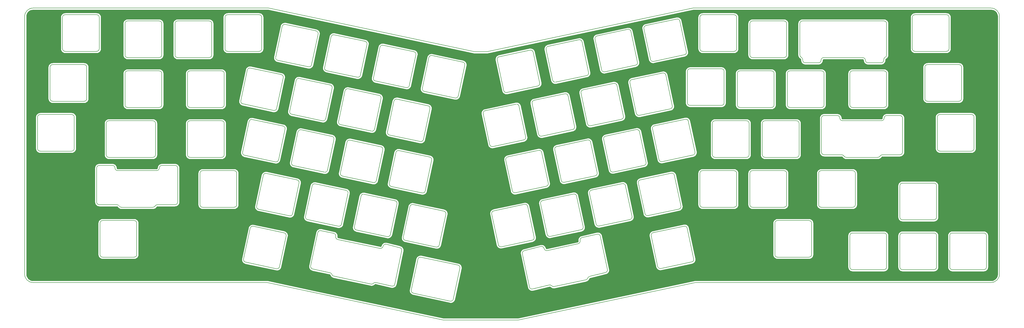
<source format=gtl>
G04 #@! TF.GenerationSoftware,KiCad,Pcbnew,5.1.10-88a1d61d58~90~ubuntu21.04.1*
G04 #@! TF.CreationDate,2021-09-18T02:25:30+02:00*
G04 #@! TF.ProjectId,basketweave_plate,6261736b-6574-4776-9561-76655f706c61,rev?*
G04 #@! TF.SameCoordinates,Original*
G04 #@! TF.FileFunction,Copper,L1,Top*
G04 #@! TF.FilePolarity,Positive*
%FSLAX46Y46*%
G04 Gerber Fmt 4.6, Leading zero omitted, Abs format (unit mm)*
G04 Created by KiCad (PCBNEW 5.1.10-88a1d61d58~90~ubuntu21.04.1) date 2021-09-18 02:25:30*
%MOMM*%
%LPD*%
G01*
G04 APERTURE LIST*
G04 #@! TA.AperFunction,Profile*
%ADD10C,0.200000*%
G04 #@! TD*
G04 #@! TA.AperFunction,NonConductor*
%ADD11C,0.254000*%
G04 #@! TD*
G04 #@! TA.AperFunction,NonConductor*
%ADD12C,0.150000*%
G04 #@! TD*
G04 APERTURE END LIST*
D10*
X320524504Y-61387507D02*
G75*
G02*
X319524504Y-60387507I0J1000000D01*
G01*
X351487500Y-58387506D02*
X351487500Y-46387500D01*
X318981000Y-59277223D02*
G75*
G02*
X318437500Y-58387500I456500J889723D01*
G01*
X344400517Y-61387507D02*
G75*
G02*
X343400517Y-60387507I0J1000000D01*
G01*
X350944000Y-59277229D02*
G75*
G03*
X350400500Y-60166952I456500J-889723D01*
G01*
X350944000Y-59277229D02*
G75*
G03*
X351487500Y-58387506I-456500J889723D01*
G01*
X350482515Y-45387499D02*
X319432509Y-45387499D01*
X350400521Y-60387507D02*
G75*
G02*
X349400520Y-61387508I-1000001J0D01*
G01*
X344400517Y-61387508D02*
X349400520Y-61387508D01*
X318437500Y-46387500D02*
G75*
G02*
X319437500Y-45387500I1000000J0D01*
G01*
X326524508Y-60387507D02*
G75*
G02*
X325524507Y-61387508I-1000001J0D01*
G01*
X350487499Y-45387499D02*
G75*
G02*
X351487500Y-46387500I0J-1000001D01*
G01*
X320524504Y-61387508D02*
X325524507Y-61387508D01*
X350400500Y-60166952D02*
X350400521Y-60387507D01*
X342400516Y-59387506D02*
G75*
G02*
X343400517Y-60387507I0J-1000001D01*
G01*
X318981000Y-59277223D02*
G75*
G02*
X319524500Y-60166946I-456500J-889723D01*
G01*
X327524508Y-59387507D02*
X342400516Y-59387507D01*
X326524508Y-60387507D02*
G75*
G02*
X327524508Y-59387507I1000000J0D01*
G01*
X312387500Y-45387500D02*
G75*
G02*
X313387500Y-46387500I0J-1000000D01*
G01*
X318437500Y-46387500D02*
X318437500Y-58387500D01*
X319524500Y-60166946D02*
X319524504Y-60387507D01*
X27927500Y-82106250D02*
G75*
G02*
X28927500Y-81106250I1000000J0D01*
G01*
X28927500Y-95106250D02*
G75*
G02*
X27927500Y-94106250I0J1000000D01*
G01*
X28927500Y-81106250D02*
X40927500Y-81106250D01*
X40927500Y-95106250D02*
X28927500Y-95106250D01*
X41927500Y-94106250D02*
G75*
G02*
X40927500Y-95106250I-1000000J0D01*
G01*
X41927500Y-82106250D02*
X41927500Y-94106250D01*
X40927500Y-81106250D02*
G75*
G02*
X41927500Y-82106250I0J-1000000D01*
G01*
X27927500Y-94106250D02*
X27927500Y-82106250D01*
X45687500Y-62056250D02*
G75*
G02*
X46687500Y-63056250I0J-1000000D01*
G01*
X33687500Y-76056250D02*
G75*
G02*
X32687500Y-75056250I0J1000000D01*
G01*
X45687500Y-76056250D02*
X33687500Y-76056250D01*
X32687500Y-75056250D02*
X32687500Y-63056250D01*
X46687500Y-63056250D02*
X46687500Y-75056250D01*
X32687500Y-63056250D02*
G75*
G02*
X33687500Y-62056250I1000000J0D01*
G01*
X46687500Y-75056250D02*
G75*
G02*
X45687500Y-76056250I-1000000J0D01*
G01*
X33687500Y-62056250D02*
X45687500Y-62056250D01*
X380062500Y-63056250D02*
X380062500Y-75056250D01*
X380062500Y-75056250D02*
G75*
G02*
X379062500Y-76056250I-1000000J0D01*
G01*
X379062500Y-76056250D02*
X367062500Y-76056250D01*
X379062500Y-62056250D02*
G75*
G02*
X380062500Y-63056250I0J-1000000D01*
G01*
X366062500Y-63056250D02*
G75*
G02*
X367062500Y-62056250I1000000J0D01*
G01*
X367062500Y-62056250D02*
X379062500Y-62056250D01*
X367062500Y-76056250D02*
G75*
G02*
X366062500Y-75056250I0J1000000D01*
G01*
X366062500Y-75056250D02*
X366062500Y-63056250D01*
X174042718Y-135612290D02*
X188110514Y-138588750D01*
X262550733Y-126213914D02*
X274308691Y-123729750D01*
X222919320Y-146203910D02*
G75*
G02*
X223870377Y-146512927I207912J-978148D01*
G01*
X216582162Y-147756903D02*
G75*
G02*
X215396102Y-146986669I-207913J978147D01*
G01*
X264275437Y-139137745D02*
X261780497Y-127399974D01*
X185199748Y-152366756D02*
X171131956Y-149306356D01*
X139360791Y-141511067D02*
G75*
G02*
X140103936Y-142180198I-207912J-978148D01*
G01*
X234682251Y-129274901D02*
G75*
G02*
X235452488Y-128088840I978149J207912D01*
G01*
X172856659Y-136382527D02*
G75*
G02*
X174042718Y-135612290I978148J-207911D01*
G01*
X188880750Y-139774810D02*
X186385808Y-151596520D01*
X277219454Y-137423814D02*
X265461496Y-139907981D01*
X170361720Y-148120298D02*
X172856660Y-136382527D01*
X171131956Y-149306356D02*
G75*
G02*
X170361720Y-148120298I207911J978147D01*
G01*
X277989690Y-136237756D02*
G75*
G02*
X277219454Y-137423814I-978147J-207911D01*
G01*
X245093662Y-140263905D02*
X242390810Y-127547986D01*
X275494750Y-124499985D02*
X277989690Y-136237756D01*
X261780496Y-127399973D02*
G75*
G02*
X262550733Y-126213914I978148J207911D01*
G01*
X222155094Y-133045853D02*
G75*
G02*
X220969033Y-132275618I-207913J978148D01*
G01*
X186385808Y-151596520D02*
G75*
G02*
X185199748Y-152366756I-978148J207912D01*
G01*
X265461497Y-139907981D02*
G75*
G02*
X264275437Y-139137745I-207912J978148D01*
G01*
X219782974Y-131505383D02*
G75*
G02*
X220969033Y-132275618I207912J-978147D01*
G01*
X274308691Y-123729750D02*
G75*
G02*
X275494750Y-124499985I207912J-978147D01*
G01*
X188110514Y-138588750D02*
G75*
G02*
X188880750Y-139774810I-207912J-978148D01*
G01*
X237572355Y-143607629D02*
G75*
G02*
X236829210Y-144276759I-951056J309018D01*
G01*
X140847080Y-142849328D02*
G75*
G02*
X140103936Y-142180198I207911J978147D01*
G01*
X224821433Y-146821944D02*
G75*
G02*
X223870377Y-146512927I-207912J978147D01*
G01*
X164115750Y-145861430D02*
G75*
G02*
X162929690Y-146631666I-978148J207912D01*
G01*
X212693251Y-134270750D02*
G75*
G02*
X213463486Y-133084691I978147J207912D01*
G01*
X140810796Y-126484166D02*
G75*
G02*
X141581031Y-127670225I-207912J-978147D01*
G01*
X215396102Y-146986669D02*
X212693250Y-134270750D01*
X216582162Y-147756903D02*
X222919320Y-146203910D01*
X132801383Y-140116821D02*
G75*
G02*
X132031146Y-138930762I207911J978148D01*
G01*
X235452488Y-128088840D02*
X241204750Y-126777750D01*
X162929690Y-146631666D02*
X156899964Y-145234235D01*
X159612251Y-131432943D02*
G75*
G02*
X158426191Y-132203179I-978148J207912D01*
G01*
X237572356Y-143607629D02*
G75*
G02*
X238315500Y-142938500I951055J-309017D01*
G01*
X140810795Y-126484165D02*
X135920057Y-125444607D01*
X238315500Y-142938500D02*
X244323425Y-141449966D01*
X155948909Y-145543252D02*
G75*
G02*
X156899964Y-145234235I743144J-669129D01*
G01*
X132801382Y-140116821D02*
X139360791Y-141511067D01*
X155948908Y-145543252D02*
G75*
G02*
X154997851Y-145852269I-743145J669131D01*
G01*
X241204750Y-126777750D02*
G75*
G02*
X242390810Y-127547986I207912J-978148D01*
G01*
X165960728Y-131959452D02*
G75*
G02*
X166730965Y-133145511I-207911J-978148D01*
G01*
X154997851Y-145852269D02*
X140847080Y-142849328D01*
X132031146Y-138930762D02*
X134733998Y-126214843D01*
X222155094Y-133045853D02*
X233912016Y-130460961D01*
X234682254Y-129274901D02*
G75*
G02*
X233912016Y-130460961I-978149J-207911D01*
G01*
X236829210Y-144276759D02*
X224821433Y-146821944D01*
X165960728Y-131959452D02*
X160798310Y-130662706D01*
X134733998Y-126214844D02*
G75*
G02*
X135920057Y-125444607I978148J-207911D01*
G01*
X142351267Y-128856284D02*
X158426191Y-132203179D01*
X164115750Y-145861430D02*
X166730965Y-133145511D01*
X245093662Y-140263905D02*
G75*
G02*
X244323425Y-141449966I-978149J-207912D01*
G01*
X219782974Y-131505383D02*
X213463486Y-133084691D01*
X142351268Y-128856284D02*
G75*
G02*
X141581031Y-127670225I207911J978148D01*
G01*
X159612250Y-131432942D02*
G75*
G02*
X160798310Y-130662706I978148J-207912D01*
G01*
X168105032Y-129187375D02*
G75*
G02*
X167334796Y-128001317I207911J978147D01*
G01*
X334680250Y-83487500D02*
G75*
G02*
X333680250Y-82487500I0J1000000D01*
G01*
X80331250Y-115537500D02*
X73625301Y-115537501D01*
X56455250Y-100537500D02*
G75*
G02*
X57455250Y-101537500I0J-1000000D01*
G01*
X58455250Y-102537500D02*
G75*
G02*
X57455250Y-101537500I0J1000000D01*
G01*
X56455250Y-100537500D02*
X51455250Y-100537500D01*
X332680250Y-81487500D02*
X327680250Y-81487500D01*
X50455250Y-101537500D02*
G75*
G02*
X51455250Y-100537500I1000000J0D01*
G01*
X327680250Y-96487500D02*
G75*
G02*
X326680250Y-95487500I0J1000000D01*
G01*
X50455250Y-114537500D02*
X50455250Y-101537500D01*
X80331250Y-100537500D02*
X75331250Y-100537500D01*
X350556250Y-82487500D02*
G75*
G02*
X351556250Y-81487500I1000000J0D01*
G01*
X80331250Y-100537500D02*
G75*
G02*
X81331250Y-101537500I0J-1000000D01*
G01*
X81331250Y-114537500D02*
X81331250Y-101537500D01*
X72759276Y-116037501D02*
G75*
G02*
X73625301Y-115537501I866025J-500000D01*
G01*
X332680250Y-81487500D02*
G75*
G02*
X333680250Y-82487500I0J-1000000D01*
G01*
X59893250Y-116537501D02*
G75*
G02*
X59027225Y-116037501I0J1000000D01*
G01*
X74331251Y-101537500D02*
G75*
G02*
X73331250Y-102537501I-1000001J0D01*
G01*
X327680250Y-96487500D02*
X334386200Y-96487501D01*
X72759275Y-116037501D02*
G75*
G02*
X71893250Y-116537501I-866025J500000D01*
G01*
X357556250Y-95487500D02*
X357556250Y-82487500D01*
X58161200Y-115537501D02*
G75*
G02*
X59027225Y-116037501I0J-1000000D01*
G01*
X81331250Y-114537500D02*
G75*
G02*
X80331250Y-115537500I-1000000J0D01*
G01*
X74331250Y-101537500D02*
G75*
G02*
X75331250Y-100537500I1000000J0D01*
G01*
X51455250Y-115537500D02*
G75*
G02*
X50455250Y-114537500I0J1000000D01*
G01*
X51455250Y-115537500D02*
X58161200Y-115537501D01*
X169618875Y-70060049D02*
G75*
G02*
X168432815Y-70830285I-978148J207912D01*
G01*
X175328757Y-72296060D02*
G75*
G02*
X174558521Y-71110002I207911J978147D01*
G01*
X172113816Y-58322278D02*
X169618874Y-70060048D01*
X171343580Y-57136218D02*
G75*
G02*
X172113816Y-58322278I-207912J-978148D01*
G01*
X174558521Y-71110002D02*
X177053461Y-59372231D01*
X168432815Y-70830285D02*
X156695045Y-68335343D01*
X155924809Y-67149285D02*
X158419749Y-55411514D01*
X177053460Y-59372231D02*
G75*
G02*
X178239519Y-58601994I978148J-207911D01*
G01*
X178239519Y-58601994D02*
X189977291Y-61096935D01*
X190747528Y-62282995D02*
X188252586Y-74020765D01*
X161280947Y-87763355D02*
X163775887Y-76025584D01*
X156695045Y-68335343D02*
G75*
G02*
X155924809Y-67149285I207911J978147D01*
G01*
X188252587Y-74020766D02*
G75*
G02*
X187066527Y-74791002I-978148J207912D01*
G01*
X189977292Y-61096935D02*
G75*
G02*
X190747528Y-62282995I-207912J-978148D01*
G01*
X173788953Y-91444355D02*
X162051183Y-88949413D01*
X164961945Y-75255347D02*
X176699717Y-77750288D01*
X163775886Y-76025584D02*
G75*
G02*
X164961945Y-75255347I978148J-207911D01*
G01*
X174975013Y-90674119D02*
G75*
G02*
X173788953Y-91444355I-978148J207912D01*
G01*
X159605807Y-54641277D02*
X171343579Y-57136218D01*
X158419748Y-55411514D02*
G75*
G02*
X159605807Y-54641277I978148J-207911D01*
G01*
X187066527Y-74791002D02*
X175328757Y-72296060D01*
X138061333Y-64374625D02*
G75*
G02*
X137291097Y-63188567I207911J978147D01*
G01*
X153480104Y-54361560D02*
X150985162Y-66099330D01*
X131165392Y-62908849D02*
X119427622Y-60413907D01*
X119427622Y-60413907D02*
G75*
G02*
X118657386Y-59227849I207911J978147D01*
G01*
X140972095Y-50680559D02*
X152709867Y-53175500D01*
X149799103Y-66869567D02*
X138061333Y-64374625D01*
X150985163Y-66099331D02*
G75*
G02*
X149799103Y-66869567I-978148J207912D01*
G01*
X134076157Y-49214782D02*
G75*
G02*
X134846393Y-50400842I-207912J-978148D01*
G01*
X137291097Y-63188567D02*
X139786037Y-51450796D01*
X122338384Y-46719841D02*
X134076156Y-49214782D01*
X139786036Y-51450796D02*
G75*
G02*
X140972095Y-50680559I978148J-207911D01*
G01*
X152709868Y-53175500D02*
G75*
G02*
X153480104Y-54361560I-207912J-978148D01*
G01*
X121152325Y-47490078D02*
G75*
G02*
X122338384Y-46719841I978148J-207911D01*
G01*
X132351452Y-62138613D02*
G75*
G02*
X131165392Y-62908849I-978148J207912D01*
G01*
X118657386Y-59227849D02*
X121152326Y-47490078D01*
X134846393Y-50400842D02*
X132351451Y-62138612D01*
X238697769Y-85424575D02*
G75*
G02*
X237511709Y-84654339I-207912J978148D01*
G01*
X259006618Y-48341779D02*
G75*
G02*
X259776855Y-47155720I978148J207911D01*
G01*
X242867848Y-64040268D02*
X240372908Y-52302497D01*
X217153294Y-75691226D02*
X228891065Y-73196286D01*
X235016768Y-72916567D02*
G75*
G02*
X235787005Y-71730508I978148J207911D01*
G01*
X222509432Y-55077155D02*
X234247203Y-52582215D01*
X221739195Y-56263214D02*
G75*
G02*
X222509432Y-55077155I978148J207911D01*
G01*
X259776855Y-47155720D02*
X271514626Y-44660780D01*
X218524254Y-70236999D02*
X206786483Y-72731940D01*
X206786484Y-72731940D02*
G75*
G02*
X205600424Y-71961704I-207912J978148D01*
G01*
X255791678Y-62315563D02*
X244053907Y-64810504D01*
X256145421Y-80693621D02*
X253650481Y-68955850D01*
X225420196Y-68771222D02*
G75*
G02*
X224234136Y-68000986I-207912J978148D01*
G01*
X216799550Y-57313169D02*
X219294490Y-69050940D01*
X275195625Y-57168788D02*
G75*
G02*
X274425389Y-58354846I-978147J-207911D01*
G01*
X216383057Y-76877285D02*
G75*
G02*
X217153294Y-75691226I978148J207911D01*
G01*
X261501559Y-60079551D02*
X259006619Y-48341780D01*
X257331481Y-81463857D02*
G75*
G02*
X256145421Y-80693621I-207912J978148D01*
G01*
X254066974Y-49391733D02*
X256561914Y-61129504D01*
X219294490Y-69050941D02*
G75*
G02*
X218524254Y-70236999I-978147J-207911D01*
G01*
X262687619Y-60849787D02*
G75*
G02*
X261501559Y-60079551I-207912J978148D01*
G01*
X391318750Y-40481250D02*
G75*
G02*
X394493750Y-43656250I0J-3175000D01*
G01*
X23018750Y-43656250D02*
G75*
G02*
X26193750Y-40481250I3175000J0D01*
G01*
X182562500Y-159543750D02*
X211137500Y-159543750D01*
X248710835Y-70005804D02*
X251205775Y-81743575D01*
X201430346Y-93346010D02*
G75*
G02*
X200244286Y-92575774I-207912J978148D01*
G01*
X213168116Y-90851069D02*
X201430345Y-93346010D01*
X244053908Y-64810504D02*
G75*
G02*
X242867848Y-64040268I-207912J978148D01*
G01*
X231801828Y-86890352D02*
X220064057Y-89385293D01*
X215613491Y-56542934D02*
G75*
G02*
X216799550Y-57313169I207912J-978147D01*
G01*
X234247203Y-52582216D02*
G75*
G02*
X235433262Y-53352451I207912J-978147D01*
G01*
X218877998Y-88615057D02*
X216383058Y-76877286D01*
X197749345Y-80838002D02*
G75*
G02*
X198519582Y-79651943I978148J207911D01*
G01*
X266158488Y-65274851D02*
G75*
G02*
X267344547Y-66045086I207912J-978147D01*
G01*
X198519582Y-79651943D02*
X210257353Y-77157003D01*
X211443412Y-77927239D02*
X213938352Y-89665010D01*
X232572064Y-85704294D02*
G75*
G02*
X231801828Y-86890352I-978147J-207911D01*
G01*
X210257353Y-77157004D02*
G75*
G02*
X211443412Y-77927239I207912J-978147D01*
G01*
X200244286Y-92575774D02*
X197749346Y-80838003D01*
X272700685Y-45431016D02*
X275195625Y-57168787D01*
X271514626Y-44660781D02*
G75*
G02*
X272700685Y-45431016I207912J-978147D01*
G01*
X230077124Y-73966522D02*
X232572064Y-85704293D01*
X213938352Y-89665011D02*
G75*
G02*
X213168116Y-90851069I-978147J-207911D01*
G01*
X241143144Y-51116437D02*
X252880915Y-48621497D01*
X256561914Y-61129505D02*
G75*
G02*
X255791678Y-62315563I-978147J-207911D01*
G01*
X240372907Y-52302496D02*
G75*
G02*
X241143144Y-51116437I978148J207911D01*
G01*
X251205775Y-81743576D02*
G75*
G02*
X250435539Y-82929634I-978147J-207911D01*
G01*
X237928202Y-65090223D02*
G75*
G02*
X237157966Y-66276281I-978147J-207911D01*
G01*
X224234136Y-68000986D02*
X221739196Y-56263215D01*
X203875720Y-59037873D02*
X215613491Y-56542933D01*
X220064058Y-89385293D02*
G75*
G02*
X218877998Y-88615057I-207912J978148D01*
G01*
X250435539Y-82929634D02*
X238697768Y-85424575D01*
X235433262Y-53352451D02*
X237928202Y-65090222D01*
X203105483Y-60223932D02*
G75*
G02*
X203875720Y-59037873I978148J207911D01*
G01*
X237157966Y-66276281D02*
X225420195Y-68771222D01*
X205600424Y-71961704D02*
X203105484Y-60223933D01*
X391318750Y-145256250D02*
X278606250Y-145256250D01*
X394493750Y-142081250D02*
G75*
G02*
X391318750Y-145256250I-3175000J0D01*
G01*
X274425389Y-58354846D02*
X262687618Y-60849787D01*
X228891065Y-73196287D02*
G75*
G02*
X230077124Y-73966522I207912J-978147D01*
G01*
X237511709Y-84654339D02*
X235016769Y-72916568D01*
X235787005Y-71730508D02*
X247524776Y-69235568D01*
X252880915Y-48621498D02*
G75*
G02*
X254066974Y-49391733I207912J-978147D01*
G01*
X247524776Y-69235569D02*
G75*
G02*
X248710835Y-70005804I207912J-978147D01*
G01*
X357537500Y-126350000D02*
X369537500Y-126350000D01*
X388537500Y-126350000D02*
G75*
G02*
X389537500Y-127350000I0J-1000000D01*
G01*
X370537500Y-139350000D02*
G75*
G02*
X369537500Y-140350000I-1000000J0D01*
G01*
X26193750Y-145256250D02*
X115443000Y-145256250D01*
X391318750Y-40481250D02*
X277812500Y-40481250D01*
X357537500Y-140350000D02*
G75*
G02*
X356537500Y-139350000I0J1000000D01*
G01*
X369537500Y-126350000D02*
G75*
G02*
X370537500Y-127350000I0J-1000000D01*
G01*
X370537500Y-127350000D02*
X370537500Y-139350000D01*
X199231250Y-57150000D02*
X194468750Y-57150000D01*
X356537500Y-127350000D02*
G75*
G02*
X357537500Y-126350000I1000000J0D01*
G01*
X23018750Y-43656250D02*
X23018750Y-142081250D01*
X388537500Y-140350000D02*
X376537500Y-140350000D01*
X369537500Y-140350000D02*
X357537500Y-140350000D01*
X389537500Y-139350000D02*
G75*
G02*
X388537500Y-140350000I-1000000J0D01*
G01*
X350487500Y-126350000D02*
G75*
G02*
X351487500Y-127350000I0J-1000000D01*
G01*
X278606250Y-145256250D02*
X211137500Y-159543750D01*
X115443000Y-145256250D02*
X182562500Y-159543750D01*
X277812500Y-40481250D02*
X199231250Y-57150000D01*
X26193750Y-145256250D02*
G75*
G02*
X23018750Y-142081250I0J3175000D01*
G01*
X115887500Y-40481250D02*
X194468750Y-57150000D01*
X376537500Y-126350000D02*
X388537500Y-126350000D01*
X26193750Y-40481250D02*
X115887500Y-40481250D01*
X375537500Y-139350000D02*
X375537500Y-127350000D01*
X376537500Y-140350000D02*
G75*
G02*
X375537500Y-139350000I0J1000000D01*
G01*
X394493750Y-43656250D02*
X394493750Y-142081250D01*
X389537500Y-127350000D02*
X389537500Y-139350000D01*
X375537500Y-127350000D02*
G75*
G02*
X376537500Y-126350000I1000000J0D01*
G01*
X356537500Y-139350000D02*
X356537500Y-127350000D01*
X177397429Y-97374179D02*
G75*
G02*
X178167665Y-98560239I-207912J-978148D01*
G01*
X162748894Y-108573304D02*
G75*
G02*
X161978658Y-107387246I207911J978147D01*
G01*
X149471320Y-125226657D02*
G75*
G02*
X148701084Y-124040599I207911J978147D01*
G01*
X175672724Y-110298010D02*
G75*
G02*
X174486664Y-111068246I-978148J207912D01*
G01*
X161209090Y-127721599D02*
X149471320Y-125226657D01*
X115114658Y-103611156D02*
X126852430Y-106106097D01*
X125127726Y-119029928D02*
G75*
G02*
X123941666Y-119800164I-978148J207912D01*
G01*
X159533953Y-94599522D02*
X157039011Y-106337292D01*
X108954436Y-124567914D02*
G75*
G02*
X110140495Y-123797677I978148J-207911D01*
G01*
X120153563Y-139216449D02*
G75*
G02*
X118967503Y-139986685I-978148J207912D01*
G01*
X121878268Y-126292618D02*
G75*
G02*
X122648504Y-127478678I-207912J-978148D01*
G01*
X123941666Y-119800164D02*
X112203896Y-117305222D01*
X162395150Y-126951363D02*
G75*
G02*
X161209090Y-127721599I-978148J207912D01*
G01*
X122648504Y-127478678D02*
X120153562Y-139216448D01*
X107229733Y-137491743D02*
G75*
G02*
X106459497Y-136305685I207911J978147D01*
G01*
X110140495Y-123797677D02*
X121878267Y-126292618D01*
X113928599Y-104381393D02*
G75*
G02*
X115114658Y-103611156I978148J-207911D01*
G01*
X158763717Y-93413462D02*
G75*
G02*
X159533953Y-94599522I-207912J-978148D01*
G01*
X161978658Y-107387246D02*
X164473598Y-95649475D01*
X127622667Y-107292157D02*
X125127725Y-119029927D01*
X106459497Y-136305685D02*
X108954437Y-124567914D01*
X171015794Y-115493309D02*
X182753566Y-117988250D01*
X152382082Y-111532591D02*
X164119854Y-114027532D01*
X144115182Y-104612587D02*
G75*
G02*
X143344946Y-103426529I207911J978147D01*
G01*
X145839885Y-91688758D02*
G75*
G02*
X147025944Y-90918521I978148J-207911D01*
G01*
X133748370Y-107571874D02*
X145486142Y-110066815D01*
X145486143Y-110066815D02*
G75*
G02*
X146256379Y-111252875I-207912J-978148D01*
G01*
X151196023Y-112302828D02*
G75*
G02*
X152382082Y-111532591I978148J-207911D01*
G01*
X164890091Y-115213592D02*
X162395149Y-126951362D01*
X142575378Y-123760882D02*
X130837608Y-121265940D01*
X130067372Y-120079882D02*
X132562312Y-108342111D01*
X148701084Y-124040599D02*
X151196024Y-112302828D01*
X143761438Y-122990646D02*
G75*
G02*
X142575378Y-123760882I-978148J207912D01*
G01*
X164473597Y-95649475D02*
G75*
G02*
X165659656Y-94879238I978148J-207911D01*
G01*
X132562311Y-108342111D02*
G75*
G02*
X133748370Y-107571874I978148J-207911D01*
G01*
X130837608Y-121265940D02*
G75*
G02*
X130067372Y-120079882I207911J978147D01*
G01*
X146256379Y-111252875D02*
X143761437Y-122990645D01*
X165659656Y-94879238D02*
X177397428Y-97374179D01*
X164119855Y-114027532D02*
G75*
G02*
X164890091Y-115213592I-207912J-978148D01*
G01*
X111433660Y-116119164D02*
X113928600Y-104381393D01*
X126852431Y-106106097D02*
G75*
G02*
X127622667Y-107292157I-207912J-978148D01*
G01*
X112203896Y-117305222D02*
G75*
G02*
X111433660Y-116119164I207911J978147D01*
G01*
X118967503Y-139986685D02*
X107229733Y-137491743D01*
X157039012Y-106337293D02*
G75*
G02*
X155852952Y-107107529I-978148J207912D01*
G01*
X174486664Y-111068246D02*
X162748894Y-108573304D01*
X178167665Y-98560239D02*
X175672723Y-110298009D01*
X120798583Y-65868135D02*
G75*
G02*
X121568819Y-67054195I-207912J-978148D01*
G01*
X139432295Y-69828853D02*
G75*
G02*
X140202531Y-71014913I-207912J-978148D01*
G01*
X140202531Y-71014913D02*
X137707589Y-82752683D01*
X127206173Y-87728040D02*
G75*
G02*
X128392232Y-86957803I978148J-207911D01*
G01*
X140130005Y-89452744D02*
G75*
G02*
X140900241Y-90638804I-207912J-978148D01*
G01*
X125481470Y-100651869D02*
G75*
G02*
X124711234Y-99465811I207911J978147D01*
G01*
X140900241Y-90638804D02*
X138405299Y-102376574D01*
X147025944Y-90918521D02*
X158763716Y-93413462D01*
X119073878Y-78791966D02*
G75*
G02*
X117887818Y-79562202I-978148J207912D01*
G01*
X126508463Y-68104149D02*
G75*
G02*
X127694522Y-67333912I978148J-207911D01*
G01*
X124013524Y-79841920D02*
X126508464Y-68104149D01*
X118585528Y-99186093D02*
X106847758Y-96691151D01*
X124711234Y-99465811D02*
X127206174Y-87728040D01*
X155852952Y-107107529D02*
X144115182Y-104612587D01*
X143344946Y-103426529D02*
X145839886Y-91688758D01*
X143417472Y-84988695D02*
G75*
G02*
X142647236Y-83802637I207911J978147D01*
G01*
X109758520Y-82997085D02*
X121496292Y-85492026D01*
X136521530Y-83522920D02*
X124783760Y-81027978D01*
X176699718Y-77750288D02*
G75*
G02*
X177469954Y-78936348I-207912J-978148D01*
G01*
X177469954Y-78936348D02*
X174975012Y-90674118D01*
X155155242Y-87483637D02*
X143417472Y-84988695D01*
X145142175Y-72064866D02*
G75*
G02*
X146328234Y-71294629I978148J-207911D01*
G01*
X106150048Y-77067260D02*
G75*
G02*
X105379812Y-75881202I207911J978147D01*
G01*
X106077522Y-95505093D02*
X108572462Y-83767322D01*
X127694522Y-67333912D02*
X139432294Y-69828853D01*
X108572461Y-83767322D02*
G75*
G02*
X109758520Y-82997085I978148J-207911D01*
G01*
X106847758Y-96691151D02*
G75*
G02*
X106077522Y-95505093I207911J978147D01*
G01*
X156341302Y-86713401D02*
G75*
G02*
X155155242Y-87483637I-978148J207912D01*
G01*
X105379812Y-75881202D02*
X107874752Y-64143431D01*
X142647236Y-83802637D02*
X145142176Y-72064866D01*
X117887818Y-79562202D02*
X106150048Y-77067260D01*
X121568819Y-67054195D02*
X119073877Y-78791965D01*
X121496293Y-85492026D02*
G75*
G02*
X122266529Y-86678086I-207912J-978148D01*
G01*
X158836243Y-74975630D02*
X156341301Y-86713400D01*
X137707590Y-82752684D02*
G75*
G02*
X136521530Y-83522920I-978148J207912D01*
G01*
X109060810Y-63373194D02*
X120798582Y-65868135D01*
X122266529Y-86678086D02*
X119771587Y-98415856D01*
X128392232Y-86957803D02*
X140130004Y-89452744D01*
X137219240Y-103146811D02*
X125481470Y-100651869D01*
X138405300Y-102376575D02*
G75*
G02*
X137219240Y-103146811I-978148J207912D01*
G01*
X158066007Y-73789570D02*
G75*
G02*
X158836243Y-74975630I-207912J-978148D01*
G01*
X146328234Y-71294629D02*
X158066006Y-73789570D01*
X119771588Y-98415857D02*
G75*
G02*
X118585528Y-99186093I-978148J207912D01*
G01*
X124783760Y-81027978D02*
G75*
G02*
X124013524Y-79841920I207911J978147D01*
G01*
X162051183Y-88949413D02*
G75*
G02*
X161280947Y-87763355I207911J978147D01*
G01*
X107874751Y-64143431D02*
G75*
G02*
X109060810Y-63373194I978148J-207911D01*
G01*
X216431123Y-129108672D02*
X204693352Y-131603613D01*
X259824921Y-99387108D02*
G75*
G02*
X259054685Y-100573166I-978147J-207911D01*
G01*
X265950627Y-99107390D02*
G75*
G02*
X264764567Y-98337154I-207912J978148D01*
G01*
X264764567Y-98337154D02*
X262269627Y-86599383D01*
X247316915Y-103068107D02*
G75*
G02*
X246130855Y-102297871I-207912J978148D01*
G01*
X222141005Y-126872660D02*
X219646065Y-115134889D01*
X225002202Y-94520817D02*
G75*
G02*
X225772439Y-93334758I978148J207911D01*
G01*
X222557498Y-107308544D02*
G75*
G02*
X221787262Y-108494602I-978147J-207911D01*
G01*
X210049492Y-110989543D02*
G75*
G02*
X208863432Y-110219307I-207912J978148D01*
G01*
X218876499Y-94800537D02*
G75*
G02*
X220062558Y-95570772I207912J-978147D01*
G01*
X278458633Y-95426391D02*
G75*
G02*
X277688397Y-96612449I-978147J-207911D01*
G01*
X275963693Y-83688619D02*
X278458633Y-95426390D01*
X243635914Y-90560099D02*
G75*
G02*
X244406151Y-89374040I978148J207911D01*
G01*
X225772439Y-93334758D02*
X237510210Y-90839818D01*
X220062558Y-95570772D02*
X222557498Y-107308543D01*
X208863432Y-110219307D02*
X206368492Y-98481536D01*
X254420717Y-67769790D02*
X266158488Y-65274850D01*
X267344547Y-66045086D02*
X269839487Y-77782857D01*
X263039863Y-85413323D02*
X274777634Y-82918383D01*
X240420973Y-104533884D02*
X228683202Y-107028825D01*
X237510210Y-90839819D02*
G75*
G02*
X238696269Y-91610054I207912J-978147D01*
G01*
X256143922Y-86879101D02*
G75*
G02*
X257329981Y-87649336I207912J-978147D01*
G01*
X238696269Y-91610054D02*
X241191209Y-103347825D01*
X241191209Y-103347826D02*
G75*
G02*
X240420973Y-104533884I-978147J-207911D01*
G01*
X207138728Y-97295476D02*
X218876499Y-94800536D01*
X277688397Y-96612449D02*
X265950626Y-99107390D01*
X269069251Y-78968916D02*
X257331480Y-81463857D01*
X269839487Y-77782858D02*
G75*
G02*
X269069251Y-78968916I-978147J-207911D01*
G01*
X257329981Y-87649336D02*
X259824921Y-99387107D01*
X253650480Y-68955849D02*
G75*
G02*
X254420717Y-67769790I978148J207911D01*
G01*
X244406151Y-89374040D02*
X256143922Y-86879100D01*
X204693353Y-131603613D02*
G75*
G02*
X203507293Y-130833377I-207912J978148D01*
G01*
X213520360Y-115414607D02*
G75*
G02*
X214706419Y-116184842I207912J-978147D01*
G01*
X246130855Y-102297871D02*
X243635915Y-90560100D01*
X203507293Y-130833377D02*
X201012353Y-119095606D01*
X262269626Y-86599382D02*
G75*
G02*
X263039863Y-85413323I978148J207911D01*
G01*
X217201359Y-127922614D02*
G75*
G02*
X216431123Y-129108672I-978147J-207911D01*
G01*
X259054685Y-100573166D02*
X247316914Y-103068107D01*
X228683203Y-107028825D02*
G75*
G02*
X227497143Y-106258589I-207912J978148D01*
G01*
X201782589Y-117909546D02*
X213520360Y-115414606D01*
X227497143Y-106258589D02*
X225002203Y-94520818D01*
X214706419Y-116184842D02*
X217201359Y-127922613D01*
X221787262Y-108494602D02*
X210049491Y-110989543D01*
X206368491Y-98481535D02*
G75*
G02*
X207138728Y-97295476I978148J207911D01*
G01*
X274777634Y-82918384D02*
G75*
G02*
X275963693Y-83688619I207912J-978147D01*
G01*
X201012352Y-119095605D02*
G75*
G02*
X201782589Y-117909546I978148J207911D01*
G01*
X383825000Y-95106250D02*
X371825000Y-95106250D01*
X374300000Y-57006250D02*
X362300000Y-57006250D01*
X38450000Y-43006250D02*
X50450000Y-43006250D01*
X51450000Y-56006250D02*
G75*
G02*
X50450000Y-57006250I-1000000J0D01*
G01*
X75262500Y-58387500D02*
G75*
G02*
X74262500Y-59387500I-1000000J0D01*
G01*
X37450000Y-44006250D02*
G75*
G02*
X38450000Y-43006250I1000000J0D01*
G01*
X375300000Y-56006250D02*
G75*
G02*
X374300000Y-57006250I-1000000J0D01*
G01*
X362300000Y-57006250D02*
G75*
G02*
X361300000Y-56006250I0J1000000D01*
G01*
X361300000Y-44006250D02*
G75*
G02*
X362300000Y-43006250I1000000J0D01*
G01*
X375300000Y-44006250D02*
X375300000Y-56006250D01*
X362300000Y-43006250D02*
X374300000Y-43006250D01*
X361300000Y-56006250D02*
X361300000Y-44006250D01*
X74262500Y-59387500D02*
X62262500Y-59387500D01*
X62262500Y-59387500D02*
G75*
G02*
X61262500Y-58387500I0J1000000D01*
G01*
X371825000Y-81106250D02*
X383825000Y-81106250D01*
X370825000Y-82106250D02*
G75*
G02*
X371825000Y-81106250I1000000J0D01*
G01*
X383825000Y-81106250D02*
G75*
G02*
X384825000Y-82106250I0J-1000000D01*
G01*
X51450000Y-44006250D02*
X51450000Y-56006250D01*
X37450000Y-56006250D02*
X37450000Y-44006250D01*
X50450000Y-57006250D02*
X38450000Y-57006250D01*
X38450000Y-57006250D02*
G75*
G02*
X37450000Y-56006250I0J1000000D01*
G01*
X374300000Y-43006250D02*
G75*
G02*
X375300000Y-44006250I0J-1000000D01*
G01*
X50450000Y-43006250D02*
G75*
G02*
X51450000Y-44006250I0J-1000000D01*
G01*
X384825000Y-94106250D02*
G75*
G02*
X383825000Y-95106250I-1000000J0D01*
G01*
X384825000Y-82106250D02*
X384825000Y-94106250D01*
X370825000Y-94106250D02*
X370825000Y-82106250D01*
X371825000Y-95106250D02*
G75*
G02*
X370825000Y-94106250I0J1000000D01*
G01*
X232154072Y-111453890D02*
G75*
G02*
X233340131Y-112224125I207912J-978147D01*
G01*
X250787784Y-107493172D02*
G75*
G02*
X251973843Y-108263407I207912J-978147D01*
G01*
X169829735Y-116263546D02*
G75*
G02*
X171015794Y-115493309I978148J-207911D01*
G01*
X259408429Y-118951224D02*
X256913489Y-107213453D01*
X183523803Y-119174310D02*
X181028861Y-130912080D01*
X181028862Y-130912081D02*
G75*
G02*
X179842802Y-131682317I-978148J207912D01*
G01*
X257683725Y-106027393D02*
X269421496Y-103532453D01*
X270607555Y-104302689D02*
X273102495Y-116040460D01*
X256913488Y-107213452D02*
G75*
G02*
X257683725Y-106027393I978148J207911D01*
G01*
X253698547Y-121187237D02*
X241960776Y-123682178D01*
X251973843Y-108263407D02*
X254468783Y-120001178D01*
X272332259Y-117226519D02*
X260594488Y-119721460D01*
X254468783Y-120001179D02*
G75*
G02*
X253698547Y-121187237I-978147J-207911D01*
G01*
X241960777Y-123682178D02*
G75*
G02*
X240774717Y-122911942I-207912J978148D01*
G01*
X182753567Y-117988250D02*
G75*
G02*
X183523803Y-119174310I-207912J-978148D01*
G01*
X269421496Y-103532454D02*
G75*
G02*
X270607555Y-104302689I207912J-978147D01*
G01*
X167334796Y-128001317D02*
X169829736Y-116263546D01*
X273102495Y-116040461D02*
G75*
G02*
X272332259Y-117226519I-978147J-207911D01*
G01*
X260594489Y-119721460D02*
G75*
G02*
X259408429Y-118951224I-207912J978148D01*
G01*
X238279776Y-111174170D02*
G75*
G02*
X239050013Y-109988111I978148J207911D01*
G01*
X240774717Y-122911942D02*
X238279777Y-111174171D01*
X179842802Y-131682317D02*
X168105032Y-129187375D01*
X239050013Y-109988111D02*
X250787784Y-107493171D01*
X235064835Y-125147955D02*
X223327064Y-127642896D01*
X220416301Y-113948829D02*
X232154072Y-111453889D01*
X233340131Y-112224125D02*
X235835071Y-123961896D01*
X235835071Y-123961897D02*
G75*
G02*
X235064835Y-125147955I-978147J-207911D01*
G01*
X219646064Y-115134888D02*
G75*
G02*
X220416301Y-113948829I978148J207911D01*
G01*
X223327065Y-127642896D02*
G75*
G02*
X222141005Y-126872660I-207912J978148D01*
G01*
X293337500Y-43006250D02*
G75*
G02*
X294337500Y-44006250I0J-1000000D01*
G01*
X102837500Y-116537500D02*
X90837500Y-116537500D01*
X103837500Y-115537500D02*
G75*
G02*
X102837500Y-116537500I-1000000J0D01*
G01*
X85075000Y-84487500D02*
G75*
G02*
X86075000Y-83487500I1000000J0D01*
G01*
X90837500Y-116537500D02*
G75*
G02*
X89837500Y-115537500I0J1000000D01*
G01*
X98075000Y-97487500D02*
X86075000Y-97487500D01*
X99362500Y-44006250D02*
G75*
G02*
X100362500Y-43006250I1000000J0D01*
G01*
X338487500Y-78437500D02*
G75*
G02*
X337487500Y-77437500I0J1000000D01*
G01*
X300387500Y-59387500D02*
G75*
G02*
X299387500Y-58387500I0J1000000D01*
G01*
X99075000Y-65437500D02*
X99075000Y-77437500D01*
X85075000Y-96487500D02*
X85075000Y-84487500D01*
X100362500Y-43006250D02*
X112362500Y-43006250D01*
X89837500Y-103537500D02*
G75*
G02*
X90837500Y-102537500I1000000J0D01*
G01*
X90837500Y-102537500D02*
X102837500Y-102537500D01*
X94312500Y-46387500D02*
X94312500Y-58387500D01*
X80312500Y-46387500D02*
G75*
G02*
X81312500Y-45387500I1000000J0D01*
G01*
X350487500Y-78437500D02*
X338487500Y-78437500D01*
X99075000Y-77437500D02*
G75*
G02*
X98075000Y-78437500I-1000000J0D01*
G01*
X98075000Y-64437500D02*
G75*
G02*
X99075000Y-65437500I0J-1000000D01*
G01*
X113362500Y-44006250D02*
X113362500Y-56006250D01*
X99075000Y-96487500D02*
G75*
G02*
X98075000Y-97487500I-1000000J0D01*
G01*
X86075000Y-64437500D02*
X98075000Y-64437500D01*
X93312500Y-45387500D02*
G75*
G02*
X94312500Y-46387500I0J-1000000D01*
G01*
X103837500Y-103537500D02*
X103837500Y-115537500D01*
X85075000Y-65437500D02*
G75*
G02*
X86075000Y-64437500I1000000J0D01*
G01*
X312387500Y-59387500D02*
X300387500Y-59387500D01*
X80312500Y-58387500D02*
X80312500Y-46387500D01*
X299387500Y-46387500D02*
G75*
G02*
X300387500Y-45387500I1000000J0D01*
G01*
X93312500Y-59387500D02*
X81312500Y-59387500D01*
X94312500Y-58387500D02*
G75*
G02*
X93312500Y-59387500I-1000000J0D01*
G01*
X64737500Y-121587500D02*
G75*
G02*
X65737500Y-122587500I0J-1000000D01*
G01*
X112362500Y-57006250D02*
X100362500Y-57006250D01*
X300387500Y-45387500D02*
X312387500Y-45387500D01*
X102837500Y-102537500D02*
G75*
G02*
X103837500Y-103537500I0J-1000000D01*
G01*
X81312500Y-59387500D02*
G75*
G02*
X80312500Y-58387500I0J1000000D01*
G01*
X52737500Y-121587500D02*
X64737500Y-121587500D01*
X299387500Y-58387500D02*
X299387500Y-46387500D01*
X86075000Y-83487500D02*
X98075000Y-83487500D01*
X86075000Y-97487500D02*
G75*
G02*
X85075000Y-96487500I0J1000000D01*
G01*
X351487500Y-77437500D02*
G75*
G02*
X350487500Y-78437500I-1000000J0D01*
G01*
X99075000Y-84487500D02*
X99075000Y-96487500D01*
X293337500Y-57006250D02*
X281337500Y-57006250D01*
X337487500Y-65437500D02*
G75*
G02*
X338487500Y-64437500I1000000J0D01*
G01*
X294337500Y-56006250D02*
G75*
G02*
X293337500Y-57006250I-1000000J0D01*
G01*
X98075000Y-78437500D02*
X86075000Y-78437500D01*
X281337500Y-57006250D02*
G75*
G02*
X280337500Y-56006250I0J1000000D01*
G01*
X89837500Y-115537500D02*
X89837500Y-103537500D01*
X86075000Y-78437500D02*
G75*
G02*
X85075000Y-77437500I0J1000000D01*
G01*
X98075000Y-83487500D02*
G75*
G02*
X99075000Y-84487500I0J-1000000D01*
G01*
X313387500Y-46387500D02*
X313387500Y-58387500D01*
X280337500Y-44006250D02*
G75*
G02*
X281337500Y-43006250I1000000J0D01*
G01*
X112362500Y-43006250D02*
G75*
G02*
X113362500Y-44006250I0J-1000000D01*
G01*
X294337500Y-44006250D02*
X294337500Y-56006250D01*
X85075000Y-77437500D02*
X85075000Y-65437500D01*
X99362500Y-56006250D02*
X99362500Y-44006250D01*
X281337500Y-43006250D02*
X293337500Y-43006250D01*
X113362500Y-56006250D02*
G75*
G02*
X112362500Y-57006250I-1000000J0D01*
G01*
X100362500Y-57006250D02*
G75*
G02*
X99362500Y-56006250I0J1000000D01*
G01*
X81312500Y-45387500D02*
X93312500Y-45387500D01*
X65737500Y-122587500D02*
X65737500Y-134587500D01*
X337487500Y-77437500D02*
X337487500Y-65437500D01*
X313387500Y-58387500D02*
G75*
G02*
X312387500Y-59387500I-1000000J0D01*
G01*
X280337500Y-56006250D02*
X280337500Y-44006250D01*
X65737500Y-134587500D02*
G75*
G02*
X64737500Y-135587500I-1000000J0D01*
G01*
X64737500Y-135587500D02*
X52737500Y-135587500D01*
X52737500Y-135587500D02*
G75*
G02*
X51737500Y-134587500I0J1000000D01*
G01*
X58455250Y-102537500D02*
X73331250Y-102537501D01*
X54118750Y-96487500D02*
X54118750Y-84487500D01*
X71881250Y-83487500D02*
G75*
G02*
X72881250Y-84487500I0J-1000000D01*
G01*
X74262500Y-78437500D02*
X62262500Y-78437500D01*
X75262500Y-77437500D02*
G75*
G02*
X74262500Y-78437500I-1000000J0D01*
G01*
X62262500Y-78437500D02*
G75*
G02*
X61262500Y-77437500I0J1000000D01*
G01*
X75262500Y-46387500D02*
X75262500Y-58387500D01*
X51737500Y-122587500D02*
G75*
G02*
X52737500Y-121587500I1000000J0D01*
G01*
X55118750Y-83487500D02*
X71881250Y-83487500D01*
X74262500Y-45387500D02*
G75*
G02*
X75262500Y-46387500I0J-1000000D01*
G01*
X62262500Y-45387500D02*
X74262500Y-45387500D01*
X61262500Y-46387500D02*
G75*
G02*
X62262500Y-45387500I1000000J0D01*
G01*
X61262500Y-58387500D02*
X61262500Y-46387500D01*
X71893250Y-116537501D02*
X59893250Y-116537501D01*
X55118750Y-97487500D02*
G75*
G02*
X54118750Y-96487500I0J1000000D01*
G01*
X61262500Y-77437500D02*
X61262500Y-65437500D01*
X72881250Y-96487500D02*
G75*
G02*
X71881250Y-97487500I-1000000J0D01*
G01*
X51737500Y-134587500D02*
X51737500Y-122587500D01*
X72881250Y-84487500D02*
X72881250Y-96487500D01*
X71881250Y-97487500D02*
X55118750Y-97487500D01*
X74262500Y-64437500D02*
G75*
G02*
X75262500Y-65437500I0J-1000000D01*
G01*
X75262500Y-65437500D02*
X75262500Y-77437500D01*
X54118750Y-84487500D02*
G75*
G02*
X55118750Y-83487500I1000000J0D01*
G01*
X62262500Y-64437500D02*
X74262500Y-64437500D01*
X61262500Y-65437500D02*
G75*
G02*
X62262500Y-64437500I1000000J0D01*
G01*
X350487500Y-140350000D02*
X338487500Y-140350000D01*
X322912500Y-122587500D02*
X322912500Y-134587500D01*
X294337500Y-115537500D02*
G75*
G02*
X293337500Y-116537500I-1000000J0D01*
G01*
X356537500Y-108300000D02*
G75*
G02*
X357537500Y-107300000I1000000J0D01*
G01*
X325581250Y-115537500D02*
X325581250Y-103537500D01*
X338581250Y-116537500D02*
X326581250Y-116537500D01*
X308912500Y-134587500D02*
X308912500Y-122587500D01*
X338487500Y-126350000D02*
X350487500Y-126350000D01*
X348118250Y-97487501D02*
X336118250Y-97487501D01*
X321912500Y-135587500D02*
X309912500Y-135587500D01*
X281337500Y-102537500D02*
X293337500Y-102537500D01*
X326581250Y-116537500D02*
G75*
G02*
X325581250Y-115537500I0J1000000D01*
G01*
X299387500Y-115537500D02*
X299387500Y-103537500D01*
X356537500Y-120300000D02*
X356537500Y-108300000D01*
X339581250Y-103537500D02*
X339581250Y-115537500D01*
X351487500Y-139350000D02*
G75*
G02*
X350487500Y-140350000I-1000000J0D01*
G01*
X280337500Y-115537500D02*
X280337500Y-103537500D01*
X370537500Y-108300000D02*
X370537500Y-120300000D01*
X321912500Y-121587500D02*
G75*
G02*
X322912500Y-122587500I0J-1000000D01*
G01*
X313387500Y-103537500D02*
X313387500Y-115537500D01*
X357537500Y-107300000D02*
X369537500Y-107300000D01*
X338487500Y-140350000D02*
G75*
G02*
X337487500Y-139350000I0J1000000D01*
G01*
X357537500Y-121300000D02*
G75*
G02*
X356537500Y-120300000I0J1000000D01*
G01*
X326581250Y-102537500D02*
X338581250Y-102537500D01*
X294337500Y-103537500D02*
X294337500Y-115537500D01*
X339581250Y-115537500D02*
G75*
G02*
X338581250Y-116537500I-1000000J0D01*
G01*
X334680250Y-83487500D02*
X349556250Y-83487501D01*
X337487500Y-127350000D02*
G75*
G02*
X338487500Y-126350000I1000000J0D01*
G01*
X337487500Y-139350000D02*
X337487500Y-127350000D01*
X351487500Y-127350000D02*
X351487500Y-139350000D01*
X322912500Y-134587500D02*
G75*
G02*
X321912500Y-135587500I-1000000J0D01*
G01*
X293337500Y-116537500D02*
X281337500Y-116537500D01*
X317150000Y-83487500D02*
G75*
G02*
X318150000Y-84487500I0J-1000000D01*
G01*
X318150000Y-84487500D02*
X318150000Y-96487500D01*
X313387500Y-115537500D02*
G75*
G02*
X312387500Y-116537500I-1000000J0D01*
G01*
X369537500Y-107300000D02*
G75*
G02*
X370537500Y-108300000I0J-1000000D01*
G01*
X304150000Y-84487500D02*
G75*
G02*
X305150000Y-83487500I1000000J0D01*
G01*
X308912500Y-122587500D02*
G75*
G02*
X309912500Y-121587500I1000000J0D01*
G01*
X309912500Y-135587500D02*
G75*
G02*
X308912500Y-134587500I0J1000000D01*
G01*
X338581250Y-102537500D02*
G75*
G02*
X339581250Y-103537500I0J-1000000D01*
G01*
X304150000Y-96487500D02*
X304150000Y-84487500D01*
X280337500Y-103537500D02*
G75*
G02*
X281337500Y-102537500I1000000J0D01*
G01*
X300387500Y-116537500D02*
G75*
G02*
X299387500Y-115537500I0J1000000D01*
G01*
X369537500Y-121300000D02*
X357537500Y-121300000D01*
X370537500Y-120300000D02*
G75*
G02*
X369537500Y-121300000I-1000000J0D01*
G01*
X312387500Y-102537500D02*
G75*
G02*
X313387500Y-103537500I0J-1000000D01*
G01*
X309912500Y-121587500D02*
X321912500Y-121587500D01*
X299387500Y-103537500D02*
G75*
G02*
X300387500Y-102537500I1000000J0D01*
G01*
X312387500Y-116537500D02*
X300387500Y-116537500D01*
X325581250Y-103537500D02*
G75*
G02*
X326581250Y-102537500I1000000J0D01*
G01*
X281337500Y-116537500D02*
G75*
G02*
X280337500Y-115537500I0J1000000D01*
G01*
X293337500Y-102537500D02*
G75*
G02*
X294337500Y-103537500I0J-1000000D01*
G01*
X300387500Y-102537500D02*
X312387500Y-102537500D01*
X305150000Y-83487500D02*
X317150000Y-83487500D01*
X317150000Y-97487500D02*
X305150000Y-97487500D01*
X318150000Y-96487500D02*
G75*
G02*
X317150000Y-97487500I-1000000J0D01*
G01*
X305150000Y-97487500D02*
G75*
G02*
X304150000Y-96487500I0J1000000D01*
G01*
X298100000Y-83487500D02*
G75*
G02*
X299100000Y-84487500I0J-1000000D01*
G01*
X299100000Y-84487500D02*
X299100000Y-96487500D01*
X286100000Y-83487500D02*
X298100000Y-83487500D01*
X285100000Y-84487500D02*
G75*
G02*
X286100000Y-83487500I1000000J0D01*
G01*
X285100000Y-96487500D02*
X285100000Y-84487500D01*
X298100000Y-97487500D02*
X286100000Y-97487500D01*
X299100000Y-96487500D02*
G75*
G02*
X298100000Y-97487500I-1000000J0D01*
G01*
X276575000Y-63643750D02*
X288575000Y-63643750D01*
X286100000Y-97487500D02*
G75*
G02*
X285100000Y-96487500I0J1000000D01*
G01*
X289575000Y-76643750D02*
G75*
G02*
X288575000Y-77643750I-1000000J0D01*
G01*
X288575000Y-77643750D02*
X276575000Y-77643750D01*
X307625000Y-64437500D02*
G75*
G02*
X308625000Y-65437500I0J-1000000D01*
G01*
X308625000Y-65437500D02*
X308625000Y-77437500D01*
X288575000Y-63643750D02*
G75*
G02*
X289575000Y-64643750I0J-1000000D01*
G01*
X294625000Y-65437500D02*
G75*
G02*
X295625000Y-64437500I1000000J0D01*
G01*
X326675000Y-64437500D02*
G75*
G02*
X327675000Y-65437500I0J-1000000D01*
G01*
X314675000Y-64437500D02*
X326675000Y-64437500D01*
X313675000Y-77437500D02*
X313675000Y-65437500D01*
X326675000Y-78437500D02*
X314675000Y-78437500D01*
X314675000Y-78437500D02*
G75*
G02*
X313675000Y-77437500I0J1000000D01*
G01*
X275575000Y-64643750D02*
G75*
G02*
X276575000Y-63643750I1000000J0D01*
G01*
X295625000Y-78437500D02*
G75*
G02*
X294625000Y-77437500I0J1000000D01*
G01*
X350487500Y-64437500D02*
G75*
G02*
X351487500Y-65437500I0J-1000000D01*
G01*
X313675000Y-65437500D02*
G75*
G02*
X314675000Y-64437500I1000000J0D01*
G01*
X276575000Y-77643750D02*
G75*
G02*
X275575000Y-76643750I0J1000000D01*
G01*
X295625000Y-64437500D02*
X307625000Y-64437500D01*
X351487500Y-65437500D02*
X351487500Y-77437500D01*
X338487500Y-64437500D02*
X350487500Y-64437500D01*
X289575000Y-64643750D02*
X289575000Y-76643750D01*
X275575000Y-76643750D02*
X275575000Y-64643750D01*
X327675000Y-77437500D02*
G75*
G02*
X326675000Y-78437500I-1000000J0D01*
G01*
X307625000Y-78437500D02*
X295625000Y-78437500D01*
X308625000Y-77437500D02*
G75*
G02*
X307625000Y-78437500I-1000000J0D01*
G01*
X327675000Y-65437500D02*
X327675000Y-77437500D01*
X294625000Y-77437500D02*
X294625000Y-65437500D01*
X326680250Y-82487500D02*
G75*
G02*
X327680250Y-81487500I1000000J0D01*
G01*
X336118250Y-97487501D02*
G75*
G02*
X335252225Y-96987501I0J1000000D01*
G01*
X350556251Y-82487500D02*
G75*
G02*
X349556250Y-83487501I-1000001J0D01*
G01*
X334386200Y-96487501D02*
G75*
G02*
X335252225Y-96987501I0J-1000000D01*
G01*
X348984275Y-96987501D02*
G75*
G02*
X348118250Y-97487501I-866025J500000D01*
G01*
X326680250Y-95487500D02*
X326680250Y-82487500D01*
X356556250Y-81487500D02*
X351556250Y-81487500D01*
X348984276Y-96987501D02*
G75*
G02*
X349850301Y-96487501I866025J-500000D01*
G01*
X357556250Y-95487500D02*
G75*
G02*
X356556250Y-96487500I-1000000J0D01*
G01*
X356556250Y-96487500D02*
X349850301Y-96487501D01*
X356556250Y-81487500D02*
G75*
G02*
X357556250Y-82487500I0J-1000000D01*
G01*
D11*
X194285471Y-57862476D02*
X194324665Y-57874365D01*
X194392139Y-57881011D01*
X194459389Y-57888496D01*
X194500178Y-57885000D01*
X199199821Y-57885000D01*
X199240609Y-57888496D01*
X199307898Y-57881007D01*
X199375335Y-57874365D01*
X199414521Y-57862478D01*
X277889600Y-41216250D01*
X391282805Y-41216250D01*
X391791995Y-41266176D01*
X392247220Y-41403617D01*
X392667079Y-41626861D01*
X393035572Y-41927396D01*
X393338680Y-42293792D01*
X393564846Y-42712076D01*
X393705462Y-43166333D01*
X393758750Y-43673333D01*
X393758751Y-142045294D01*
X393708824Y-142554496D01*
X393571383Y-143009721D01*
X393348142Y-143429576D01*
X393047604Y-143798072D01*
X392681208Y-144101180D01*
X392262922Y-144327347D01*
X391808673Y-144467960D01*
X391301668Y-144521250D01*
X278637803Y-144521250D01*
X278597142Y-144517751D01*
X278529772Y-144525226D01*
X278462165Y-144531885D01*
X278423091Y-144543738D01*
X211060532Y-158808750D01*
X182639865Y-158808750D01*
X133636726Y-148377619D01*
X169607059Y-148377619D01*
X169607917Y-148387845D01*
X169625606Y-148582208D01*
X169638100Y-148647702D01*
X169649657Y-148713246D01*
X169652485Y-148723111D01*
X169707588Y-148910335D01*
X169732552Y-148972124D01*
X169756635Y-149034213D01*
X169761326Y-149043341D01*
X169851745Y-149216297D01*
X169888253Y-149272086D01*
X169923916Y-149328282D01*
X169930290Y-149336325D01*
X170052580Y-149488424D01*
X170099192Y-149536022D01*
X170145132Y-149584264D01*
X170152947Y-149590915D01*
X170302453Y-149716365D01*
X170357427Y-149754007D01*
X170411853Y-149792400D01*
X170420811Y-149797407D01*
X170591837Y-149891429D01*
X170653084Y-149917680D01*
X170713925Y-149944768D01*
X170723677Y-149947936D01*
X170723683Y-149947939D01*
X170723689Y-149947940D01*
X170907978Y-150006400D01*
X170940434Y-150016882D01*
X185078785Y-153092632D01*
X185113462Y-153096674D01*
X185119557Y-153098014D01*
X185129755Y-153099158D01*
X185180808Y-153104524D01*
X185186558Y-153105194D01*
X185186913Y-153105165D01*
X185323852Y-153119558D01*
X185390529Y-153120023D01*
X185457066Y-153121417D01*
X185467293Y-153120559D01*
X185467297Y-153120559D01*
X185661655Y-153102871D01*
X185727102Y-153090386D01*
X185792699Y-153078820D01*
X185802563Y-153075991D01*
X185989790Y-153020887D01*
X186051611Y-152995909D01*
X186113661Y-152971842D01*
X186122789Y-152967152D01*
X186295745Y-152876733D01*
X186351512Y-152840240D01*
X186407733Y-152804561D01*
X186415776Y-152798187D01*
X186567877Y-152675895D01*
X186615491Y-152629269D01*
X186663716Y-152583344D01*
X186670362Y-152575535D01*
X186670366Y-152575531D01*
X186670369Y-152575527D01*
X186795817Y-152426023D01*
X186833459Y-152371049D01*
X186871852Y-152316623D01*
X186876859Y-152307665D01*
X186970881Y-152136639D01*
X186997132Y-152075392D01*
X187024220Y-152014551D01*
X187027388Y-152004799D01*
X187027391Y-152004793D01*
X187027392Y-152004787D01*
X187064628Y-151887405D01*
X187064807Y-151887079D01*
X187097510Y-151783623D01*
X189607363Y-139891261D01*
X189610710Y-139860902D01*
X189612008Y-139855001D01*
X189613152Y-139844803D01*
X189633552Y-139650706D01*
X189634017Y-139584029D01*
X189635411Y-139517491D01*
X189634553Y-139507265D01*
X189616865Y-139312903D01*
X189604378Y-139247444D01*
X189592814Y-139181860D01*
X189589985Y-139171995D01*
X189534881Y-138984769D01*
X189509909Y-138922960D01*
X189485836Y-138860897D01*
X189481146Y-138851769D01*
X189390727Y-138678813D01*
X189354234Y-138623046D01*
X189318555Y-138566825D01*
X189312181Y-138558782D01*
X189189889Y-138406681D01*
X189143263Y-138359067D01*
X189097338Y-138310842D01*
X189089529Y-138304196D01*
X189089525Y-138304192D01*
X189089521Y-138304189D01*
X188940017Y-138178741D01*
X188885036Y-138141095D01*
X188830617Y-138102706D01*
X188821659Y-138097699D01*
X188650634Y-138003677D01*
X188589399Y-137977432D01*
X188528546Y-137950338D01*
X188518790Y-137947168D01*
X188518784Y-137947166D01*
X188401583Y-137909988D01*
X188401419Y-137909898D01*
X188297979Y-137877142D01*
X174159537Y-134885736D01*
X174128824Y-134882334D01*
X174122909Y-134881033D01*
X174112711Y-134879888D01*
X173918615Y-134859488D01*
X173851932Y-134859023D01*
X173785397Y-134857629D01*
X173775171Y-134858487D01*
X173580808Y-134876176D01*
X173515320Y-134888669D01*
X173449770Y-134900227D01*
X173439905Y-134903055D01*
X173252680Y-134958158D01*
X173190917Y-134983112D01*
X173128804Y-135007204D01*
X173119676Y-135011895D01*
X172946720Y-135102315D01*
X172890985Y-135138787D01*
X172834731Y-135174487D01*
X172826688Y-135180861D01*
X172674588Y-135303153D01*
X172626980Y-135349775D01*
X172578752Y-135395701D01*
X172572101Y-135403516D01*
X172446651Y-135553021D01*
X172408993Y-135608019D01*
X172370614Y-135662425D01*
X172365607Y-135671383D01*
X172271585Y-135842409D01*
X172245349Y-135903623D01*
X172218247Y-135964495D01*
X172215076Y-135974255D01*
X172156064Y-136160286D01*
X172156063Y-136160293D01*
X172145228Y-136194396D01*
X169635275Y-148002799D01*
X169631772Y-148034152D01*
X169630463Y-148040107D01*
X169629318Y-148050305D01*
X169608918Y-148244401D01*
X169608453Y-148311083D01*
X169607059Y-148377619D01*
X133636726Y-148377619D01*
X115626525Y-144543849D01*
X115587085Y-144531885D01*
X115519896Y-144525268D01*
X115452886Y-144517761D01*
X115411835Y-144521250D01*
X26229695Y-144521250D01*
X25720504Y-144471324D01*
X25265279Y-144333883D01*
X24845424Y-144110642D01*
X24476928Y-143810104D01*
X24173820Y-143443708D01*
X23947653Y-143025422D01*
X23807040Y-142571173D01*
X23753750Y-142064168D01*
X23753750Y-136563006D01*
X105704836Y-136563006D01*
X105705694Y-136573232D01*
X105723383Y-136767595D01*
X105735877Y-136833089D01*
X105747434Y-136898633D01*
X105750262Y-136908498D01*
X105805365Y-137095722D01*
X105830329Y-137157511D01*
X105854412Y-137219600D01*
X105859103Y-137228728D01*
X105949522Y-137401684D01*
X105986030Y-137457473D01*
X106021693Y-137513669D01*
X106028067Y-137521712D01*
X106150357Y-137673811D01*
X106196969Y-137721409D01*
X106242909Y-137769651D01*
X106250724Y-137776302D01*
X106400230Y-137901752D01*
X106455204Y-137939394D01*
X106509630Y-137977787D01*
X106518588Y-137982794D01*
X106689614Y-138076816D01*
X106750861Y-138103067D01*
X106811702Y-138130155D01*
X106821454Y-138133323D01*
X106821460Y-138133326D01*
X106821466Y-138133327D01*
X107007492Y-138192338D01*
X107007499Y-138192339D01*
X107041602Y-138203174D01*
X118850003Y-140713130D01*
X118881349Y-140716632D01*
X118887312Y-140717943D01*
X118897510Y-140719087D01*
X119091607Y-140739487D01*
X119158284Y-140739952D01*
X119224821Y-140741346D01*
X119235048Y-140740488D01*
X119235052Y-140740488D01*
X119429410Y-140722800D01*
X119494857Y-140710315D01*
X119560454Y-140698749D01*
X119570318Y-140695920D01*
X119757545Y-140640816D01*
X119819366Y-140615838D01*
X119881416Y-140591771D01*
X119890544Y-140587081D01*
X120063500Y-140496662D01*
X120119267Y-140460169D01*
X120175488Y-140424490D01*
X120183531Y-140418116D01*
X120335632Y-140295824D01*
X120383246Y-140249198D01*
X120431471Y-140203273D01*
X120438117Y-140195464D01*
X120438121Y-140195460D01*
X120438124Y-140195456D01*
X120563572Y-140045952D01*
X120601214Y-139990978D01*
X120639607Y-139936552D01*
X120644614Y-139927594D01*
X120738636Y-139756568D01*
X120764887Y-139695321D01*
X120791975Y-139634480D01*
X120795143Y-139624728D01*
X120795146Y-139624722D01*
X120795147Y-139624716D01*
X120854158Y-139438690D01*
X120854162Y-139438670D01*
X120864993Y-139404579D01*
X120911010Y-139188083D01*
X131276485Y-139188083D01*
X131277343Y-139198309D01*
X131295032Y-139392672D01*
X131307526Y-139458166D01*
X131319083Y-139523710D01*
X131321911Y-139533575D01*
X131377014Y-139720799D01*
X131401963Y-139782550D01*
X131426060Y-139844676D01*
X131430751Y-139853803D01*
X131521171Y-140026760D01*
X131557643Y-140082495D01*
X131593343Y-140138749D01*
X131599717Y-140146792D01*
X131722009Y-140298892D01*
X131768649Y-140346519D01*
X131814557Y-140394727D01*
X131822372Y-140401379D01*
X131971877Y-140526829D01*
X132026875Y-140564487D01*
X132081281Y-140602866D01*
X132090239Y-140607873D01*
X132261265Y-140701895D01*
X132322505Y-140728142D01*
X132383352Y-140755233D01*
X132393112Y-140758404D01*
X132579142Y-140817416D01*
X132579146Y-140817417D01*
X132613251Y-140828252D01*
X139172819Y-142222533D01*
X139255884Y-142248882D01*
X139300605Y-142273468D01*
X139339695Y-142306269D01*
X139371672Y-142346040D01*
X139406086Y-142411867D01*
X139413262Y-142431584D01*
X139413264Y-142431588D01*
X139437137Y-142497177D01*
X139455986Y-142536518D01*
X139471758Y-142577180D01*
X139476448Y-142586307D01*
X139566867Y-142759265D01*
X139603387Y-142815074D01*
X139639043Y-142871258D01*
X139645417Y-142879301D01*
X139767709Y-143031400D01*
X139814346Y-143079023D01*
X139860255Y-143127233D01*
X139868070Y-143133885D01*
X140017575Y-143259335D01*
X140072569Y-143296990D01*
X140126977Y-143335371D01*
X140135935Y-143340378D01*
X140306961Y-143434400D01*
X140368208Y-143460651D01*
X140429049Y-143487739D01*
X140438801Y-143490907D01*
X140438807Y-143490910D01*
X140438813Y-143490911D01*
X140618635Y-143547954D01*
X140659185Y-143560822D01*
X154880592Y-146578753D01*
X154893237Y-146580161D01*
X154938964Y-146588224D01*
X154982459Y-146591570D01*
X155025560Y-146598243D01*
X155035810Y-146598744D01*
X155230804Y-146606917D01*
X155297346Y-146603197D01*
X155363874Y-146600409D01*
X155374025Y-146598910D01*
X155374029Y-146598910D01*
X155566895Y-146569053D01*
X155631449Y-146552479D01*
X155696171Y-146536821D01*
X155705839Y-146533379D01*
X155889235Y-146466628D01*
X155949349Y-146437826D01*
X156009783Y-146409902D01*
X156018598Y-146404647D01*
X156185536Y-146303546D01*
X156238883Y-146263637D01*
X156292774Y-146224483D01*
X156300400Y-146217617D01*
X156444451Y-146086080D01*
X156444522Y-146086016D01*
X156535425Y-146003010D01*
X156579071Y-145976577D01*
X156627026Y-145959123D01*
X156677460Y-145951315D01*
X156751669Y-145954426D01*
X156753099Y-145954678D01*
X162798919Y-147355839D01*
X162843977Y-147361710D01*
X162849499Y-147362924D01*
X162859697Y-147364068D01*
X162871995Y-147365361D01*
X162906512Y-147369858D01*
X162911568Y-147369520D01*
X163053794Y-147384468D01*
X163120471Y-147384933D01*
X163187008Y-147386327D01*
X163197235Y-147385469D01*
X163197239Y-147385469D01*
X163391597Y-147367781D01*
X163457044Y-147355296D01*
X163522641Y-147343730D01*
X163532505Y-147340901D01*
X163719732Y-147285797D01*
X163781553Y-147260819D01*
X163843603Y-147236752D01*
X163852731Y-147232062D01*
X164025687Y-147141643D01*
X164081454Y-147105150D01*
X164137675Y-147069471D01*
X164145718Y-147063097D01*
X164297819Y-146940805D01*
X164345433Y-146894179D01*
X164393658Y-146848254D01*
X164400304Y-146840445D01*
X164400308Y-146840441D01*
X164400311Y-146840437D01*
X164525759Y-146690933D01*
X164563401Y-146635959D01*
X164601794Y-146581533D01*
X164606801Y-146572575D01*
X164700823Y-146401549D01*
X164727074Y-146340302D01*
X164754162Y-146279461D01*
X164757330Y-146269709D01*
X164757333Y-146269703D01*
X164757334Y-146269697D01*
X164795148Y-146150493D01*
X164796239Y-146148483D01*
X164828408Y-146044859D01*
X167302464Y-134015298D01*
X211939074Y-134015298D01*
X211940004Y-134081894D01*
X211940004Y-134148525D01*
X211941077Y-134158731D01*
X211962639Y-134350960D01*
X211966805Y-134388249D01*
X214684670Y-147174799D01*
X214694223Y-147204869D01*
X214695449Y-147210841D01*
X214698551Y-147220623D01*
X214758861Y-147406236D01*
X214785548Y-147467320D01*
X214811346Y-147528690D01*
X214816288Y-147537679D01*
X214816290Y-147537684D01*
X214816293Y-147537688D01*
X214911503Y-147708048D01*
X214949544Y-147762781D01*
X214986775Y-147817978D01*
X214993371Y-147825840D01*
X215119862Y-147974466D01*
X215167793Y-148020752D01*
X215215052Y-148067682D01*
X215223050Y-148074113D01*
X215376000Y-148195339D01*
X215432046Y-148231458D01*
X215487481Y-148268289D01*
X215496572Y-148273042D01*
X215496576Y-148273045D01*
X215496580Y-148273047D01*
X215670159Y-148362254D01*
X215732120Y-148386786D01*
X215793691Y-148412163D01*
X215803530Y-148415059D01*
X215803532Y-148415060D01*
X215803534Y-148415060D01*
X215803536Y-148415061D01*
X215991140Y-148468855D01*
X216056677Y-148480883D01*
X216122008Y-148493819D01*
X216132228Y-148494749D01*
X216326710Y-148511080D01*
X216393306Y-148510150D01*
X216459937Y-148510150D01*
X216470143Y-148509077D01*
X216603364Y-148494134D01*
X216614630Y-148494745D01*
X216722038Y-148479373D01*
X223048291Y-146929052D01*
X223123580Y-146920607D01*
X223174432Y-146924877D01*
X223223488Y-146938944D01*
X223268873Y-146962269D01*
X223327089Y-147008410D01*
X223341661Y-147023500D01*
X223341665Y-147023504D01*
X223390142Y-147073704D01*
X223423365Y-147101980D01*
X223454323Y-147132722D01*
X223462321Y-147139153D01*
X223615271Y-147260379D01*
X223671317Y-147296498D01*
X223726752Y-147333329D01*
X223735843Y-147338082D01*
X223735847Y-147338085D01*
X223735851Y-147338087D01*
X223909430Y-147427294D01*
X223971392Y-147451826D01*
X224032958Y-147477202D01*
X224042803Y-147480100D01*
X224230408Y-147533895D01*
X224295955Y-147545925D01*
X224361279Y-147558860D01*
X224371497Y-147559790D01*
X224371499Y-147559790D01*
X224565981Y-147576121D01*
X224632577Y-147575191D01*
X224699208Y-147575191D01*
X224709414Y-147574118D01*
X224903363Y-147552363D01*
X224903366Y-147552362D01*
X224938518Y-147548455D01*
X237016935Y-144988298D01*
X237029372Y-144984355D01*
X237074739Y-144973044D01*
X237115845Y-144958407D01*
X237157941Y-144946970D01*
X237167509Y-144943259D01*
X237348970Y-144871413D01*
X237408221Y-144840962D01*
X237467885Y-144811345D01*
X237476550Y-144805846D01*
X237640599Y-144700124D01*
X237692781Y-144658766D01*
X237745591Y-144618096D01*
X237753023Y-144611019D01*
X237893413Y-144475445D01*
X237936612Y-144424685D01*
X237980465Y-144374593D01*
X237986381Y-144366207D01*
X238097765Y-144205947D01*
X238130268Y-144147790D01*
X238163573Y-144090105D01*
X238167747Y-144080730D01*
X238245882Y-143901887D01*
X238245883Y-143901885D01*
X238295165Y-143789082D01*
X238324288Y-143747181D01*
X238360999Y-143711729D01*
X238403888Y-143684089D01*
X238472958Y-143656742D01*
X238492962Y-143651754D01*
X244535231Y-142154712D01*
X244545615Y-142151027D01*
X244547596Y-142150620D01*
X244557378Y-142147517D01*
X244742991Y-142087207D01*
X244804058Y-142060527D01*
X244865449Y-142034721D01*
X244874437Y-142029780D01*
X244874441Y-142029778D01*
X244874444Y-142029776D01*
X245044806Y-141934563D01*
X245099521Y-141896535D01*
X245154732Y-141859295D01*
X245162594Y-141852699D01*
X245311221Y-141726208D01*
X245357523Y-141678260D01*
X245404437Y-141631018D01*
X245410868Y-141623020D01*
X245532095Y-141470070D01*
X245568208Y-141414035D01*
X245605047Y-141358587D01*
X245609799Y-141349498D01*
X245609802Y-141349494D01*
X245609804Y-141349490D01*
X245699012Y-141175909D01*
X245723541Y-141113955D01*
X245748921Y-141052380D01*
X245751819Y-141042535D01*
X245805613Y-140854929D01*
X245817641Y-140789395D01*
X245830578Y-140724059D01*
X245831508Y-140713839D01*
X245847839Y-140519359D01*
X245846909Y-140452763D01*
X245846909Y-140386131D01*
X245845836Y-140375925D01*
X245824081Y-140181975D01*
X245824081Y-140181974D01*
X245820107Y-140146405D01*
X243102241Y-127359855D01*
X243092690Y-127329793D01*
X243091463Y-127323814D01*
X243088361Y-127314032D01*
X243033283Y-127144520D01*
X261026319Y-127144520D01*
X261027249Y-127211116D01*
X261027249Y-127277747D01*
X261028322Y-127287953D01*
X261050077Y-127481902D01*
X261050079Y-127481912D01*
X261054052Y-127517473D01*
X263564005Y-139325876D01*
X263573557Y-139355941D01*
X263574784Y-139361917D01*
X263577886Y-139371699D01*
X263638196Y-139557312D01*
X263664883Y-139618396D01*
X263690681Y-139679766D01*
X263695623Y-139688755D01*
X263695625Y-139688760D01*
X263695628Y-139688764D01*
X263790838Y-139859124D01*
X263828873Y-139913848D01*
X263866108Y-139969052D01*
X263872704Y-139976914D01*
X263999194Y-140125540D01*
X264047141Y-140171842D01*
X264094386Y-140218758D01*
X264102383Y-140225189D01*
X264255335Y-140346416D01*
X264311353Y-140382517D01*
X264366814Y-140419366D01*
X264375903Y-140424117D01*
X264375911Y-140424122D01*
X264375919Y-140424125D01*
X264549491Y-140513330D01*
X264611452Y-140537862D01*
X264673022Y-140563240D01*
X264682867Y-140566138D01*
X264870473Y-140619932D01*
X264936007Y-140631960D01*
X265001343Y-140644897D01*
X265011563Y-140645827D01*
X265206043Y-140662158D01*
X265272639Y-140661228D01*
X265339271Y-140661228D01*
X265349477Y-140660155D01*
X265543067Y-140638440D01*
X265578104Y-140634569D01*
X271487289Y-139386104D01*
X336752500Y-139386104D01*
X336755593Y-139417503D01*
X336755550Y-139423598D01*
X336756551Y-139433812D01*
X336776952Y-139627908D01*
X336790344Y-139693149D01*
X336802829Y-139758598D01*
X336805795Y-139768423D01*
X336863507Y-139954861D01*
X336889331Y-140016293D01*
X336914277Y-140078037D01*
X336919095Y-140087099D01*
X337011920Y-140258775D01*
X337049157Y-140313982D01*
X337085650Y-140369748D01*
X337092136Y-140377701D01*
X337216539Y-140528078D01*
X337263846Y-140575056D01*
X337310417Y-140622613D01*
X337318324Y-140629155D01*
X337469566Y-140752505D01*
X337525059Y-140789374D01*
X337580020Y-140827007D01*
X337589047Y-140831888D01*
X337761369Y-140923513D01*
X337823008Y-140948919D01*
X337884189Y-140975141D01*
X337893992Y-140978176D01*
X338080828Y-141034585D01*
X338146220Y-141047533D01*
X338211336Y-141061374D01*
X338221542Y-141062447D01*
X338415775Y-141081492D01*
X338415777Y-141081492D01*
X338451395Y-141085000D01*
X350523605Y-141085000D01*
X350555004Y-141081907D01*
X350561098Y-141081950D01*
X350571312Y-141080949D01*
X350765408Y-141060548D01*
X350830649Y-141047156D01*
X350896098Y-141034671D01*
X350905923Y-141031705D01*
X351092361Y-140973993D01*
X351153793Y-140948169D01*
X351215537Y-140923223D01*
X351224599Y-140918405D01*
X351396275Y-140825580D01*
X351451482Y-140788343D01*
X351507248Y-140751850D01*
X351515201Y-140745364D01*
X351665578Y-140620961D01*
X351712556Y-140573654D01*
X351760113Y-140527083D01*
X351766655Y-140519176D01*
X351890005Y-140367934D01*
X351926874Y-140312441D01*
X351964507Y-140257480D01*
X351969388Y-140248453D01*
X352061013Y-140076131D01*
X352086419Y-140014492D01*
X352112641Y-139953311D01*
X352115676Y-139943508D01*
X352172085Y-139756672D01*
X352185033Y-139691280D01*
X352198874Y-139626164D01*
X352199947Y-139615958D01*
X352218992Y-139421725D01*
X352218992Y-139421723D01*
X352222500Y-139386105D01*
X352222500Y-139386104D01*
X355802500Y-139386104D01*
X355805593Y-139417503D01*
X355805550Y-139423598D01*
X355806551Y-139433812D01*
X355826952Y-139627908D01*
X355840344Y-139693149D01*
X355852829Y-139758598D01*
X355855795Y-139768423D01*
X355913507Y-139954861D01*
X355939331Y-140016293D01*
X355964277Y-140078037D01*
X355969095Y-140087099D01*
X356061920Y-140258775D01*
X356099157Y-140313982D01*
X356135650Y-140369748D01*
X356142136Y-140377701D01*
X356266539Y-140528078D01*
X356313846Y-140575056D01*
X356360417Y-140622613D01*
X356368324Y-140629155D01*
X356519566Y-140752505D01*
X356575059Y-140789374D01*
X356630020Y-140827007D01*
X356639047Y-140831888D01*
X356811369Y-140923513D01*
X356873008Y-140948919D01*
X356934189Y-140975141D01*
X356943992Y-140978176D01*
X357130828Y-141034585D01*
X357196220Y-141047533D01*
X357261336Y-141061374D01*
X357271542Y-141062447D01*
X357465775Y-141081492D01*
X357465777Y-141081492D01*
X357501395Y-141085000D01*
X369573605Y-141085000D01*
X369605004Y-141081907D01*
X369611098Y-141081950D01*
X369621312Y-141080949D01*
X369815408Y-141060548D01*
X369880649Y-141047156D01*
X369946098Y-141034671D01*
X369955923Y-141031705D01*
X370142361Y-140973993D01*
X370203793Y-140948169D01*
X370265537Y-140923223D01*
X370274599Y-140918405D01*
X370446275Y-140825580D01*
X370501482Y-140788343D01*
X370557248Y-140751850D01*
X370565201Y-140745364D01*
X370715578Y-140620961D01*
X370762556Y-140573654D01*
X370810113Y-140527083D01*
X370816655Y-140519176D01*
X370940005Y-140367934D01*
X370976874Y-140312441D01*
X371014507Y-140257480D01*
X371019388Y-140248453D01*
X371111013Y-140076131D01*
X371136419Y-140014492D01*
X371162641Y-139953311D01*
X371165676Y-139943508D01*
X371222085Y-139756672D01*
X371235033Y-139691280D01*
X371248874Y-139626164D01*
X371249947Y-139615958D01*
X371268992Y-139421725D01*
X371268992Y-139421723D01*
X371272500Y-139386105D01*
X371272500Y-139386104D01*
X374802500Y-139386104D01*
X374805593Y-139417503D01*
X374805550Y-139423598D01*
X374806551Y-139433812D01*
X374826952Y-139627908D01*
X374840344Y-139693149D01*
X374852829Y-139758598D01*
X374855795Y-139768423D01*
X374913507Y-139954861D01*
X374939331Y-140016293D01*
X374964277Y-140078037D01*
X374969095Y-140087099D01*
X375061920Y-140258775D01*
X375099157Y-140313982D01*
X375135650Y-140369748D01*
X375142136Y-140377701D01*
X375266539Y-140528078D01*
X375313846Y-140575056D01*
X375360417Y-140622613D01*
X375368324Y-140629155D01*
X375519566Y-140752505D01*
X375575059Y-140789374D01*
X375630020Y-140827007D01*
X375639047Y-140831888D01*
X375811369Y-140923513D01*
X375873008Y-140948919D01*
X375934189Y-140975141D01*
X375943992Y-140978176D01*
X376130828Y-141034585D01*
X376196220Y-141047533D01*
X376261336Y-141061374D01*
X376271542Y-141062447D01*
X376465775Y-141081492D01*
X376465777Y-141081492D01*
X376501395Y-141085000D01*
X388573605Y-141085000D01*
X388605004Y-141081907D01*
X388611098Y-141081950D01*
X388621312Y-141080949D01*
X388815408Y-141060548D01*
X388880649Y-141047156D01*
X388946098Y-141034671D01*
X388955923Y-141031705D01*
X389142361Y-140973993D01*
X389203793Y-140948169D01*
X389265537Y-140923223D01*
X389274599Y-140918405D01*
X389446275Y-140825580D01*
X389501482Y-140788343D01*
X389557248Y-140751850D01*
X389565201Y-140745364D01*
X389715578Y-140620961D01*
X389762556Y-140573654D01*
X389810113Y-140527083D01*
X389816655Y-140519176D01*
X389940005Y-140367934D01*
X389976874Y-140312441D01*
X390014507Y-140257480D01*
X390019388Y-140248453D01*
X390111013Y-140076131D01*
X390136419Y-140014492D01*
X390162641Y-139953311D01*
X390165676Y-139943508D01*
X390222085Y-139756672D01*
X390235033Y-139691280D01*
X390248874Y-139626164D01*
X390249947Y-139615958D01*
X390268992Y-139421725D01*
X390268992Y-139421723D01*
X390272500Y-139386105D01*
X390272500Y-127313895D01*
X390269407Y-127282496D01*
X390269450Y-127276402D01*
X390268449Y-127266188D01*
X390248048Y-127072091D01*
X390234655Y-127006843D01*
X390222171Y-126941402D01*
X390219205Y-126931577D01*
X390161493Y-126745139D01*
X390135675Y-126683720D01*
X390110723Y-126621962D01*
X390105905Y-126612901D01*
X390013080Y-126441224D01*
X389975815Y-126385977D01*
X389939350Y-126330252D01*
X389932864Y-126322299D01*
X389808460Y-126171921D01*
X389761154Y-126124944D01*
X389714583Y-126077387D01*
X389706676Y-126070845D01*
X389555434Y-125947495D01*
X389499915Y-125910608D01*
X389444980Y-125872994D01*
X389435953Y-125868112D01*
X389263631Y-125776487D01*
X389202004Y-125751086D01*
X389140811Y-125724859D01*
X389131008Y-125721824D01*
X388944172Y-125665415D01*
X388878780Y-125652467D01*
X388813664Y-125638626D01*
X388803458Y-125637553D01*
X388609224Y-125618508D01*
X388609223Y-125618508D01*
X388573605Y-125615000D01*
X376501395Y-125615000D01*
X376469996Y-125618093D01*
X376463902Y-125618050D01*
X376453688Y-125619051D01*
X376259591Y-125639452D01*
X376194343Y-125652845D01*
X376128902Y-125665329D01*
X376119077Y-125668295D01*
X375932639Y-125726007D01*
X375871220Y-125751825D01*
X375809462Y-125776777D01*
X375800401Y-125781595D01*
X375628724Y-125874420D01*
X375573477Y-125911685D01*
X375517752Y-125948150D01*
X375509799Y-125954636D01*
X375359421Y-126079040D01*
X375312444Y-126126346D01*
X375264887Y-126172917D01*
X375258345Y-126180824D01*
X375134995Y-126332066D01*
X375098108Y-126387585D01*
X375060494Y-126442520D01*
X375055612Y-126451547D01*
X374963987Y-126623869D01*
X374938586Y-126685496D01*
X374912359Y-126746689D01*
X374909324Y-126756492D01*
X374852915Y-126943328D01*
X374839967Y-127008720D01*
X374826126Y-127073836D01*
X374825053Y-127084042D01*
X374806008Y-127278276D01*
X374806008Y-127278287D01*
X374802501Y-127313895D01*
X374802500Y-139386104D01*
X371272500Y-139386104D01*
X371272500Y-127313895D01*
X371269407Y-127282496D01*
X371269450Y-127276402D01*
X371268449Y-127266188D01*
X371248048Y-127072091D01*
X371234655Y-127006843D01*
X371222171Y-126941402D01*
X371219205Y-126931577D01*
X371161493Y-126745139D01*
X371135675Y-126683720D01*
X371110723Y-126621962D01*
X371105905Y-126612901D01*
X371013080Y-126441224D01*
X370975815Y-126385977D01*
X370939350Y-126330252D01*
X370932864Y-126322299D01*
X370808460Y-126171921D01*
X370761154Y-126124944D01*
X370714583Y-126077387D01*
X370706676Y-126070845D01*
X370555434Y-125947495D01*
X370499915Y-125910608D01*
X370444980Y-125872994D01*
X370435953Y-125868112D01*
X370263631Y-125776487D01*
X370202004Y-125751086D01*
X370140811Y-125724859D01*
X370131008Y-125721824D01*
X369944172Y-125665415D01*
X369878780Y-125652467D01*
X369813664Y-125638626D01*
X369803458Y-125637553D01*
X369609224Y-125618508D01*
X369609223Y-125618508D01*
X369573605Y-125615000D01*
X357501395Y-125615000D01*
X357469996Y-125618093D01*
X357463902Y-125618050D01*
X357453688Y-125619051D01*
X357259591Y-125639452D01*
X357194343Y-125652845D01*
X357128902Y-125665329D01*
X357119077Y-125668295D01*
X356932639Y-125726007D01*
X356871220Y-125751825D01*
X356809462Y-125776777D01*
X356800401Y-125781595D01*
X356628724Y-125874420D01*
X356573477Y-125911685D01*
X356517752Y-125948150D01*
X356509799Y-125954636D01*
X356359421Y-126079040D01*
X356312444Y-126126346D01*
X356264887Y-126172917D01*
X356258345Y-126180824D01*
X356134995Y-126332066D01*
X356098108Y-126387585D01*
X356060494Y-126442520D01*
X356055612Y-126451547D01*
X355963987Y-126623869D01*
X355938586Y-126685496D01*
X355912359Y-126746689D01*
X355909324Y-126756492D01*
X355852915Y-126943328D01*
X355839967Y-127008720D01*
X355826126Y-127073836D01*
X355825053Y-127084042D01*
X355806008Y-127278276D01*
X355806008Y-127278287D01*
X355802501Y-127313895D01*
X355802500Y-139386104D01*
X352222500Y-139386104D01*
X352222500Y-127313895D01*
X352219407Y-127282496D01*
X352219450Y-127276402D01*
X352218449Y-127266188D01*
X352198048Y-127072091D01*
X352184655Y-127006843D01*
X352172171Y-126941402D01*
X352169205Y-126931577D01*
X352111493Y-126745139D01*
X352085675Y-126683720D01*
X352060723Y-126621962D01*
X352055905Y-126612901D01*
X351963080Y-126441224D01*
X351925815Y-126385977D01*
X351889350Y-126330252D01*
X351882864Y-126322299D01*
X351758460Y-126171921D01*
X351711154Y-126124944D01*
X351664583Y-126077387D01*
X351656676Y-126070845D01*
X351505434Y-125947495D01*
X351449915Y-125910608D01*
X351394980Y-125872994D01*
X351385953Y-125868112D01*
X351213631Y-125776487D01*
X351152004Y-125751086D01*
X351090811Y-125724859D01*
X351081008Y-125721824D01*
X350894172Y-125665415D01*
X350828780Y-125652467D01*
X350763664Y-125638626D01*
X350753458Y-125637553D01*
X350559224Y-125618508D01*
X350559223Y-125618508D01*
X350523605Y-125615000D01*
X338451395Y-125615000D01*
X338419996Y-125618093D01*
X338413902Y-125618050D01*
X338403688Y-125619051D01*
X338209591Y-125639452D01*
X338144343Y-125652845D01*
X338078902Y-125665329D01*
X338069077Y-125668295D01*
X337882639Y-125726007D01*
X337821220Y-125751825D01*
X337759462Y-125776777D01*
X337750401Y-125781595D01*
X337578724Y-125874420D01*
X337523477Y-125911685D01*
X337467752Y-125948150D01*
X337459799Y-125954636D01*
X337309421Y-126079040D01*
X337262444Y-126126346D01*
X337214887Y-126172917D01*
X337208345Y-126180824D01*
X337084995Y-126332066D01*
X337048108Y-126387585D01*
X337010494Y-126442520D01*
X337005612Y-126451547D01*
X336913987Y-126623869D01*
X336888586Y-126685496D01*
X336862359Y-126746689D01*
X336859324Y-126756492D01*
X336802915Y-126943328D01*
X336789967Y-127008720D01*
X336776126Y-127073836D01*
X336775053Y-127084042D01*
X336756008Y-127278276D01*
X336756008Y-127278287D01*
X336752501Y-127313895D01*
X336752500Y-139386104D01*
X271487289Y-139386104D01*
X277406712Y-138135476D01*
X277437606Y-138125703D01*
X277443626Y-138124467D01*
X277453408Y-138121365D01*
X277639021Y-138061055D01*
X277700075Y-138034381D01*
X277761473Y-138008572D01*
X277770466Y-138003628D01*
X277940831Y-137908415D01*
X277995570Y-137870370D01*
X278050763Y-137833142D01*
X278058625Y-137826546D01*
X278207251Y-137700055D01*
X278253554Y-137652107D01*
X278300465Y-137604867D01*
X278306896Y-137596869D01*
X278428123Y-137443919D01*
X278464218Y-137387912D01*
X278501075Y-137332438D01*
X278505825Y-137323351D01*
X278505830Y-137323343D01*
X278505833Y-137323335D01*
X278595039Y-137149761D01*
X278619574Y-137087793D01*
X278644948Y-137026231D01*
X278647846Y-137016386D01*
X278701641Y-136828781D01*
X278713671Y-136763234D01*
X278726606Y-136697910D01*
X278727536Y-136687690D01*
X278743867Y-136493208D01*
X278742937Y-136426612D01*
X278742937Y-136359981D01*
X278741864Y-136349775D01*
X278720109Y-136155826D01*
X278720109Y-136155824D01*
X278716135Y-136120257D01*
X278398012Y-134623604D01*
X308177500Y-134623604D01*
X308180593Y-134655003D01*
X308180550Y-134661098D01*
X308181551Y-134671312D01*
X308201952Y-134865408D01*
X308215344Y-134930649D01*
X308227829Y-134996098D01*
X308230795Y-135005923D01*
X308288507Y-135192361D01*
X308314331Y-135253793D01*
X308339277Y-135315537D01*
X308344095Y-135324599D01*
X308436920Y-135496275D01*
X308474157Y-135551482D01*
X308510650Y-135607248D01*
X308517136Y-135615201D01*
X308641539Y-135765578D01*
X308688846Y-135812556D01*
X308735417Y-135860113D01*
X308743324Y-135866655D01*
X308894566Y-135990005D01*
X308950059Y-136026874D01*
X309005020Y-136064507D01*
X309014047Y-136069388D01*
X309186369Y-136161013D01*
X309248008Y-136186419D01*
X309309189Y-136212641D01*
X309318992Y-136215676D01*
X309505828Y-136272085D01*
X309571220Y-136285033D01*
X309636336Y-136298874D01*
X309646542Y-136299947D01*
X309840775Y-136318992D01*
X309840777Y-136318992D01*
X309876395Y-136322500D01*
X321948605Y-136322500D01*
X321980004Y-136319407D01*
X321986098Y-136319450D01*
X321996312Y-136318449D01*
X322190408Y-136298048D01*
X322255649Y-136284656D01*
X322321098Y-136272171D01*
X322330923Y-136269205D01*
X322517361Y-136211493D01*
X322578793Y-136185669D01*
X322640537Y-136160723D01*
X322649599Y-136155905D01*
X322821275Y-136063080D01*
X322876482Y-136025843D01*
X322932248Y-135989350D01*
X322940201Y-135982864D01*
X323090578Y-135858461D01*
X323137556Y-135811154D01*
X323185113Y-135764583D01*
X323191655Y-135756676D01*
X323315005Y-135605434D01*
X323351874Y-135549941D01*
X323389507Y-135494980D01*
X323394388Y-135485953D01*
X323486013Y-135313631D01*
X323511419Y-135251992D01*
X323537641Y-135190811D01*
X323540676Y-135181008D01*
X323597085Y-134994172D01*
X323610033Y-134928780D01*
X323623874Y-134863664D01*
X323624947Y-134853458D01*
X323643992Y-134659225D01*
X323643992Y-134659223D01*
X323647500Y-134623605D01*
X323647500Y-122551395D01*
X323644407Y-122519996D01*
X323644450Y-122513902D01*
X323643449Y-122503688D01*
X323623048Y-122309591D01*
X323609655Y-122244343D01*
X323597171Y-122178902D01*
X323594205Y-122169077D01*
X323536493Y-121982639D01*
X323510675Y-121921220D01*
X323485723Y-121859462D01*
X323480905Y-121850401D01*
X323388080Y-121678724D01*
X323350815Y-121623477D01*
X323314350Y-121567752D01*
X323307864Y-121559799D01*
X323183460Y-121409421D01*
X323136154Y-121362444D01*
X323089583Y-121314887D01*
X323081676Y-121308345D01*
X322930434Y-121184995D01*
X322874915Y-121148108D01*
X322819980Y-121110494D01*
X322810953Y-121105612D01*
X322638631Y-121013987D01*
X322577004Y-120988586D01*
X322515811Y-120962359D01*
X322506008Y-120959324D01*
X322319172Y-120902915D01*
X322253780Y-120889967D01*
X322188664Y-120876126D01*
X322178458Y-120875053D01*
X321984224Y-120856008D01*
X321984223Y-120856008D01*
X321948605Y-120852500D01*
X309876395Y-120852500D01*
X309844996Y-120855593D01*
X309838902Y-120855550D01*
X309828688Y-120856551D01*
X309634591Y-120876952D01*
X309569343Y-120890345D01*
X309503902Y-120902829D01*
X309494077Y-120905795D01*
X309307639Y-120963507D01*
X309246220Y-120989325D01*
X309184462Y-121014277D01*
X309175401Y-121019095D01*
X309003724Y-121111920D01*
X308948477Y-121149185D01*
X308892752Y-121185650D01*
X308884799Y-121192136D01*
X308734421Y-121316540D01*
X308687444Y-121363846D01*
X308639887Y-121410417D01*
X308633345Y-121418324D01*
X308509995Y-121569566D01*
X308473108Y-121625085D01*
X308435494Y-121680020D01*
X308430612Y-121689047D01*
X308338987Y-121861369D01*
X308313586Y-121922996D01*
X308287359Y-121984189D01*
X308284324Y-121993992D01*
X308227915Y-122180828D01*
X308214967Y-122246220D01*
X308201126Y-122311336D01*
X308200053Y-122321542D01*
X308181008Y-122515776D01*
X308181008Y-122515787D01*
X308177501Y-122551395D01*
X308177500Y-134623604D01*
X278398012Y-134623604D01*
X276206181Y-124311854D01*
X276196630Y-124281792D01*
X276195403Y-124275813D01*
X276192301Y-124266031D01*
X276131991Y-124080418D01*
X276105306Y-124019338D01*
X276079508Y-123957967D01*
X276074564Y-123948973D01*
X275979351Y-123778608D01*
X275941306Y-123723869D01*
X275904078Y-123668676D01*
X275897482Y-123660814D01*
X275770991Y-123512188D01*
X275723024Y-123465867D01*
X275675800Y-123418972D01*
X275667803Y-123412541D01*
X275514853Y-123291315D01*
X275458822Y-123255206D01*
X275403372Y-123218365D01*
X275394278Y-123213610D01*
X275220694Y-123124400D01*
X275158751Y-123099875D01*
X275097165Y-123074491D01*
X275087321Y-123071594D01*
X274899716Y-123017799D01*
X274834187Y-123005772D01*
X274768844Y-122992834D01*
X274758628Y-122991904D01*
X274758624Y-122991904D01*
X274564143Y-122975573D01*
X274497547Y-122976503D01*
X274430916Y-122976503D01*
X274420710Y-122977576D01*
X274227186Y-122999283D01*
X274192082Y-123003162D01*
X262363475Y-125502252D01*
X262332584Y-125512025D01*
X262326561Y-125513261D01*
X262316779Y-125516363D01*
X262131166Y-125576673D01*
X262070086Y-125603358D01*
X262008715Y-125629156D01*
X261999721Y-125634100D01*
X261829356Y-125729313D01*
X261774617Y-125767358D01*
X261719424Y-125804586D01*
X261711562Y-125811182D01*
X261562936Y-125937673D01*
X261516633Y-125985621D01*
X261469722Y-126032861D01*
X261463291Y-126040858D01*
X261342064Y-126193809D01*
X261305967Y-126249821D01*
X261269112Y-126305292D01*
X261264357Y-126314386D01*
X261175147Y-126487970D01*
X261150614Y-126549935D01*
X261125240Y-126611495D01*
X261122342Y-126621339D01*
X261068546Y-126808945D01*
X261056513Y-126874502D01*
X261043580Y-126939819D01*
X261042650Y-126950039D01*
X261026319Y-127144520D01*
X243033283Y-127144520D01*
X243028051Y-127128419D01*
X243001365Y-127067336D01*
X242975566Y-127005964D01*
X242970622Y-126996971D01*
X242970622Y-126996970D01*
X242970619Y-126996966D01*
X242875408Y-126826607D01*
X242837392Y-126771909D01*
X242800139Y-126716679D01*
X242793543Y-126708817D01*
X242667053Y-126560191D01*
X242619106Y-126513889D01*
X242571861Y-126466973D01*
X242563864Y-126460543D01*
X242410913Y-126339315D01*
X242354882Y-126303207D01*
X242299432Y-126266365D01*
X242290338Y-126261611D01*
X242116755Y-126172401D01*
X242054795Y-126147869D01*
X241993224Y-126122491D01*
X241983380Y-126119593D01*
X241795774Y-126065798D01*
X241730203Y-126053764D01*
X241664904Y-126040834D01*
X241654684Y-126039904D01*
X241460203Y-126023573D01*
X241393607Y-126024503D01*
X241326976Y-126024503D01*
X241316770Y-126025576D01*
X241189516Y-126039850D01*
X241184258Y-126039479D01*
X241076615Y-126053106D01*
X235293219Y-127371293D01*
X235290381Y-127371906D01*
X235290022Y-127372021D01*
X235253950Y-127380243D01*
X235233106Y-127387203D01*
X235228317Y-127388186D01*
X235218535Y-127391289D01*
X235032921Y-127451599D01*
X234971857Y-127478277D01*
X234910464Y-127504085D01*
X234901471Y-127509028D01*
X234731107Y-127604243D01*
X234676399Y-127642266D01*
X234621180Y-127679512D01*
X234613320Y-127686108D01*
X234613316Y-127686110D01*
X234613313Y-127686113D01*
X234464692Y-127812598D01*
X234418373Y-127860563D01*
X234371476Y-127907788D01*
X234365045Y-127915785D01*
X234243818Y-128068736D01*
X234207721Y-128124748D01*
X234170866Y-128180219D01*
X234166111Y-128189313D01*
X234076901Y-128362897D01*
X234052371Y-128424853D01*
X234026992Y-128486427D01*
X234024094Y-128496271D01*
X233970299Y-128683877D01*
X233958265Y-128749448D01*
X233945335Y-128814747D01*
X233944405Y-128824967D01*
X233928074Y-129019448D01*
X233929004Y-129086044D01*
X233929004Y-129152675D01*
X233930077Y-129162881D01*
X233951832Y-129356830D01*
X233951838Y-129356859D01*
X233965557Y-129479162D01*
X233961287Y-129530012D01*
X233947219Y-129579068D01*
X233923893Y-129624456D01*
X233892195Y-129664449D01*
X233853332Y-129697524D01*
X233808787Y-129722420D01*
X233726141Y-129749273D01*
X222034889Y-132319727D01*
X221950833Y-132329156D01*
X221899980Y-132324885D01*
X221850925Y-132310820D01*
X221805539Y-132287494D01*
X221765546Y-132255796D01*
X221732469Y-132216932D01*
X221707575Y-132172389D01*
X221672102Y-132063215D01*
X221669686Y-132051446D01*
X221666584Y-132041664D01*
X221606274Y-131856051D01*
X221579589Y-131794971D01*
X221553791Y-131733600D01*
X221548847Y-131724606D01*
X221453634Y-131554241D01*
X221415589Y-131499502D01*
X221378361Y-131444309D01*
X221371765Y-131436447D01*
X221245274Y-131287821D01*
X221197307Y-131241500D01*
X221150083Y-131194605D01*
X221142086Y-131188174D01*
X220989136Y-131066948D01*
X220933105Y-131030839D01*
X220877655Y-130993998D01*
X220868561Y-130989243D01*
X220694977Y-130900033D01*
X220633034Y-130875508D01*
X220571448Y-130850124D01*
X220561604Y-130847227D01*
X220373999Y-130793432D01*
X220308470Y-130781405D01*
X220243127Y-130768467D01*
X220232911Y-130767537D01*
X220232907Y-130767537D01*
X220038426Y-130751206D01*
X219971830Y-130752136D01*
X219905199Y-130752136D01*
X219894993Y-130753209D01*
X219760086Y-130768341D01*
X219747134Y-130767698D01*
X219639797Y-130783560D01*
X213250255Y-132380376D01*
X213240933Y-132383706D01*
X213239314Y-132384038D01*
X213229532Y-132387140D01*
X213043919Y-132447450D01*
X212982839Y-132474135D01*
X212921468Y-132499933D01*
X212912474Y-132504877D01*
X212742109Y-132600090D01*
X212687370Y-132638135D01*
X212632177Y-132675363D01*
X212624315Y-132681959D01*
X212475689Y-132808450D01*
X212429368Y-132856417D01*
X212382473Y-132903641D01*
X212376042Y-132911638D01*
X212254816Y-133064588D01*
X212218707Y-133120619D01*
X212181866Y-133176069D01*
X212177111Y-133185163D01*
X212087901Y-133358747D01*
X212063376Y-133420690D01*
X212037992Y-133482276D01*
X212035095Y-133492120D01*
X211981300Y-133679725D01*
X211969273Y-133745254D01*
X211956335Y-133810597D01*
X211955405Y-133820817D01*
X211939074Y-134015298D01*
X167302464Y-134015298D01*
X167450681Y-133294626D01*
X167451854Y-133289012D01*
X167451875Y-133288822D01*
X167458170Y-133258212D01*
X167461002Y-133231252D01*
X167462222Y-133225703D01*
X167463367Y-133215504D01*
X167483767Y-133021408D01*
X167484232Y-132954725D01*
X167485626Y-132888190D01*
X167484768Y-132877964D01*
X167467079Y-132683601D01*
X167454586Y-132618113D01*
X167443028Y-132552563D01*
X167440200Y-132542698D01*
X167385097Y-132355473D01*
X167360143Y-132293710D01*
X167336051Y-132231597D01*
X167331360Y-132222469D01*
X167240940Y-132049513D01*
X167204468Y-131993778D01*
X167168768Y-131937524D01*
X167162394Y-131929481D01*
X167040102Y-131777381D01*
X166993480Y-131729773D01*
X166947554Y-131681545D01*
X166939739Y-131674894D01*
X166790234Y-131549444D01*
X166735236Y-131511786D01*
X166680830Y-131473407D01*
X166671872Y-131468400D01*
X166500846Y-131374378D01*
X166439632Y-131348142D01*
X166378760Y-131321040D01*
X166369000Y-131317869D01*
X166195972Y-131262982D01*
X166174807Y-131255393D01*
X160942354Y-129941056D01*
X160879812Y-129931736D01*
X160878501Y-129931448D01*
X160875980Y-129931165D01*
X160835037Y-129925064D01*
X160823683Y-129925614D01*
X160674206Y-129909904D01*
X160607529Y-129909439D01*
X160540991Y-129908045D01*
X160530765Y-129908903D01*
X160530761Y-129908903D01*
X160336403Y-129926591D01*
X160270944Y-129939078D01*
X160205360Y-129950642D01*
X160195501Y-129953469D01*
X160195493Y-129953471D01*
X160195495Y-129953471D01*
X160008269Y-130008575D01*
X159946460Y-130033547D01*
X159884397Y-130057620D01*
X159875269Y-130062310D01*
X159702313Y-130152729D01*
X159646546Y-130189222D01*
X159590325Y-130224901D01*
X159582282Y-130231275D01*
X159430181Y-130353567D01*
X159382567Y-130400193D01*
X159334342Y-130446118D01*
X159327696Y-130453927D01*
X159327692Y-130453931D01*
X159327691Y-130453933D01*
X159202241Y-130603439D01*
X159164595Y-130658420D01*
X159126206Y-130712839D01*
X159121199Y-130721797D01*
X159027177Y-130892822D01*
X159000932Y-130954057D01*
X158973838Y-131014910D01*
X158970667Y-131024670D01*
X158911655Y-131210701D01*
X158911653Y-131210711D01*
X158874436Y-131328035D01*
X158849849Y-131372758D01*
X158817049Y-131411847D01*
X158777278Y-131443824D01*
X158732051Y-131467468D01*
X158683100Y-131481875D01*
X158632280Y-131486500D01*
X158546686Y-131477504D01*
X142537786Y-128144357D01*
X142456175Y-128118468D01*
X142411455Y-128093884D01*
X142372364Y-128061082D01*
X142340384Y-128021308D01*
X142316743Y-127976088D01*
X142302335Y-127927133D01*
X142297710Y-127876310D01*
X142309709Y-127762149D01*
X142312288Y-127750417D01*
X142313433Y-127740218D01*
X142333833Y-127546122D01*
X142334298Y-127479484D01*
X142335693Y-127412908D01*
X142334834Y-127402681D01*
X142317146Y-127208319D01*
X142304657Y-127142848D01*
X142293095Y-127077277D01*
X142290267Y-127067412D01*
X142235164Y-126880187D01*
X142210210Y-126818424D01*
X142186118Y-126756311D01*
X142181427Y-126747183D01*
X142091007Y-126574227D01*
X142054526Y-126518479D01*
X142018836Y-126462240D01*
X142012462Y-126454197D01*
X141890171Y-126302097D01*
X141843561Y-126254500D01*
X141797620Y-126206258D01*
X141789805Y-126199607D01*
X141640299Y-126074157D01*
X141585318Y-126036511D01*
X141530899Y-125998122D01*
X141521941Y-125993115D01*
X141350916Y-125899093D01*
X141289681Y-125872848D01*
X141228828Y-125845754D01*
X141219072Y-125842584D01*
X141219066Y-125842582D01*
X141034998Y-125784193D01*
X140998926Y-125772733D01*
X136037556Y-124718162D01*
X136006203Y-124714659D01*
X136000248Y-124713350D01*
X135990050Y-124712205D01*
X135795954Y-124691805D01*
X135729271Y-124691340D01*
X135662736Y-124689946D01*
X135652510Y-124690804D01*
X135458147Y-124708493D01*
X135392659Y-124720986D01*
X135327109Y-124732544D01*
X135317244Y-124735372D01*
X135130019Y-124790475D01*
X135068256Y-124815429D01*
X135006143Y-124839521D01*
X134997015Y-124844212D01*
X134824059Y-124934632D01*
X134768324Y-124971104D01*
X134712070Y-125006804D01*
X134704027Y-125013178D01*
X134551927Y-125135470D01*
X134504319Y-125182092D01*
X134456091Y-125228018D01*
X134449440Y-125235833D01*
X134323990Y-125385338D01*
X134286332Y-125440336D01*
X134247953Y-125494742D01*
X134242946Y-125503700D01*
X134148924Y-125674726D01*
X134122700Y-125735913D01*
X134095586Y-125796812D01*
X134092415Y-125806572D01*
X134033981Y-125990781D01*
X134022566Y-126026713D01*
X131304701Y-138813263D01*
X131301198Y-138844616D01*
X131299889Y-138850571D01*
X131298744Y-138860769D01*
X131278344Y-139054865D01*
X131277879Y-139121547D01*
X131276485Y-139188083D01*
X120911010Y-139188083D01*
X123374949Y-127596178D01*
X123378451Y-127564832D01*
X123379762Y-127558869D01*
X123380906Y-127548671D01*
X123401306Y-127354574D01*
X123401771Y-127287897D01*
X123403165Y-127221359D01*
X123402307Y-127211133D01*
X123384619Y-127016771D01*
X123372132Y-126951312D01*
X123360568Y-126885728D01*
X123357739Y-126875863D01*
X123302635Y-126688637D01*
X123277663Y-126626828D01*
X123253590Y-126564765D01*
X123248900Y-126555637D01*
X123158481Y-126382681D01*
X123121988Y-126326914D01*
X123086309Y-126270693D01*
X123079935Y-126262650D01*
X122957643Y-126110549D01*
X122911017Y-126062935D01*
X122865092Y-126014710D01*
X122857283Y-126008064D01*
X122857279Y-126008060D01*
X122857275Y-126008057D01*
X122707771Y-125882609D01*
X122652790Y-125844963D01*
X122598371Y-125806574D01*
X122589413Y-125801567D01*
X122418388Y-125707545D01*
X122357153Y-125681300D01*
X122296300Y-125654206D01*
X122286544Y-125651036D01*
X122286538Y-125651034D01*
X122100509Y-125592023D01*
X122066398Y-125581186D01*
X110257994Y-123071232D01*
X110226641Y-123067729D01*
X110220686Y-123066420D01*
X110210488Y-123065275D01*
X110016392Y-123044875D01*
X109949709Y-123044410D01*
X109883174Y-123043016D01*
X109872948Y-123043874D01*
X109678585Y-123061563D01*
X109613097Y-123074056D01*
X109547547Y-123085614D01*
X109537682Y-123088442D01*
X109350457Y-123143545D01*
X109288694Y-123168499D01*
X109226581Y-123192591D01*
X109217453Y-123197282D01*
X109044497Y-123287702D01*
X108988762Y-123324174D01*
X108932508Y-123359874D01*
X108924465Y-123366248D01*
X108772365Y-123488540D01*
X108724757Y-123535162D01*
X108676529Y-123581088D01*
X108669878Y-123588903D01*
X108544428Y-123738408D01*
X108506770Y-123793406D01*
X108468391Y-123847812D01*
X108463384Y-123856770D01*
X108369362Y-124027796D01*
X108343126Y-124089010D01*
X108316024Y-124149882D01*
X108312853Y-124159642D01*
X108253841Y-124345673D01*
X108253840Y-124345680D01*
X108243005Y-124379783D01*
X105733052Y-136188186D01*
X105729549Y-136219539D01*
X105728240Y-136225494D01*
X105727095Y-136235692D01*
X105706695Y-136429788D01*
X105706230Y-136496470D01*
X105704836Y-136563006D01*
X23753750Y-136563006D01*
X23753750Y-134623604D01*
X51002500Y-134623604D01*
X51005593Y-134655003D01*
X51005550Y-134661098D01*
X51006551Y-134671312D01*
X51026952Y-134865408D01*
X51040344Y-134930649D01*
X51052829Y-134996098D01*
X51055795Y-135005923D01*
X51113507Y-135192361D01*
X51139331Y-135253793D01*
X51164277Y-135315537D01*
X51169095Y-135324599D01*
X51261920Y-135496275D01*
X51299157Y-135551482D01*
X51335650Y-135607248D01*
X51342136Y-135615201D01*
X51466539Y-135765578D01*
X51513846Y-135812556D01*
X51560417Y-135860113D01*
X51568324Y-135866655D01*
X51719566Y-135990005D01*
X51775059Y-136026874D01*
X51830020Y-136064507D01*
X51839047Y-136069388D01*
X52011369Y-136161013D01*
X52073008Y-136186419D01*
X52134189Y-136212641D01*
X52143992Y-136215676D01*
X52330828Y-136272085D01*
X52396220Y-136285033D01*
X52461336Y-136298874D01*
X52471542Y-136299947D01*
X52665775Y-136318992D01*
X52665777Y-136318992D01*
X52701395Y-136322500D01*
X64773605Y-136322500D01*
X64805004Y-136319407D01*
X64811098Y-136319450D01*
X64821312Y-136318449D01*
X65015408Y-136298048D01*
X65080649Y-136284656D01*
X65146098Y-136272171D01*
X65155923Y-136269205D01*
X65342361Y-136211493D01*
X65403793Y-136185669D01*
X65465537Y-136160723D01*
X65474599Y-136155905D01*
X65646275Y-136063080D01*
X65701482Y-136025843D01*
X65757248Y-135989350D01*
X65765201Y-135982864D01*
X65915578Y-135858461D01*
X65962556Y-135811154D01*
X66010113Y-135764583D01*
X66016655Y-135756676D01*
X66140005Y-135605434D01*
X66176874Y-135549941D01*
X66214507Y-135494980D01*
X66219388Y-135485953D01*
X66311013Y-135313631D01*
X66336419Y-135251992D01*
X66362641Y-135190811D01*
X66365676Y-135181008D01*
X66422085Y-134994172D01*
X66435033Y-134928780D01*
X66448874Y-134863664D01*
X66449947Y-134853458D01*
X66468992Y-134659225D01*
X66468992Y-134659223D01*
X66472500Y-134623605D01*
X66472500Y-122551395D01*
X66469407Y-122519996D01*
X66469450Y-122513902D01*
X66468449Y-122503688D01*
X66448048Y-122309591D01*
X66434655Y-122244343D01*
X66422171Y-122178902D01*
X66419205Y-122169077D01*
X66361493Y-121982639D01*
X66335675Y-121921220D01*
X66310723Y-121859462D01*
X66305905Y-121850401D01*
X66213080Y-121678724D01*
X66175815Y-121623477D01*
X66139350Y-121567752D01*
X66132864Y-121559799D01*
X66008460Y-121409421D01*
X65961154Y-121362444D01*
X65914583Y-121314887D01*
X65906676Y-121308345D01*
X65755434Y-121184995D01*
X65699915Y-121148108D01*
X65644980Y-121110494D01*
X65635953Y-121105612D01*
X65463631Y-121013987D01*
X65402004Y-120988586D01*
X65340811Y-120962359D01*
X65331008Y-120959324D01*
X65144172Y-120902915D01*
X65078780Y-120889967D01*
X65013664Y-120876126D01*
X65003458Y-120875053D01*
X64809224Y-120856008D01*
X64809223Y-120856008D01*
X64773605Y-120852500D01*
X52701395Y-120852500D01*
X52669996Y-120855593D01*
X52663902Y-120855550D01*
X52653688Y-120856551D01*
X52459591Y-120876952D01*
X52394343Y-120890345D01*
X52328902Y-120902829D01*
X52319077Y-120905795D01*
X52132639Y-120963507D01*
X52071220Y-120989325D01*
X52009462Y-121014277D01*
X52000401Y-121019095D01*
X51828724Y-121111920D01*
X51773477Y-121149185D01*
X51717752Y-121185650D01*
X51709799Y-121192136D01*
X51559421Y-121316540D01*
X51512444Y-121363846D01*
X51464887Y-121410417D01*
X51458345Y-121418324D01*
X51334995Y-121569566D01*
X51298108Y-121625085D01*
X51260494Y-121680020D01*
X51255612Y-121689047D01*
X51163987Y-121861369D01*
X51138586Y-121922996D01*
X51112359Y-121984189D01*
X51109324Y-121993992D01*
X51052915Y-122180828D01*
X51039967Y-122246220D01*
X51026126Y-122311336D01*
X51025053Y-122321542D01*
X51006008Y-122515776D01*
X51006008Y-122515787D01*
X51002501Y-122551395D01*
X51002500Y-134623604D01*
X23753750Y-134623604D01*
X23753750Y-114573604D01*
X49720250Y-114573604D01*
X49723343Y-114605003D01*
X49723300Y-114611098D01*
X49724301Y-114621312D01*
X49744702Y-114815408D01*
X49758094Y-114880649D01*
X49770579Y-114946098D01*
X49773545Y-114955923D01*
X49831257Y-115142361D01*
X49857081Y-115203793D01*
X49882027Y-115265537D01*
X49886845Y-115274599D01*
X49979670Y-115446275D01*
X50016907Y-115501482D01*
X50053400Y-115557248D01*
X50059886Y-115565201D01*
X50184289Y-115715578D01*
X50231596Y-115762556D01*
X50278167Y-115810113D01*
X50286074Y-115816655D01*
X50437316Y-115940005D01*
X50492809Y-115976874D01*
X50547770Y-116014507D01*
X50556797Y-116019388D01*
X50729119Y-116111013D01*
X50790758Y-116136419D01*
X50851939Y-116162641D01*
X50861742Y-116165676D01*
X51048578Y-116222085D01*
X51113970Y-116235033D01*
X51179086Y-116248874D01*
X51189292Y-116249947D01*
X51383525Y-116268992D01*
X51383537Y-116268992D01*
X51419145Y-116272499D01*
X58125253Y-116272501D01*
X58211987Y-116281005D01*
X58260840Y-116295755D01*
X58305899Y-116319713D01*
X58345445Y-116351967D01*
X58392791Y-116409198D01*
X58403842Y-116426883D01*
X58403905Y-116426985D01*
X58440893Y-116486178D01*
X58467510Y-116520741D01*
X58491400Y-116557249D01*
X58497886Y-116565202D01*
X58622289Y-116715579D01*
X58669596Y-116762557D01*
X58716167Y-116810114D01*
X58724074Y-116816656D01*
X58875316Y-116940006D01*
X58930809Y-116976875D01*
X58985770Y-117014508D01*
X58994797Y-117019389D01*
X59167119Y-117111014D01*
X59228758Y-117136420D01*
X59289939Y-117162642D01*
X59299742Y-117165677D01*
X59486578Y-117222086D01*
X59551970Y-117235034D01*
X59617086Y-117248875D01*
X59627292Y-117249948D01*
X59821525Y-117268993D01*
X59821527Y-117268993D01*
X59857145Y-117272501D01*
X71929355Y-117272501D01*
X71942145Y-117271241D01*
X71988658Y-117269617D01*
X72031901Y-117263847D01*
X72075452Y-117261412D01*
X72085582Y-117259772D01*
X72278015Y-117227224D01*
X72342300Y-117209758D01*
X72406821Y-117193192D01*
X72416440Y-117189615D01*
X72598887Y-117120311D01*
X72658613Y-117090663D01*
X72718637Y-117061904D01*
X72727369Y-117056532D01*
X72727374Y-117056530D01*
X72727377Y-117056527D01*
X72892888Y-116953104D01*
X72945689Y-116912442D01*
X72999006Y-116872555D01*
X73006536Y-116865583D01*
X73148806Y-116731983D01*
X73192702Y-116681841D01*
X73237262Y-116632352D01*
X73243294Y-116624050D01*
X73356837Y-116465455D01*
X73356905Y-116465361D01*
X73428562Y-116365272D01*
X73465763Y-116330337D01*
X73509040Y-116303295D01*
X73556746Y-116285173D01*
X73629988Y-116272785D01*
X73638125Y-116272501D01*
X80367355Y-116272499D01*
X80398745Y-116269407D01*
X80404848Y-116269450D01*
X80415062Y-116268449D01*
X80609158Y-116248048D01*
X80674399Y-116234656D01*
X80739848Y-116222171D01*
X80749673Y-116219205D01*
X80936111Y-116161493D01*
X80997543Y-116135669D01*
X81059287Y-116110723D01*
X81068349Y-116105905D01*
X81240025Y-116013080D01*
X81295232Y-115975843D01*
X81350998Y-115939350D01*
X81358951Y-115932864D01*
X81509328Y-115808461D01*
X81556306Y-115761154D01*
X81603863Y-115714583D01*
X81610405Y-115706676D01*
X81718935Y-115573604D01*
X89102500Y-115573604D01*
X89105593Y-115605003D01*
X89105550Y-115611098D01*
X89106551Y-115621312D01*
X89126952Y-115815408D01*
X89140344Y-115880649D01*
X89152829Y-115946098D01*
X89155795Y-115955923D01*
X89213507Y-116142361D01*
X89239331Y-116203793D01*
X89264277Y-116265537D01*
X89269095Y-116274599D01*
X89361920Y-116446275D01*
X89399157Y-116501482D01*
X89435650Y-116557248D01*
X89442136Y-116565201D01*
X89566539Y-116715578D01*
X89613846Y-116762556D01*
X89660417Y-116810113D01*
X89668324Y-116816655D01*
X89819566Y-116940005D01*
X89875059Y-116976874D01*
X89930020Y-117014507D01*
X89939047Y-117019388D01*
X90111369Y-117111013D01*
X90173008Y-117136419D01*
X90234189Y-117162641D01*
X90243992Y-117165676D01*
X90430828Y-117222085D01*
X90496220Y-117235033D01*
X90561336Y-117248874D01*
X90571542Y-117249947D01*
X90765775Y-117268992D01*
X90765777Y-117268992D01*
X90801395Y-117272500D01*
X102873605Y-117272500D01*
X102905004Y-117269407D01*
X102911098Y-117269450D01*
X102921312Y-117268449D01*
X103115408Y-117248048D01*
X103180649Y-117234656D01*
X103246098Y-117222171D01*
X103255923Y-117219205D01*
X103442361Y-117161493D01*
X103503793Y-117135669D01*
X103565537Y-117110723D01*
X103574599Y-117105905D01*
X103746275Y-117013080D01*
X103801482Y-116975843D01*
X103857248Y-116939350D01*
X103865201Y-116932864D01*
X104015578Y-116808461D01*
X104062556Y-116761154D01*
X104110113Y-116714583D01*
X104116655Y-116706676D01*
X104240005Y-116555434D01*
X104276874Y-116499941D01*
X104314507Y-116444980D01*
X104319388Y-116435953D01*
X104351007Y-116376485D01*
X110678999Y-116376485D01*
X110679857Y-116386711D01*
X110697546Y-116581074D01*
X110710040Y-116646568D01*
X110721597Y-116712112D01*
X110724425Y-116721977D01*
X110779528Y-116909201D01*
X110804492Y-116970990D01*
X110828575Y-117033079D01*
X110833266Y-117042207D01*
X110923685Y-117215163D01*
X110960193Y-117270952D01*
X110995856Y-117327148D01*
X111002230Y-117335191D01*
X111124520Y-117487290D01*
X111171132Y-117534888D01*
X111217072Y-117583130D01*
X111224887Y-117589781D01*
X111374393Y-117715231D01*
X111429367Y-117752873D01*
X111483793Y-117791266D01*
X111492751Y-117796273D01*
X111663777Y-117890295D01*
X111725024Y-117916546D01*
X111785865Y-117943634D01*
X111795617Y-117946802D01*
X111795623Y-117946805D01*
X111795629Y-117946806D01*
X111981655Y-118005817D01*
X111981662Y-118005818D01*
X112015765Y-118016653D01*
X123824166Y-120526609D01*
X123855512Y-120530111D01*
X123861475Y-120531422D01*
X123871673Y-120532566D01*
X124065770Y-120552966D01*
X124132447Y-120553431D01*
X124198984Y-120554825D01*
X124209211Y-120553967D01*
X124209215Y-120553967D01*
X124403573Y-120536279D01*
X124469020Y-120523794D01*
X124534617Y-120512228D01*
X124544481Y-120509399D01*
X124731708Y-120454295D01*
X124793529Y-120429317D01*
X124855579Y-120405250D01*
X124864707Y-120400560D01*
X124985898Y-120337203D01*
X129312711Y-120337203D01*
X129313569Y-120347429D01*
X129331258Y-120541792D01*
X129343752Y-120607286D01*
X129355309Y-120672830D01*
X129358137Y-120682695D01*
X129413240Y-120869919D01*
X129438204Y-120931708D01*
X129462287Y-120993797D01*
X129466978Y-121002925D01*
X129557397Y-121175881D01*
X129593905Y-121231670D01*
X129629568Y-121287866D01*
X129635942Y-121295909D01*
X129758232Y-121448008D01*
X129804844Y-121495606D01*
X129850784Y-121543848D01*
X129858599Y-121550499D01*
X130008105Y-121675949D01*
X130063079Y-121713591D01*
X130117505Y-121751984D01*
X130126463Y-121756991D01*
X130297489Y-121851013D01*
X130358736Y-121877264D01*
X130419577Y-121904352D01*
X130429329Y-121907520D01*
X130429335Y-121907523D01*
X130429341Y-121907524D01*
X130615367Y-121966535D01*
X130615374Y-121966536D01*
X130649477Y-121977371D01*
X142457878Y-124487327D01*
X142489224Y-124490829D01*
X142495187Y-124492140D01*
X142505385Y-124493284D01*
X142699482Y-124513684D01*
X142766159Y-124514149D01*
X142832696Y-124515543D01*
X142842923Y-124514685D01*
X142842927Y-124514685D01*
X143037285Y-124496997D01*
X143102732Y-124484512D01*
X143168329Y-124472946D01*
X143178193Y-124470117D01*
X143365420Y-124415013D01*
X143427241Y-124390035D01*
X143489291Y-124365968D01*
X143498419Y-124361278D01*
X143619611Y-124297920D01*
X147946423Y-124297920D01*
X147947281Y-124308146D01*
X147964970Y-124502509D01*
X147977464Y-124568003D01*
X147989021Y-124633547D01*
X147991849Y-124643412D01*
X148046952Y-124830636D01*
X148071916Y-124892425D01*
X148095999Y-124954514D01*
X148100690Y-124963642D01*
X148191109Y-125136598D01*
X148227617Y-125192387D01*
X148263280Y-125248583D01*
X148269654Y-125256626D01*
X148391944Y-125408725D01*
X148438556Y-125456323D01*
X148484496Y-125504565D01*
X148492311Y-125511216D01*
X148641817Y-125636666D01*
X148696791Y-125674308D01*
X148751217Y-125712701D01*
X148760175Y-125717708D01*
X148931201Y-125811730D01*
X148992448Y-125837981D01*
X149053289Y-125865069D01*
X149063041Y-125868237D01*
X149063047Y-125868240D01*
X149063053Y-125868241D01*
X149249079Y-125927252D01*
X149249086Y-125927253D01*
X149283189Y-125938088D01*
X161091590Y-128448044D01*
X161122936Y-128451546D01*
X161128899Y-128452857D01*
X161139097Y-128454001D01*
X161333194Y-128474401D01*
X161399871Y-128474866D01*
X161466408Y-128476260D01*
X161476635Y-128475402D01*
X161476639Y-128475402D01*
X161670997Y-128457714D01*
X161736444Y-128445229D01*
X161802041Y-128433663D01*
X161811905Y-128430834D01*
X161999132Y-128375730D01*
X162060953Y-128350752D01*
X162123003Y-128326685D01*
X162132131Y-128321995D01*
X162253322Y-128258638D01*
X166580135Y-128258638D01*
X166580993Y-128268864D01*
X166598682Y-128463227D01*
X166611176Y-128528721D01*
X166622733Y-128594265D01*
X166625561Y-128604130D01*
X166680664Y-128791354D01*
X166705628Y-128853143D01*
X166729711Y-128915232D01*
X166734402Y-128924360D01*
X166824821Y-129097316D01*
X166861329Y-129153105D01*
X166896992Y-129209301D01*
X166903366Y-129217344D01*
X167025656Y-129369443D01*
X167072268Y-129417041D01*
X167118208Y-129465283D01*
X167126023Y-129471934D01*
X167275529Y-129597384D01*
X167330503Y-129635026D01*
X167384929Y-129673419D01*
X167393887Y-129678426D01*
X167564913Y-129772448D01*
X167626160Y-129798699D01*
X167687001Y-129825787D01*
X167696753Y-129828955D01*
X167696759Y-129828958D01*
X167696765Y-129828959D01*
X167882791Y-129887970D01*
X167882798Y-129887971D01*
X167916901Y-129898806D01*
X179725302Y-132408762D01*
X179756648Y-132412264D01*
X179762611Y-132413575D01*
X179772809Y-132414719D01*
X179966906Y-132435119D01*
X180033583Y-132435584D01*
X180100120Y-132436978D01*
X180110347Y-132436120D01*
X180110351Y-132436120D01*
X180304709Y-132418432D01*
X180370156Y-132405947D01*
X180435753Y-132394381D01*
X180445617Y-132391552D01*
X180632844Y-132336448D01*
X180694665Y-132311470D01*
X180756715Y-132287403D01*
X180765843Y-132282713D01*
X180938799Y-132192294D01*
X180994566Y-132155801D01*
X181050787Y-132120122D01*
X181058830Y-132113748D01*
X181210931Y-131991456D01*
X181258545Y-131944830D01*
X181306770Y-131898905D01*
X181313416Y-131891096D01*
X181313420Y-131891092D01*
X181313423Y-131891088D01*
X181438871Y-131741584D01*
X181476513Y-131686610D01*
X181514906Y-131632184D01*
X181519913Y-131623226D01*
X181613935Y-131452200D01*
X181640186Y-131390953D01*
X181667274Y-131330112D01*
X181670442Y-131320360D01*
X181670445Y-131320354D01*
X181670446Y-131320348D01*
X181729457Y-131134322D01*
X181729461Y-131134302D01*
X181740292Y-131100211D01*
X184250248Y-119291810D01*
X184253750Y-119260464D01*
X184255061Y-119254501D01*
X184256205Y-119244303D01*
X184276605Y-119050206D01*
X184277070Y-118983529D01*
X184278464Y-118916991D01*
X184277606Y-118906765D01*
X184271544Y-118840152D01*
X200258175Y-118840152D01*
X200259105Y-118906720D01*
X200259105Y-118973379D01*
X200260178Y-118983585D01*
X200281933Y-119177534D01*
X200281935Y-119177544D01*
X200285908Y-119213105D01*
X202795861Y-131021508D01*
X202805414Y-131051579D01*
X202806640Y-131057549D01*
X202809742Y-131067331D01*
X202870052Y-131252944D01*
X202896739Y-131314028D01*
X202922537Y-131375398D01*
X202927479Y-131384387D01*
X202927481Y-131384392D01*
X202927484Y-131384396D01*
X203022694Y-131554756D01*
X203060729Y-131609480D01*
X203097964Y-131664684D01*
X203104560Y-131672546D01*
X203231050Y-131821172D01*
X203278997Y-131867474D01*
X203326242Y-131914390D01*
X203334239Y-131920821D01*
X203487191Y-132042048D01*
X203543209Y-132078149D01*
X203598670Y-132114998D01*
X203607759Y-132119749D01*
X203607767Y-132119754D01*
X203607775Y-132119757D01*
X203781347Y-132208962D01*
X203843308Y-132233494D01*
X203904878Y-132258872D01*
X203914723Y-132261770D01*
X204102329Y-132315564D01*
X204167863Y-132327592D01*
X204233199Y-132340529D01*
X204243419Y-132341459D01*
X204437899Y-132357790D01*
X204504495Y-132356860D01*
X204571127Y-132356860D01*
X204581333Y-132355787D01*
X204775282Y-132334032D01*
X204775284Y-132334032D01*
X204810851Y-132330058D01*
X216619254Y-129820104D01*
X216649325Y-129810551D01*
X216655295Y-129809325D01*
X216665077Y-129806223D01*
X216850690Y-129745913D01*
X216911744Y-129719239D01*
X216973142Y-129693430D01*
X216982135Y-129688486D01*
X217152500Y-129593273D01*
X217207239Y-129555228D01*
X217262432Y-129518000D01*
X217270294Y-129511404D01*
X217418920Y-129384913D01*
X217465223Y-129336965D01*
X217512134Y-129289725D01*
X217518565Y-129281727D01*
X217639792Y-129128777D01*
X217675887Y-129072770D01*
X217712744Y-129017296D01*
X217717494Y-129008209D01*
X217717499Y-129008201D01*
X217717502Y-129008193D01*
X217806708Y-128834619D01*
X217831243Y-128772651D01*
X217856617Y-128711089D01*
X217859515Y-128701244D01*
X217913310Y-128513639D01*
X217925340Y-128448092D01*
X217938275Y-128382768D01*
X217939205Y-128372548D01*
X217955536Y-128178066D01*
X217954606Y-128111470D01*
X217954606Y-128044839D01*
X217953533Y-128034633D01*
X217931778Y-127840684D01*
X217931778Y-127840683D01*
X217927804Y-127805114D01*
X215417850Y-115996711D01*
X215408299Y-115966649D01*
X215407072Y-115960670D01*
X215403970Y-115950888D01*
X215343660Y-115765275D01*
X215316975Y-115704195D01*
X215291177Y-115642824D01*
X215286233Y-115633830D01*
X215191020Y-115463465D01*
X215152975Y-115408726D01*
X215115747Y-115353533D01*
X215109151Y-115345671D01*
X214982660Y-115197045D01*
X214934693Y-115150724D01*
X214887469Y-115103829D01*
X214879472Y-115097398D01*
X214726522Y-114976172D01*
X214670491Y-114940063D01*
X214615041Y-114903222D01*
X214605947Y-114898467D01*
X214568915Y-114879435D01*
X218891887Y-114879435D01*
X218892817Y-114946031D01*
X218892817Y-115012662D01*
X218893890Y-115022868D01*
X218915645Y-115216817D01*
X218915647Y-115216827D01*
X218919620Y-115252388D01*
X221429573Y-127060791D01*
X221439126Y-127090862D01*
X221440352Y-127096832D01*
X221443454Y-127106614D01*
X221503764Y-127292227D01*
X221530451Y-127353311D01*
X221556249Y-127414681D01*
X221561191Y-127423670D01*
X221561193Y-127423675D01*
X221561196Y-127423679D01*
X221656406Y-127594039D01*
X221694441Y-127648763D01*
X221731676Y-127703967D01*
X221738272Y-127711829D01*
X221864762Y-127860455D01*
X221912709Y-127906757D01*
X221959954Y-127953673D01*
X221967951Y-127960104D01*
X222120903Y-128081331D01*
X222176921Y-128117432D01*
X222232382Y-128154281D01*
X222241471Y-128159032D01*
X222241479Y-128159037D01*
X222241487Y-128159040D01*
X222415059Y-128248245D01*
X222477020Y-128272777D01*
X222538590Y-128298155D01*
X222548435Y-128301053D01*
X222736041Y-128354847D01*
X222801575Y-128366875D01*
X222866911Y-128379812D01*
X222877131Y-128380742D01*
X223071611Y-128397073D01*
X223138207Y-128396143D01*
X223204839Y-128396143D01*
X223215045Y-128395070D01*
X223408994Y-128373315D01*
X223408996Y-128373315D01*
X223444563Y-128369341D01*
X235252966Y-125859387D01*
X235283037Y-125849834D01*
X235289007Y-125848608D01*
X235298789Y-125845506D01*
X235484402Y-125785196D01*
X235545456Y-125758522D01*
X235606854Y-125732713D01*
X235615847Y-125727769D01*
X235786212Y-125632556D01*
X235840951Y-125594511D01*
X235896144Y-125557283D01*
X235904006Y-125550687D01*
X236052632Y-125424196D01*
X236098935Y-125376248D01*
X236145846Y-125329008D01*
X236152277Y-125321010D01*
X236273504Y-125168060D01*
X236309599Y-125112053D01*
X236346456Y-125056579D01*
X236351206Y-125047492D01*
X236351211Y-125047484D01*
X236351214Y-125047476D01*
X236440420Y-124873902D01*
X236464955Y-124811934D01*
X236490329Y-124750372D01*
X236493227Y-124740527D01*
X236547022Y-124552922D01*
X236559052Y-124487375D01*
X236571987Y-124422051D01*
X236572917Y-124411831D01*
X236589248Y-124217349D01*
X236588318Y-124150753D01*
X236588318Y-124084122D01*
X236587245Y-124073916D01*
X236565490Y-123879967D01*
X236565490Y-123879966D01*
X236561516Y-123844397D01*
X234051562Y-112035994D01*
X234042011Y-112005932D01*
X234040784Y-111999953D01*
X234037682Y-111990171D01*
X233977372Y-111804558D01*
X233950687Y-111743478D01*
X233924889Y-111682107D01*
X233919945Y-111673113D01*
X233824732Y-111502748D01*
X233786687Y-111448009D01*
X233749459Y-111392816D01*
X233742863Y-111384954D01*
X233616372Y-111236328D01*
X233568405Y-111190007D01*
X233521181Y-111143112D01*
X233513184Y-111136681D01*
X233360234Y-111015455D01*
X233304203Y-110979346D01*
X233248753Y-110942505D01*
X233239659Y-110937750D01*
X233202625Y-110918717D01*
X237525599Y-110918717D01*
X237526529Y-110985313D01*
X237526529Y-111051944D01*
X237527602Y-111062150D01*
X237549357Y-111256099D01*
X237549359Y-111256109D01*
X237553332Y-111291670D01*
X240063285Y-123100073D01*
X240072838Y-123130144D01*
X240074064Y-123136114D01*
X240077166Y-123145896D01*
X240137476Y-123331509D01*
X240164163Y-123392593D01*
X240189961Y-123453963D01*
X240194903Y-123462952D01*
X240194905Y-123462957D01*
X240194908Y-123462961D01*
X240290118Y-123633321D01*
X240328153Y-123688045D01*
X240365388Y-123743249D01*
X240371984Y-123751111D01*
X240498474Y-123899737D01*
X240546421Y-123946039D01*
X240593666Y-123992955D01*
X240601663Y-123999386D01*
X240754615Y-124120613D01*
X240810633Y-124156714D01*
X240866094Y-124193563D01*
X240875183Y-124198314D01*
X240875191Y-124198319D01*
X240875199Y-124198322D01*
X241048771Y-124287527D01*
X241110732Y-124312059D01*
X241172302Y-124337437D01*
X241182147Y-124340335D01*
X241369753Y-124394129D01*
X241435287Y-124406157D01*
X241500623Y-124419094D01*
X241510843Y-124420024D01*
X241705323Y-124436355D01*
X241771919Y-124435425D01*
X241838551Y-124435425D01*
X241848757Y-124434352D01*
X242042706Y-124412597D01*
X242042708Y-124412597D01*
X242078275Y-124408623D01*
X253886678Y-121898669D01*
X253916749Y-121889116D01*
X253922719Y-121887890D01*
X253932501Y-121884788D01*
X254118114Y-121824478D01*
X254179168Y-121797804D01*
X254240566Y-121771995D01*
X254249559Y-121767051D01*
X254419924Y-121671838D01*
X254474663Y-121633793D01*
X254529856Y-121596565D01*
X254537718Y-121589969D01*
X254686344Y-121463478D01*
X254732647Y-121415530D01*
X254779558Y-121368290D01*
X254785989Y-121360292D01*
X254907216Y-121207342D01*
X254943311Y-121151335D01*
X254980168Y-121095861D01*
X254984918Y-121086774D01*
X254984923Y-121086766D01*
X254984926Y-121086758D01*
X255074132Y-120913184D01*
X255098667Y-120851216D01*
X255124041Y-120789654D01*
X255126939Y-120779809D01*
X255180734Y-120592204D01*
X255192764Y-120526657D01*
X255205699Y-120461333D01*
X255206629Y-120451113D01*
X255222960Y-120256631D01*
X255222030Y-120190035D01*
X255222030Y-120123404D01*
X255220957Y-120113198D01*
X255199202Y-119919249D01*
X255199202Y-119919248D01*
X255195228Y-119883679D01*
X252685274Y-108075276D01*
X252675723Y-108045214D01*
X252674496Y-108039235D01*
X252671394Y-108029453D01*
X252611084Y-107843840D01*
X252584399Y-107782760D01*
X252558601Y-107721389D01*
X252553657Y-107712395D01*
X252458444Y-107542030D01*
X252420399Y-107487291D01*
X252383171Y-107432098D01*
X252376575Y-107424236D01*
X252250084Y-107275610D01*
X252202117Y-107229289D01*
X252154893Y-107182394D01*
X252146896Y-107175963D01*
X251993946Y-107054737D01*
X251937915Y-107018628D01*
X251882465Y-106981787D01*
X251873371Y-106977032D01*
X251836337Y-106957999D01*
X256159311Y-106957999D01*
X256160241Y-107024595D01*
X256160241Y-107091226D01*
X256161314Y-107101432D01*
X256183069Y-107295381D01*
X256183071Y-107295391D01*
X256187044Y-107330952D01*
X258696997Y-119139355D01*
X258706550Y-119169426D01*
X258707776Y-119175396D01*
X258710878Y-119185178D01*
X258771188Y-119370791D01*
X258797875Y-119431875D01*
X258823673Y-119493245D01*
X258828615Y-119502234D01*
X258828617Y-119502239D01*
X258828620Y-119502243D01*
X258923830Y-119672603D01*
X258961865Y-119727327D01*
X258999100Y-119782531D01*
X259005696Y-119790393D01*
X259132186Y-119939019D01*
X259180133Y-119985321D01*
X259227378Y-120032237D01*
X259235375Y-120038668D01*
X259388327Y-120159895D01*
X259444345Y-120195996D01*
X259499806Y-120232845D01*
X259508895Y-120237596D01*
X259508903Y-120237601D01*
X259508911Y-120237604D01*
X259682483Y-120326809D01*
X259744444Y-120351341D01*
X259806014Y-120376719D01*
X259815859Y-120379617D01*
X260003465Y-120433411D01*
X260068999Y-120445439D01*
X260134335Y-120458376D01*
X260144555Y-120459306D01*
X260339035Y-120475637D01*
X260405631Y-120474707D01*
X260472263Y-120474707D01*
X260482469Y-120473634D01*
X260676418Y-120451879D01*
X260676420Y-120451879D01*
X260711987Y-120447905D01*
X261237969Y-120336104D01*
X355802500Y-120336104D01*
X355805593Y-120367503D01*
X355805550Y-120373598D01*
X355806551Y-120383812D01*
X355826952Y-120577908D01*
X355840344Y-120643149D01*
X355852829Y-120708598D01*
X355855795Y-120718423D01*
X355913507Y-120904861D01*
X355939331Y-120966293D01*
X355964277Y-121028037D01*
X355969095Y-121037099D01*
X356061920Y-121208775D01*
X356099157Y-121263982D01*
X356135650Y-121319748D01*
X356142136Y-121327701D01*
X356266539Y-121478078D01*
X356313846Y-121525056D01*
X356360417Y-121572613D01*
X356368324Y-121579155D01*
X356519566Y-121702505D01*
X356575059Y-121739374D01*
X356630020Y-121777007D01*
X356639047Y-121781888D01*
X356811369Y-121873513D01*
X356873008Y-121898919D01*
X356934189Y-121925141D01*
X356943992Y-121928176D01*
X357130828Y-121984585D01*
X357196220Y-121997533D01*
X357261336Y-122011374D01*
X357271542Y-122012447D01*
X357465775Y-122031492D01*
X357465777Y-122031492D01*
X357501395Y-122035000D01*
X369573605Y-122035000D01*
X369605004Y-122031907D01*
X369611098Y-122031950D01*
X369621312Y-122030949D01*
X369815408Y-122010548D01*
X369880649Y-121997156D01*
X369946098Y-121984671D01*
X369955923Y-121981705D01*
X370142361Y-121923993D01*
X370203793Y-121898169D01*
X370265537Y-121873223D01*
X370274599Y-121868405D01*
X370446275Y-121775580D01*
X370501482Y-121738343D01*
X370557248Y-121701850D01*
X370565201Y-121695364D01*
X370715578Y-121570961D01*
X370762556Y-121523654D01*
X370810113Y-121477083D01*
X370816655Y-121469176D01*
X370940005Y-121317934D01*
X370976874Y-121262441D01*
X371014507Y-121207480D01*
X371019388Y-121198453D01*
X371111013Y-121026131D01*
X371136419Y-120964492D01*
X371162641Y-120903311D01*
X371165676Y-120893508D01*
X371222085Y-120706672D01*
X371235033Y-120641280D01*
X371248874Y-120576164D01*
X371249947Y-120565958D01*
X371268992Y-120371725D01*
X371268992Y-120371723D01*
X371272500Y-120336105D01*
X371272500Y-108263895D01*
X371269407Y-108232496D01*
X371269450Y-108226402D01*
X371268449Y-108216188D01*
X371248048Y-108022091D01*
X371234655Y-107956843D01*
X371222171Y-107891402D01*
X371219205Y-107881577D01*
X371161493Y-107695139D01*
X371135675Y-107633720D01*
X371110723Y-107571962D01*
X371105905Y-107562901D01*
X371013080Y-107391224D01*
X370975794Y-107335945D01*
X370939350Y-107280252D01*
X370932864Y-107272299D01*
X370808460Y-107121921D01*
X370761154Y-107074944D01*
X370714583Y-107027387D01*
X370706676Y-107020845D01*
X370555434Y-106897495D01*
X370499915Y-106860608D01*
X370444980Y-106822994D01*
X370435953Y-106818112D01*
X370263631Y-106726487D01*
X370202004Y-106701086D01*
X370140811Y-106674859D01*
X370131008Y-106671824D01*
X369944172Y-106615415D01*
X369878780Y-106602467D01*
X369813664Y-106588626D01*
X369803458Y-106587553D01*
X369609224Y-106568508D01*
X369609223Y-106568508D01*
X369573605Y-106565000D01*
X357501395Y-106565000D01*
X357469996Y-106568093D01*
X357463902Y-106568050D01*
X357453688Y-106569051D01*
X357259591Y-106589452D01*
X357194343Y-106602845D01*
X357128902Y-106615329D01*
X357119077Y-106618295D01*
X356932639Y-106676007D01*
X356871220Y-106701825D01*
X356809462Y-106726777D01*
X356800401Y-106731595D01*
X356628724Y-106824420D01*
X356573477Y-106861685D01*
X356517752Y-106898150D01*
X356509799Y-106904636D01*
X356359421Y-107029040D01*
X356312444Y-107076346D01*
X356264887Y-107122917D01*
X356258345Y-107130824D01*
X356134995Y-107282066D01*
X356098108Y-107337585D01*
X356060494Y-107392520D01*
X356055612Y-107401547D01*
X355963987Y-107573869D01*
X355938586Y-107635496D01*
X355912359Y-107696689D01*
X355909324Y-107706492D01*
X355852915Y-107893328D01*
X355839967Y-107958720D01*
X355826126Y-108023836D01*
X355825053Y-108034042D01*
X355806008Y-108228276D01*
X355806008Y-108228287D01*
X355802501Y-108263895D01*
X355802500Y-120336104D01*
X261237969Y-120336104D01*
X272520390Y-117937951D01*
X272550461Y-117928398D01*
X272556431Y-117927172D01*
X272566213Y-117924070D01*
X272751826Y-117863760D01*
X272812880Y-117837086D01*
X272874278Y-117811277D01*
X272883271Y-117806333D01*
X273053636Y-117711120D01*
X273108375Y-117673075D01*
X273163568Y-117635847D01*
X273171430Y-117629251D01*
X273320056Y-117502760D01*
X273366359Y-117454812D01*
X273413270Y-117407572D01*
X273419701Y-117399574D01*
X273540928Y-117246624D01*
X273577023Y-117190617D01*
X273613880Y-117135143D01*
X273618630Y-117126056D01*
X273618635Y-117126048D01*
X273618638Y-117126040D01*
X273707844Y-116952466D01*
X273732379Y-116890498D01*
X273757753Y-116828936D01*
X273760651Y-116819091D01*
X273814446Y-116631486D01*
X273826476Y-116565939D01*
X273839411Y-116500615D01*
X273840341Y-116490395D01*
X273856672Y-116295913D01*
X273855742Y-116229317D01*
X273855742Y-116162686D01*
X273854669Y-116152480D01*
X273832914Y-115958531D01*
X273832914Y-115958530D01*
X273828940Y-115922961D01*
X273754682Y-115573604D01*
X279602500Y-115573604D01*
X279605593Y-115605003D01*
X279605550Y-115611098D01*
X279606551Y-115621312D01*
X279626952Y-115815408D01*
X279640344Y-115880649D01*
X279652829Y-115946098D01*
X279655795Y-115955923D01*
X279713507Y-116142361D01*
X279739331Y-116203793D01*
X279764277Y-116265537D01*
X279769095Y-116274599D01*
X279861920Y-116446275D01*
X279899157Y-116501482D01*
X279935650Y-116557248D01*
X279942136Y-116565201D01*
X280066539Y-116715578D01*
X280113846Y-116762556D01*
X280160417Y-116810113D01*
X280168324Y-116816655D01*
X280319566Y-116940005D01*
X280375059Y-116976874D01*
X280430020Y-117014507D01*
X280439047Y-117019388D01*
X280611369Y-117111013D01*
X280673008Y-117136419D01*
X280734189Y-117162641D01*
X280743992Y-117165676D01*
X280930828Y-117222085D01*
X280996220Y-117235033D01*
X281061336Y-117248874D01*
X281071542Y-117249947D01*
X281265775Y-117268992D01*
X281265777Y-117268992D01*
X281301395Y-117272500D01*
X293373605Y-117272500D01*
X293405004Y-117269407D01*
X293411098Y-117269450D01*
X293421312Y-117268449D01*
X293615408Y-117248048D01*
X293680649Y-117234656D01*
X293746098Y-117222171D01*
X293755923Y-117219205D01*
X293942361Y-117161493D01*
X294003793Y-117135669D01*
X294065537Y-117110723D01*
X294074599Y-117105905D01*
X294246275Y-117013080D01*
X294301482Y-116975843D01*
X294357248Y-116939350D01*
X294365201Y-116932864D01*
X294515578Y-116808461D01*
X294562556Y-116761154D01*
X294610113Y-116714583D01*
X294616655Y-116706676D01*
X294740005Y-116555434D01*
X294776874Y-116499941D01*
X294814507Y-116444980D01*
X294819388Y-116435953D01*
X294911013Y-116263631D01*
X294936419Y-116201992D01*
X294962641Y-116140811D01*
X294965676Y-116131008D01*
X295022085Y-115944172D01*
X295035033Y-115878780D01*
X295048874Y-115813664D01*
X295049947Y-115803458D01*
X295068992Y-115609225D01*
X295068992Y-115609223D01*
X295072500Y-115573605D01*
X295072500Y-115573604D01*
X298652500Y-115573604D01*
X298655593Y-115605003D01*
X298655550Y-115611098D01*
X298656551Y-115621312D01*
X298676952Y-115815408D01*
X298690344Y-115880649D01*
X298702829Y-115946098D01*
X298705795Y-115955923D01*
X298763507Y-116142361D01*
X298789331Y-116203793D01*
X298814277Y-116265537D01*
X298819095Y-116274599D01*
X298911920Y-116446275D01*
X298949157Y-116501482D01*
X298985650Y-116557248D01*
X298992136Y-116565201D01*
X299116539Y-116715578D01*
X299163846Y-116762556D01*
X299210417Y-116810113D01*
X299218324Y-116816655D01*
X299369566Y-116940005D01*
X299425059Y-116976874D01*
X299480020Y-117014507D01*
X299489047Y-117019388D01*
X299661369Y-117111013D01*
X299723008Y-117136419D01*
X299784189Y-117162641D01*
X299793992Y-117165676D01*
X299980828Y-117222085D01*
X300046220Y-117235033D01*
X300111336Y-117248874D01*
X300121542Y-117249947D01*
X300315775Y-117268992D01*
X300315777Y-117268992D01*
X300351395Y-117272500D01*
X312423605Y-117272500D01*
X312455004Y-117269407D01*
X312461098Y-117269450D01*
X312471312Y-117268449D01*
X312665408Y-117248048D01*
X312730649Y-117234656D01*
X312796098Y-117222171D01*
X312805923Y-117219205D01*
X312992361Y-117161493D01*
X313053793Y-117135669D01*
X313115537Y-117110723D01*
X313124599Y-117105905D01*
X313296275Y-117013080D01*
X313351482Y-116975843D01*
X313407248Y-116939350D01*
X313415201Y-116932864D01*
X313565578Y-116808461D01*
X313612556Y-116761154D01*
X313660113Y-116714583D01*
X313666655Y-116706676D01*
X313790005Y-116555434D01*
X313826874Y-116499941D01*
X313864507Y-116444980D01*
X313869388Y-116435953D01*
X313961013Y-116263631D01*
X313986419Y-116201992D01*
X314012641Y-116140811D01*
X314015676Y-116131008D01*
X314072085Y-115944172D01*
X314085033Y-115878780D01*
X314098874Y-115813664D01*
X314099947Y-115803458D01*
X314118992Y-115609225D01*
X314118992Y-115609223D01*
X314122500Y-115573605D01*
X314122500Y-115573604D01*
X324846250Y-115573604D01*
X324849343Y-115605003D01*
X324849300Y-115611098D01*
X324850301Y-115621312D01*
X324870702Y-115815408D01*
X324884094Y-115880649D01*
X324896579Y-115946098D01*
X324899545Y-115955923D01*
X324957257Y-116142361D01*
X324983081Y-116203793D01*
X325008027Y-116265537D01*
X325012845Y-116274599D01*
X325105670Y-116446275D01*
X325142907Y-116501482D01*
X325179400Y-116557248D01*
X325185886Y-116565201D01*
X325310289Y-116715578D01*
X325357596Y-116762556D01*
X325404167Y-116810113D01*
X325412074Y-116816655D01*
X325563316Y-116940005D01*
X325618809Y-116976874D01*
X325673770Y-117014507D01*
X325682797Y-117019388D01*
X325855119Y-117111013D01*
X325916758Y-117136419D01*
X325977939Y-117162641D01*
X325987742Y-117165676D01*
X326174578Y-117222085D01*
X326239970Y-117235033D01*
X326305086Y-117248874D01*
X326315292Y-117249947D01*
X326509525Y-117268992D01*
X326509527Y-117268992D01*
X326545145Y-117272500D01*
X338617355Y-117272500D01*
X338648754Y-117269407D01*
X338654848Y-117269450D01*
X338665062Y-117268449D01*
X338859158Y-117248048D01*
X338924399Y-117234656D01*
X338989848Y-117222171D01*
X338999673Y-117219205D01*
X339186111Y-117161493D01*
X339247543Y-117135669D01*
X339309287Y-117110723D01*
X339318349Y-117105905D01*
X339490025Y-117013080D01*
X339545232Y-116975843D01*
X339600998Y-116939350D01*
X339608951Y-116932864D01*
X339759328Y-116808461D01*
X339806306Y-116761154D01*
X339853863Y-116714583D01*
X339860405Y-116706676D01*
X339983755Y-116555434D01*
X340020624Y-116499941D01*
X340058257Y-116444980D01*
X340063138Y-116435953D01*
X340154763Y-116263631D01*
X340180169Y-116201992D01*
X340206391Y-116140811D01*
X340209426Y-116131008D01*
X340265835Y-115944172D01*
X340278783Y-115878780D01*
X340292624Y-115813664D01*
X340293697Y-115803458D01*
X340312742Y-115609225D01*
X340312742Y-115609223D01*
X340316250Y-115573605D01*
X340316250Y-103501395D01*
X340313157Y-103469996D01*
X340313200Y-103463902D01*
X340312199Y-103453688D01*
X340291798Y-103259591D01*
X340278405Y-103194343D01*
X340265921Y-103128902D01*
X340262955Y-103119077D01*
X340205243Y-102932639D01*
X340179425Y-102871220D01*
X340154473Y-102809462D01*
X340149655Y-102800401D01*
X340056830Y-102628724D01*
X340019565Y-102573477D01*
X339983100Y-102517752D01*
X339976614Y-102509799D01*
X339852210Y-102359421D01*
X339804904Y-102312444D01*
X339758333Y-102264887D01*
X339750426Y-102258345D01*
X339599184Y-102134995D01*
X339543665Y-102098108D01*
X339488730Y-102060494D01*
X339479703Y-102055612D01*
X339307381Y-101963987D01*
X339245754Y-101938586D01*
X339184561Y-101912359D01*
X339174758Y-101909324D01*
X338987922Y-101852915D01*
X338922530Y-101839967D01*
X338857414Y-101826126D01*
X338847208Y-101825053D01*
X338652974Y-101806008D01*
X338652973Y-101806008D01*
X338617355Y-101802500D01*
X326545145Y-101802500D01*
X326513746Y-101805593D01*
X326507652Y-101805550D01*
X326497438Y-101806551D01*
X326303341Y-101826952D01*
X326238093Y-101840345D01*
X326172652Y-101852829D01*
X326162827Y-101855795D01*
X325976389Y-101913507D01*
X325914970Y-101939325D01*
X325853212Y-101964277D01*
X325844151Y-101969095D01*
X325672474Y-102061920D01*
X325617227Y-102099185D01*
X325561502Y-102135650D01*
X325553549Y-102142136D01*
X325403171Y-102266540D01*
X325356194Y-102313846D01*
X325308637Y-102360417D01*
X325302095Y-102368324D01*
X325178745Y-102519566D01*
X325141858Y-102575085D01*
X325104244Y-102630020D01*
X325099362Y-102639047D01*
X325007737Y-102811369D01*
X324982336Y-102872996D01*
X324956109Y-102934189D01*
X324953074Y-102943992D01*
X324896665Y-103130828D01*
X324883717Y-103196220D01*
X324869876Y-103261336D01*
X324868803Y-103271542D01*
X324849758Y-103465776D01*
X324849758Y-103465787D01*
X324846251Y-103501395D01*
X324846250Y-115573604D01*
X314122500Y-115573604D01*
X314122500Y-103501395D01*
X314119407Y-103469996D01*
X314119450Y-103463902D01*
X314118449Y-103453688D01*
X314098048Y-103259591D01*
X314084655Y-103194343D01*
X314072171Y-103128902D01*
X314069205Y-103119077D01*
X314011493Y-102932639D01*
X313985675Y-102871220D01*
X313960723Y-102809462D01*
X313955905Y-102800401D01*
X313863080Y-102628724D01*
X313825815Y-102573477D01*
X313789350Y-102517752D01*
X313782864Y-102509799D01*
X313658460Y-102359421D01*
X313611154Y-102312444D01*
X313564583Y-102264887D01*
X313556676Y-102258345D01*
X313405434Y-102134995D01*
X313349915Y-102098108D01*
X313294980Y-102060494D01*
X313285953Y-102055612D01*
X313113631Y-101963987D01*
X313052004Y-101938586D01*
X312990811Y-101912359D01*
X312981008Y-101909324D01*
X312794172Y-101852915D01*
X312728780Y-101839967D01*
X312663664Y-101826126D01*
X312653458Y-101825053D01*
X312459224Y-101806008D01*
X312459223Y-101806008D01*
X312423605Y-101802500D01*
X300351395Y-101802500D01*
X300319996Y-101805593D01*
X300313902Y-101805550D01*
X300303688Y-101806551D01*
X300109591Y-101826952D01*
X300044343Y-101840345D01*
X299978902Y-101852829D01*
X299969077Y-101855795D01*
X299782639Y-101913507D01*
X299721220Y-101939325D01*
X299659462Y-101964277D01*
X299650401Y-101969095D01*
X299478724Y-102061920D01*
X299423477Y-102099185D01*
X299367752Y-102135650D01*
X299359799Y-102142136D01*
X299209421Y-102266540D01*
X299162444Y-102313846D01*
X299114887Y-102360417D01*
X299108345Y-102368324D01*
X298984995Y-102519566D01*
X298948108Y-102575085D01*
X298910494Y-102630020D01*
X298905612Y-102639047D01*
X298813987Y-102811369D01*
X298788586Y-102872996D01*
X298762359Y-102934189D01*
X298759324Y-102943992D01*
X298702915Y-103130828D01*
X298689967Y-103196220D01*
X298676126Y-103261336D01*
X298675053Y-103271542D01*
X298656008Y-103465776D01*
X298656008Y-103465787D01*
X298652501Y-103501395D01*
X298652500Y-115573604D01*
X295072500Y-115573604D01*
X295072500Y-103501395D01*
X295069407Y-103469996D01*
X295069450Y-103463902D01*
X295068449Y-103453688D01*
X295048048Y-103259591D01*
X295034655Y-103194343D01*
X295022171Y-103128902D01*
X295019205Y-103119077D01*
X294961493Y-102932639D01*
X294935675Y-102871220D01*
X294910723Y-102809462D01*
X294905905Y-102800401D01*
X294813080Y-102628724D01*
X294775815Y-102573477D01*
X294739350Y-102517752D01*
X294732864Y-102509799D01*
X294608460Y-102359421D01*
X294561154Y-102312444D01*
X294514583Y-102264887D01*
X294506676Y-102258345D01*
X294355434Y-102134995D01*
X294299915Y-102098108D01*
X294244980Y-102060494D01*
X294235953Y-102055612D01*
X294063631Y-101963987D01*
X294002004Y-101938586D01*
X293940811Y-101912359D01*
X293931008Y-101909324D01*
X293744172Y-101852915D01*
X293678780Y-101839967D01*
X293613664Y-101826126D01*
X293603458Y-101825053D01*
X293409224Y-101806008D01*
X293409223Y-101806008D01*
X293373605Y-101802500D01*
X281301395Y-101802500D01*
X281269996Y-101805593D01*
X281263902Y-101805550D01*
X281253688Y-101806551D01*
X281059591Y-101826952D01*
X280994343Y-101840345D01*
X280928902Y-101852829D01*
X280919077Y-101855795D01*
X280732639Y-101913507D01*
X280671220Y-101939325D01*
X280609462Y-101964277D01*
X280600401Y-101969095D01*
X280428724Y-102061920D01*
X280373477Y-102099185D01*
X280317752Y-102135650D01*
X280309799Y-102142136D01*
X280159421Y-102266540D01*
X280112444Y-102313846D01*
X280064887Y-102360417D01*
X280058345Y-102368324D01*
X279934995Y-102519566D01*
X279898108Y-102575085D01*
X279860494Y-102630020D01*
X279855612Y-102639047D01*
X279763987Y-102811369D01*
X279738586Y-102872996D01*
X279712359Y-102934189D01*
X279709324Y-102943992D01*
X279652915Y-103130828D01*
X279639967Y-103196220D01*
X279626126Y-103261336D01*
X279625053Y-103271542D01*
X279606008Y-103465776D01*
X279606008Y-103465787D01*
X279602501Y-103501395D01*
X279602500Y-115573604D01*
X273754682Y-115573604D01*
X271318986Y-104114558D01*
X271309435Y-104084496D01*
X271308208Y-104078517D01*
X271305106Y-104068735D01*
X271244796Y-103883122D01*
X271218111Y-103822042D01*
X271192313Y-103760671D01*
X271187369Y-103751677D01*
X271092156Y-103581312D01*
X271054111Y-103526573D01*
X271016883Y-103471380D01*
X271010287Y-103463518D01*
X270883796Y-103314892D01*
X270835829Y-103268571D01*
X270788605Y-103221676D01*
X270780608Y-103215245D01*
X270627658Y-103094019D01*
X270571627Y-103057910D01*
X270516177Y-103021069D01*
X270507083Y-103016314D01*
X270333499Y-102927104D01*
X270271556Y-102902579D01*
X270209970Y-102877195D01*
X270200126Y-102874298D01*
X270012521Y-102820503D01*
X269946992Y-102808476D01*
X269881649Y-102795538D01*
X269871433Y-102794608D01*
X269871429Y-102794608D01*
X269676948Y-102778277D01*
X269610352Y-102779207D01*
X269543721Y-102779207D01*
X269533515Y-102780280D01*
X269341372Y-102801832D01*
X269303997Y-102806008D01*
X257495594Y-105315962D01*
X257465532Y-105325513D01*
X257459553Y-105326740D01*
X257449771Y-105329842D01*
X257264158Y-105390152D01*
X257203078Y-105416837D01*
X257141707Y-105442635D01*
X257132713Y-105447579D01*
X256962348Y-105542792D01*
X256907609Y-105580837D01*
X256852416Y-105618065D01*
X256844554Y-105624661D01*
X256695928Y-105751152D01*
X256649625Y-105799100D01*
X256602714Y-105846340D01*
X256596283Y-105854337D01*
X256475056Y-106007288D01*
X256438959Y-106063300D01*
X256402104Y-106118771D01*
X256397349Y-106127865D01*
X256308139Y-106301449D01*
X256283606Y-106363414D01*
X256258232Y-106424974D01*
X256255334Y-106434818D01*
X256201538Y-106622424D01*
X256189505Y-106687981D01*
X256176572Y-106753298D01*
X256175642Y-106763518D01*
X256159311Y-106957999D01*
X251836337Y-106957999D01*
X251699787Y-106887822D01*
X251637844Y-106863297D01*
X251576258Y-106837913D01*
X251566414Y-106835016D01*
X251378809Y-106781221D01*
X251313280Y-106769194D01*
X251247937Y-106756256D01*
X251237721Y-106755326D01*
X251237717Y-106755326D01*
X251043236Y-106738995D01*
X250976640Y-106739925D01*
X250910009Y-106739925D01*
X250899803Y-106740998D01*
X250707660Y-106762550D01*
X250670285Y-106766726D01*
X238861882Y-109276680D01*
X238831820Y-109286231D01*
X238825841Y-109287458D01*
X238816059Y-109290560D01*
X238630446Y-109350870D01*
X238569366Y-109377555D01*
X238507995Y-109403353D01*
X238499001Y-109408297D01*
X238328636Y-109503510D01*
X238273897Y-109541555D01*
X238218704Y-109578783D01*
X238210842Y-109585379D01*
X238062216Y-109711870D01*
X238015913Y-109759818D01*
X237969002Y-109807058D01*
X237962571Y-109815055D01*
X237841344Y-109968006D01*
X237805247Y-110024018D01*
X237768392Y-110079489D01*
X237763637Y-110088583D01*
X237674427Y-110262167D01*
X237649894Y-110324132D01*
X237624520Y-110385692D01*
X237621622Y-110395536D01*
X237567826Y-110583142D01*
X237555793Y-110648699D01*
X237542860Y-110714016D01*
X237541930Y-110724236D01*
X237525599Y-110918717D01*
X233202625Y-110918717D01*
X233066075Y-110848540D01*
X233004132Y-110824015D01*
X232942546Y-110798631D01*
X232932702Y-110795734D01*
X232745097Y-110741939D01*
X232679568Y-110729912D01*
X232614225Y-110716974D01*
X232604009Y-110716044D01*
X232604005Y-110716044D01*
X232409524Y-110699713D01*
X232342928Y-110700643D01*
X232276297Y-110700643D01*
X232266091Y-110701716D01*
X232073948Y-110723268D01*
X232036573Y-110727444D01*
X220228170Y-113237398D01*
X220198108Y-113246949D01*
X220192129Y-113248176D01*
X220182347Y-113251278D01*
X219996734Y-113311588D01*
X219935654Y-113338273D01*
X219874283Y-113364071D01*
X219865289Y-113369015D01*
X219694924Y-113464228D01*
X219640185Y-113502273D01*
X219584992Y-113539501D01*
X219577130Y-113546097D01*
X219428504Y-113672588D01*
X219382201Y-113720536D01*
X219335290Y-113767776D01*
X219328859Y-113775773D01*
X219207632Y-113928724D01*
X219171535Y-113984736D01*
X219134680Y-114040207D01*
X219129925Y-114049301D01*
X219040715Y-114222885D01*
X219016182Y-114284850D01*
X218990808Y-114346410D01*
X218987910Y-114356254D01*
X218934114Y-114543860D01*
X218922081Y-114609417D01*
X218909148Y-114674734D01*
X218908218Y-114684954D01*
X218891887Y-114879435D01*
X214568915Y-114879435D01*
X214432363Y-114809257D01*
X214370420Y-114784732D01*
X214308834Y-114759348D01*
X214298990Y-114756451D01*
X214111385Y-114702656D01*
X214045856Y-114690629D01*
X213980513Y-114677691D01*
X213970297Y-114676761D01*
X213970293Y-114676761D01*
X213775812Y-114660430D01*
X213709216Y-114661360D01*
X213642585Y-114661360D01*
X213632379Y-114662433D01*
X213440236Y-114683985D01*
X213402861Y-114688161D01*
X201594458Y-117198115D01*
X201564396Y-117207666D01*
X201558417Y-117208893D01*
X201548635Y-117211995D01*
X201363022Y-117272305D01*
X201301942Y-117298990D01*
X201240571Y-117324788D01*
X201231577Y-117329732D01*
X201061212Y-117424945D01*
X201006473Y-117462990D01*
X200951280Y-117500218D01*
X200943418Y-117506814D01*
X200794792Y-117633305D01*
X200748489Y-117681253D01*
X200701578Y-117728493D01*
X200695147Y-117736490D01*
X200573920Y-117889441D01*
X200537823Y-117945453D01*
X200500968Y-118000924D01*
X200496213Y-118010018D01*
X200407003Y-118183602D01*
X200382470Y-118245567D01*
X200357096Y-118307127D01*
X200354198Y-118316971D01*
X200300402Y-118504577D01*
X200288369Y-118570134D01*
X200275436Y-118635451D01*
X200274506Y-118645671D01*
X200258175Y-118840152D01*
X184271544Y-118840152D01*
X184259918Y-118712403D01*
X184247431Y-118646944D01*
X184235867Y-118581360D01*
X184233038Y-118571495D01*
X184177934Y-118384269D01*
X184152962Y-118322460D01*
X184128889Y-118260397D01*
X184124199Y-118251269D01*
X184033780Y-118078313D01*
X183997287Y-118022546D01*
X183961608Y-117966325D01*
X183955234Y-117958282D01*
X183832942Y-117806181D01*
X183786316Y-117758567D01*
X183740391Y-117710342D01*
X183732582Y-117703696D01*
X183732578Y-117703692D01*
X183732574Y-117703689D01*
X183583070Y-117578241D01*
X183528089Y-117540595D01*
X183473670Y-117502206D01*
X183464712Y-117497199D01*
X183293687Y-117403177D01*
X183232452Y-117376932D01*
X183171599Y-117349838D01*
X183161843Y-117346668D01*
X183161837Y-117346666D01*
X182975808Y-117287655D01*
X182941697Y-117276818D01*
X171133293Y-114766864D01*
X171101940Y-114763361D01*
X171095985Y-114762052D01*
X171085787Y-114760907D01*
X170891691Y-114740507D01*
X170825008Y-114740042D01*
X170758473Y-114738648D01*
X170748247Y-114739506D01*
X170553884Y-114757195D01*
X170488396Y-114769688D01*
X170422846Y-114781246D01*
X170412981Y-114784074D01*
X170225756Y-114839177D01*
X170163993Y-114864131D01*
X170101880Y-114888223D01*
X170092752Y-114892914D01*
X169919796Y-114983334D01*
X169864061Y-115019806D01*
X169807807Y-115055506D01*
X169799764Y-115061880D01*
X169647664Y-115184172D01*
X169600056Y-115230794D01*
X169551828Y-115276720D01*
X169545177Y-115284535D01*
X169419727Y-115434040D01*
X169382075Y-115489029D01*
X169343690Y-115543444D01*
X169338683Y-115552402D01*
X169244661Y-115723428D01*
X169218425Y-115784642D01*
X169191323Y-115845514D01*
X169188152Y-115855274D01*
X169129140Y-116041305D01*
X169129139Y-116041312D01*
X169118304Y-116075415D01*
X166608351Y-127883818D01*
X166604848Y-127915171D01*
X166603539Y-127921126D01*
X166602394Y-127931324D01*
X166581994Y-128125420D01*
X166581529Y-128192102D01*
X166580135Y-128258638D01*
X162253322Y-128258638D01*
X162305087Y-128231576D01*
X162360854Y-128195083D01*
X162417075Y-128159404D01*
X162425118Y-128153030D01*
X162577219Y-128030738D01*
X162624833Y-127984112D01*
X162673058Y-127938187D01*
X162679704Y-127930378D01*
X162679708Y-127930374D01*
X162679711Y-127930370D01*
X162805159Y-127780866D01*
X162842808Y-127725881D01*
X162881194Y-127671466D01*
X162886201Y-127662508D01*
X162980223Y-127491482D01*
X163006474Y-127430235D01*
X163033562Y-127369394D01*
X163036730Y-127359642D01*
X163036733Y-127359636D01*
X163036734Y-127359630D01*
X163095745Y-127173604D01*
X163095749Y-127173584D01*
X163106580Y-127139493D01*
X165616536Y-115331092D01*
X165620038Y-115299746D01*
X165621349Y-115293783D01*
X165622493Y-115283585D01*
X165642893Y-115089488D01*
X165643358Y-115022811D01*
X165644752Y-114956273D01*
X165643894Y-114946047D01*
X165626206Y-114751685D01*
X165613719Y-114686226D01*
X165602155Y-114620642D01*
X165599326Y-114610777D01*
X165544222Y-114423551D01*
X165519250Y-114361742D01*
X165495177Y-114299679D01*
X165490487Y-114290551D01*
X165400068Y-114117595D01*
X165363575Y-114061828D01*
X165327896Y-114005607D01*
X165321522Y-113997564D01*
X165199230Y-113845463D01*
X165152604Y-113797849D01*
X165106679Y-113749624D01*
X165098870Y-113742978D01*
X165098866Y-113742974D01*
X165098862Y-113742971D01*
X164949358Y-113617523D01*
X164894377Y-113579877D01*
X164839958Y-113541488D01*
X164831000Y-113536481D01*
X164659975Y-113442459D01*
X164598740Y-113416214D01*
X164537887Y-113389120D01*
X164528131Y-113385950D01*
X164528125Y-113385948D01*
X164342096Y-113326937D01*
X164307985Y-113316100D01*
X152499581Y-110806146D01*
X152468228Y-110802643D01*
X152462273Y-110801334D01*
X152452075Y-110800189D01*
X152257979Y-110779789D01*
X152191296Y-110779324D01*
X152124761Y-110777930D01*
X152114535Y-110778788D01*
X151920172Y-110796477D01*
X151854684Y-110808970D01*
X151789134Y-110820528D01*
X151779269Y-110823356D01*
X151592044Y-110878459D01*
X151530281Y-110903413D01*
X151468168Y-110927505D01*
X151459040Y-110932196D01*
X151286084Y-111022616D01*
X151230349Y-111059088D01*
X151174095Y-111094788D01*
X151166052Y-111101162D01*
X151013952Y-111223454D01*
X150966344Y-111270076D01*
X150918116Y-111316002D01*
X150911465Y-111323817D01*
X150786015Y-111473322D01*
X150748357Y-111528320D01*
X150709978Y-111582726D01*
X150704971Y-111591684D01*
X150610949Y-111762710D01*
X150584713Y-111823924D01*
X150557611Y-111884796D01*
X150554440Y-111894556D01*
X150495428Y-112080587D01*
X150495427Y-112080594D01*
X150484592Y-112114697D01*
X147974639Y-123923100D01*
X147971136Y-123954453D01*
X147969827Y-123960408D01*
X147968682Y-123970606D01*
X147948282Y-124164702D01*
X147947817Y-124231384D01*
X147946423Y-124297920D01*
X143619611Y-124297920D01*
X143671375Y-124270859D01*
X143727142Y-124234366D01*
X143783363Y-124198687D01*
X143791406Y-124192313D01*
X143943507Y-124070021D01*
X143991121Y-124023395D01*
X144039346Y-123977470D01*
X144045992Y-123969661D01*
X144045996Y-123969657D01*
X144045999Y-123969653D01*
X144171447Y-123820149D01*
X144209097Y-123765163D01*
X144247482Y-123710749D01*
X144252489Y-123701791D01*
X144346511Y-123530765D01*
X144372762Y-123469518D01*
X144399850Y-123408677D01*
X144403018Y-123398925D01*
X144403021Y-123398919D01*
X144403022Y-123398913D01*
X144462033Y-123212887D01*
X144462037Y-123212867D01*
X144472868Y-123178776D01*
X146982824Y-111370375D01*
X146986326Y-111339029D01*
X146987637Y-111333066D01*
X146988781Y-111322868D01*
X147009181Y-111128771D01*
X147009646Y-111062094D01*
X147011040Y-110995556D01*
X147010182Y-110985330D01*
X146992494Y-110790968D01*
X146980007Y-110725509D01*
X146968443Y-110659925D01*
X146965614Y-110650060D01*
X146910510Y-110462834D01*
X146885538Y-110401025D01*
X146861465Y-110338962D01*
X146856775Y-110329834D01*
X146766356Y-110156878D01*
X146729863Y-110101111D01*
X146694184Y-110044890D01*
X146687810Y-110036847D01*
X146565518Y-109884746D01*
X146518892Y-109837132D01*
X146472967Y-109788907D01*
X146465158Y-109782261D01*
X146465154Y-109782257D01*
X146465150Y-109782254D01*
X146315646Y-109656806D01*
X146260665Y-109619160D01*
X146206246Y-109580771D01*
X146197288Y-109575764D01*
X146026263Y-109481742D01*
X145965028Y-109455497D01*
X145904175Y-109428403D01*
X145894419Y-109425233D01*
X145894413Y-109425231D01*
X145708384Y-109366220D01*
X145674273Y-109355383D01*
X133865869Y-106845429D01*
X133834516Y-106841926D01*
X133828561Y-106840617D01*
X133818363Y-106839472D01*
X133624267Y-106819072D01*
X133557584Y-106818607D01*
X133491049Y-106817213D01*
X133480823Y-106818071D01*
X133286460Y-106835760D01*
X133220972Y-106848253D01*
X133155422Y-106859811D01*
X133145557Y-106862639D01*
X132958332Y-106917742D01*
X132896569Y-106942696D01*
X132834456Y-106966788D01*
X132825328Y-106971479D01*
X132652372Y-107061899D01*
X132596637Y-107098371D01*
X132540383Y-107134071D01*
X132532340Y-107140445D01*
X132380240Y-107262737D01*
X132332632Y-107309359D01*
X132284404Y-107355285D01*
X132277753Y-107363100D01*
X132152303Y-107512605D01*
X132114651Y-107567594D01*
X132076266Y-107622009D01*
X132071259Y-107630967D01*
X131977237Y-107801993D01*
X131951001Y-107863207D01*
X131923899Y-107924079D01*
X131920728Y-107933839D01*
X131861716Y-108119870D01*
X131861715Y-108119877D01*
X131850880Y-108153980D01*
X129340927Y-119962383D01*
X129337424Y-119993736D01*
X129336115Y-119999691D01*
X129334970Y-120009889D01*
X129314570Y-120203985D01*
X129314105Y-120270667D01*
X129312711Y-120337203D01*
X124985898Y-120337203D01*
X125037663Y-120310141D01*
X125093430Y-120273648D01*
X125149651Y-120237969D01*
X125157694Y-120231595D01*
X125309795Y-120109303D01*
X125357409Y-120062677D01*
X125405634Y-120016752D01*
X125412280Y-120008943D01*
X125412284Y-120008939D01*
X125412287Y-120008935D01*
X125537735Y-119859431D01*
X125575384Y-119804446D01*
X125613770Y-119750031D01*
X125618777Y-119741073D01*
X125712799Y-119570047D01*
X125739050Y-119508800D01*
X125766138Y-119447959D01*
X125769306Y-119438207D01*
X125769309Y-119438201D01*
X125769310Y-119438195D01*
X125828321Y-119252169D01*
X125828325Y-119252149D01*
X125839156Y-119218058D01*
X128349112Y-107409657D01*
X128352614Y-107378311D01*
X128353925Y-107372348D01*
X128355069Y-107362150D01*
X128375469Y-107168053D01*
X128375934Y-107101376D01*
X128377328Y-107034838D01*
X128376470Y-107024612D01*
X128358782Y-106830250D01*
X128346295Y-106764791D01*
X128334731Y-106699207D01*
X128331902Y-106689342D01*
X128276798Y-106502116D01*
X128251826Y-106440307D01*
X128227753Y-106378244D01*
X128223063Y-106369116D01*
X128132644Y-106196160D01*
X128096151Y-106140393D01*
X128060472Y-106084172D01*
X128054098Y-106076129D01*
X127931806Y-105924028D01*
X127885180Y-105876414D01*
X127839255Y-105828189D01*
X127831446Y-105821543D01*
X127831442Y-105821539D01*
X127831438Y-105821536D01*
X127681934Y-105696088D01*
X127626953Y-105658442D01*
X127572534Y-105620053D01*
X127563576Y-105615046D01*
X127392551Y-105521024D01*
X127331316Y-105494779D01*
X127270463Y-105467685D01*
X127260707Y-105464515D01*
X127260701Y-105464513D01*
X127074672Y-105405502D01*
X127040561Y-105394665D01*
X115232157Y-102884711D01*
X115200804Y-102881208D01*
X115194849Y-102879899D01*
X115184651Y-102878754D01*
X114990555Y-102858354D01*
X114923872Y-102857889D01*
X114857337Y-102856495D01*
X114847111Y-102857353D01*
X114652748Y-102875042D01*
X114587260Y-102887535D01*
X114521710Y-102899093D01*
X114511845Y-102901921D01*
X114324620Y-102957024D01*
X114262857Y-102981978D01*
X114200744Y-103006070D01*
X114191616Y-103010761D01*
X114018660Y-103101181D01*
X113962925Y-103137653D01*
X113906671Y-103173353D01*
X113898628Y-103179727D01*
X113746528Y-103302019D01*
X113698920Y-103348641D01*
X113650692Y-103394567D01*
X113644041Y-103402382D01*
X113518591Y-103551887D01*
X113480933Y-103606885D01*
X113442554Y-103661291D01*
X113437547Y-103670249D01*
X113343525Y-103841275D01*
X113317289Y-103902489D01*
X113290187Y-103963361D01*
X113287016Y-103973121D01*
X113228004Y-104159152D01*
X113228003Y-104159159D01*
X113217168Y-104193262D01*
X110707215Y-116001665D01*
X110703712Y-116033018D01*
X110702403Y-116038973D01*
X110701258Y-116049171D01*
X110680858Y-116243267D01*
X110680393Y-116309949D01*
X110678999Y-116376485D01*
X104351007Y-116376485D01*
X104411013Y-116263631D01*
X104436419Y-116201992D01*
X104462641Y-116140811D01*
X104465676Y-116131008D01*
X104522085Y-115944172D01*
X104535033Y-115878780D01*
X104548874Y-115813664D01*
X104549947Y-115803458D01*
X104568992Y-115609225D01*
X104568992Y-115609223D01*
X104572500Y-115573605D01*
X104572500Y-103501395D01*
X104569407Y-103469996D01*
X104569450Y-103463902D01*
X104568449Y-103453688D01*
X104548048Y-103259591D01*
X104534655Y-103194343D01*
X104522171Y-103128902D01*
X104519205Y-103119077D01*
X104461493Y-102932639D01*
X104435675Y-102871220D01*
X104410723Y-102809462D01*
X104405905Y-102800401D01*
X104313080Y-102628724D01*
X104275815Y-102573477D01*
X104239350Y-102517752D01*
X104232864Y-102509799D01*
X104108460Y-102359421D01*
X104061154Y-102312444D01*
X104014583Y-102264887D01*
X104006676Y-102258345D01*
X103855434Y-102134995D01*
X103799915Y-102098108D01*
X103744980Y-102060494D01*
X103735953Y-102055612D01*
X103563631Y-101963987D01*
X103502004Y-101938586D01*
X103440811Y-101912359D01*
X103431008Y-101909324D01*
X103244172Y-101852915D01*
X103178780Y-101839967D01*
X103113664Y-101826126D01*
X103103458Y-101825053D01*
X102909224Y-101806008D01*
X102909223Y-101806008D01*
X102873605Y-101802500D01*
X90801395Y-101802500D01*
X90769996Y-101805593D01*
X90763902Y-101805550D01*
X90753688Y-101806551D01*
X90559591Y-101826952D01*
X90494343Y-101840345D01*
X90428902Y-101852829D01*
X90419077Y-101855795D01*
X90232639Y-101913507D01*
X90171220Y-101939325D01*
X90109462Y-101964277D01*
X90100401Y-101969095D01*
X89928724Y-102061920D01*
X89873477Y-102099185D01*
X89817752Y-102135650D01*
X89809799Y-102142136D01*
X89659421Y-102266540D01*
X89612444Y-102313846D01*
X89564887Y-102360417D01*
X89558345Y-102368324D01*
X89434995Y-102519566D01*
X89398108Y-102575085D01*
X89360494Y-102630020D01*
X89355612Y-102639047D01*
X89263987Y-102811369D01*
X89238586Y-102872996D01*
X89212359Y-102934189D01*
X89209324Y-102943992D01*
X89152915Y-103130828D01*
X89139967Y-103196220D01*
X89126126Y-103261336D01*
X89125053Y-103271542D01*
X89106008Y-103465776D01*
X89106008Y-103465787D01*
X89102501Y-103501395D01*
X89102500Y-115573604D01*
X81718935Y-115573604D01*
X81733755Y-115555434D01*
X81770624Y-115499941D01*
X81808257Y-115444980D01*
X81813138Y-115435953D01*
X81904763Y-115263631D01*
X81930169Y-115201992D01*
X81956391Y-115140811D01*
X81959426Y-115131008D01*
X82015835Y-114944172D01*
X82028783Y-114878780D01*
X82042624Y-114813664D01*
X82043697Y-114803458D01*
X82062742Y-114609225D01*
X82062742Y-114609223D01*
X82066250Y-114573605D01*
X82066250Y-101501395D01*
X82063157Y-101469996D01*
X82063200Y-101463902D01*
X82062199Y-101453688D01*
X82041798Y-101259591D01*
X82028405Y-101194343D01*
X82015921Y-101128902D01*
X82012955Y-101119077D01*
X81955243Y-100932639D01*
X81929425Y-100871220D01*
X81904473Y-100809462D01*
X81899655Y-100800401D01*
X81806830Y-100628724D01*
X81769565Y-100573477D01*
X81733100Y-100517752D01*
X81726614Y-100509799D01*
X81602210Y-100359421D01*
X81554904Y-100312444D01*
X81508333Y-100264887D01*
X81500426Y-100258345D01*
X81349184Y-100134995D01*
X81293665Y-100098108D01*
X81238730Y-100060494D01*
X81229703Y-100055612D01*
X81057381Y-99963987D01*
X80995754Y-99938586D01*
X80934561Y-99912359D01*
X80924758Y-99909324D01*
X80737922Y-99852915D01*
X80672530Y-99839967D01*
X80607414Y-99826126D01*
X80597208Y-99825053D01*
X80402974Y-99806008D01*
X80402973Y-99806008D01*
X80367355Y-99802500D01*
X75295145Y-99802500D01*
X75263746Y-99805593D01*
X75257652Y-99805550D01*
X75247438Y-99806551D01*
X75053341Y-99826952D01*
X74988093Y-99840345D01*
X74922652Y-99852829D01*
X74912827Y-99855795D01*
X74726389Y-99913507D01*
X74664970Y-99939325D01*
X74603212Y-99964277D01*
X74594151Y-99969095D01*
X74422474Y-100061920D01*
X74367227Y-100099185D01*
X74311502Y-100135650D01*
X74303549Y-100142136D01*
X74153171Y-100266540D01*
X74106194Y-100313846D01*
X74058637Y-100360417D01*
X74052095Y-100368324D01*
X73928745Y-100519566D01*
X73891858Y-100575085D01*
X73854244Y-100630020D01*
X73849362Y-100639047D01*
X73757737Y-100811369D01*
X73732336Y-100872996D01*
X73706109Y-100934189D01*
X73703074Y-100943992D01*
X73646665Y-101130828D01*
X73633717Y-101196220D01*
X73619876Y-101261336D01*
X73618803Y-101271542D01*
X73599758Y-101465776D01*
X73599758Y-101465787D01*
X73587747Y-101588287D01*
X73572997Y-101637141D01*
X73549040Y-101682197D01*
X73516785Y-101721746D01*
X73477466Y-101754273D01*
X73432575Y-101778545D01*
X73383823Y-101793636D01*
X73299475Y-101802502D01*
X58491197Y-101802500D01*
X58404464Y-101793996D01*
X58355610Y-101779246D01*
X58310551Y-101755288D01*
X58271004Y-101723034D01*
X58238477Y-101683715D01*
X58214207Y-101638829D01*
X58199115Y-101590073D01*
X58187116Y-101475919D01*
X58187200Y-101463902D01*
X58186199Y-101453688D01*
X58165798Y-101259591D01*
X58152405Y-101194343D01*
X58139921Y-101128902D01*
X58136955Y-101119077D01*
X58079243Y-100932639D01*
X58053425Y-100871220D01*
X58028473Y-100809462D01*
X58023655Y-100800401D01*
X57930830Y-100628724D01*
X57893565Y-100573477D01*
X57857100Y-100517752D01*
X57850614Y-100509799D01*
X57726210Y-100359421D01*
X57678904Y-100312444D01*
X57632333Y-100264887D01*
X57624426Y-100258345D01*
X57473184Y-100134995D01*
X57417665Y-100098108D01*
X57362730Y-100060494D01*
X57353703Y-100055612D01*
X57181381Y-99963987D01*
X57119754Y-99938586D01*
X57058561Y-99912359D01*
X57048758Y-99909324D01*
X56861922Y-99852915D01*
X56796530Y-99839967D01*
X56731414Y-99826126D01*
X56721208Y-99825053D01*
X56526974Y-99806008D01*
X56526973Y-99806008D01*
X56491355Y-99802500D01*
X51419145Y-99802500D01*
X51387746Y-99805593D01*
X51381652Y-99805550D01*
X51371438Y-99806551D01*
X51177341Y-99826952D01*
X51112093Y-99840345D01*
X51046652Y-99852829D01*
X51036827Y-99855795D01*
X50850389Y-99913507D01*
X50788970Y-99939325D01*
X50727212Y-99964277D01*
X50718151Y-99969095D01*
X50546474Y-100061920D01*
X50491227Y-100099185D01*
X50435502Y-100135650D01*
X50427549Y-100142136D01*
X50277171Y-100266540D01*
X50230194Y-100313846D01*
X50182637Y-100360417D01*
X50176095Y-100368324D01*
X50052745Y-100519566D01*
X50015858Y-100575085D01*
X49978244Y-100630020D01*
X49973362Y-100639047D01*
X49881737Y-100811369D01*
X49856336Y-100872996D01*
X49830109Y-100934189D01*
X49827074Y-100943992D01*
X49770665Y-101130828D01*
X49757717Y-101196220D01*
X49743876Y-101261336D01*
X49742803Y-101271542D01*
X49723758Y-101465776D01*
X49723758Y-101465787D01*
X49720251Y-101501395D01*
X49720250Y-114573604D01*
X23753750Y-114573604D01*
X23753750Y-96523604D01*
X53383750Y-96523604D01*
X53386843Y-96555003D01*
X53386800Y-96561098D01*
X53387801Y-96571312D01*
X53408202Y-96765408D01*
X53421594Y-96830649D01*
X53434079Y-96896098D01*
X53437045Y-96905923D01*
X53494757Y-97092361D01*
X53520581Y-97153793D01*
X53545527Y-97215537D01*
X53550345Y-97224599D01*
X53643170Y-97396275D01*
X53680407Y-97451482D01*
X53716900Y-97507248D01*
X53723386Y-97515201D01*
X53847789Y-97665578D01*
X53895096Y-97712556D01*
X53941667Y-97760113D01*
X53949574Y-97766655D01*
X54100816Y-97890005D01*
X54156309Y-97926874D01*
X54211270Y-97964507D01*
X54220297Y-97969388D01*
X54392619Y-98061013D01*
X54454258Y-98086419D01*
X54515439Y-98112641D01*
X54525242Y-98115676D01*
X54712078Y-98172085D01*
X54777470Y-98185033D01*
X54842586Y-98198874D01*
X54852792Y-98199947D01*
X55047025Y-98218992D01*
X55047027Y-98218992D01*
X55082645Y-98222500D01*
X71917355Y-98222500D01*
X71948754Y-98219407D01*
X71954848Y-98219450D01*
X71965062Y-98218449D01*
X72159158Y-98198048D01*
X72224399Y-98184656D01*
X72289848Y-98172171D01*
X72299673Y-98169205D01*
X72486111Y-98111493D01*
X72547543Y-98085669D01*
X72609287Y-98060723D01*
X72618349Y-98055905D01*
X72790025Y-97963080D01*
X72845232Y-97925843D01*
X72900998Y-97889350D01*
X72908951Y-97882864D01*
X73059328Y-97758461D01*
X73106306Y-97711154D01*
X73153863Y-97664583D01*
X73160405Y-97656676D01*
X73283755Y-97505434D01*
X73320624Y-97449941D01*
X73358257Y-97394980D01*
X73363138Y-97385953D01*
X73454763Y-97213631D01*
X73480169Y-97151992D01*
X73506391Y-97090811D01*
X73509426Y-97081008D01*
X73565835Y-96894172D01*
X73578783Y-96828780D01*
X73592624Y-96763664D01*
X73593697Y-96753458D01*
X73612742Y-96559225D01*
X73612742Y-96559223D01*
X73616250Y-96523605D01*
X73616250Y-96523604D01*
X84340000Y-96523604D01*
X84343093Y-96555003D01*
X84343050Y-96561098D01*
X84344051Y-96571312D01*
X84364452Y-96765408D01*
X84377844Y-96830649D01*
X84390329Y-96896098D01*
X84393295Y-96905923D01*
X84451007Y-97092361D01*
X84476831Y-97153793D01*
X84501777Y-97215537D01*
X84506595Y-97224599D01*
X84599420Y-97396275D01*
X84636657Y-97451482D01*
X84673150Y-97507248D01*
X84679636Y-97515201D01*
X84804039Y-97665578D01*
X84851346Y-97712556D01*
X84897917Y-97760113D01*
X84905824Y-97766655D01*
X85057066Y-97890005D01*
X85112559Y-97926874D01*
X85167520Y-97964507D01*
X85176547Y-97969388D01*
X85348869Y-98061013D01*
X85410508Y-98086419D01*
X85471689Y-98112641D01*
X85481492Y-98115676D01*
X85668328Y-98172085D01*
X85733720Y-98185033D01*
X85798836Y-98198874D01*
X85809042Y-98199947D01*
X86003275Y-98218992D01*
X86003277Y-98218992D01*
X86038895Y-98222500D01*
X98111105Y-98222500D01*
X98142504Y-98219407D01*
X98148598Y-98219450D01*
X98158812Y-98218449D01*
X98352908Y-98198048D01*
X98418149Y-98184656D01*
X98483598Y-98172171D01*
X98493423Y-98169205D01*
X98679861Y-98111493D01*
X98741293Y-98085669D01*
X98803037Y-98060723D01*
X98812099Y-98055905D01*
X98983775Y-97963080D01*
X99038982Y-97925843D01*
X99094748Y-97889350D01*
X99102701Y-97882864D01*
X99253078Y-97758461D01*
X99300056Y-97711154D01*
X99347613Y-97664583D01*
X99354155Y-97656676D01*
X99477505Y-97505434D01*
X99514374Y-97449941D01*
X99552007Y-97394980D01*
X99556888Y-97385953D01*
X99648513Y-97213631D01*
X99673919Y-97151992D01*
X99700141Y-97090811D01*
X99703176Y-97081008D01*
X99759585Y-96894172D01*
X99772533Y-96828780D01*
X99786374Y-96763664D01*
X99787447Y-96753458D01*
X99806492Y-96559225D01*
X99806492Y-96559223D01*
X99810000Y-96523605D01*
X99810000Y-95762414D01*
X105322861Y-95762414D01*
X105323719Y-95772640D01*
X105341408Y-95967003D01*
X105353902Y-96032497D01*
X105365459Y-96098041D01*
X105368287Y-96107906D01*
X105423390Y-96295130D01*
X105448354Y-96356919D01*
X105472437Y-96419008D01*
X105477128Y-96428136D01*
X105567547Y-96601092D01*
X105604045Y-96656865D01*
X105639718Y-96713077D01*
X105646092Y-96721120D01*
X105768382Y-96873219D01*
X105814994Y-96920817D01*
X105860934Y-96969059D01*
X105868749Y-96975710D01*
X106018255Y-97101160D01*
X106073229Y-97138802D01*
X106127655Y-97177195D01*
X106136613Y-97182202D01*
X106307639Y-97276224D01*
X106368886Y-97302475D01*
X106429727Y-97329563D01*
X106439479Y-97332731D01*
X106439485Y-97332734D01*
X106439491Y-97332735D01*
X106625517Y-97391746D01*
X106625524Y-97391747D01*
X106659627Y-97402582D01*
X118468028Y-99912538D01*
X118499374Y-99916040D01*
X118505337Y-99917351D01*
X118515535Y-99918495D01*
X118709632Y-99938895D01*
X118776309Y-99939360D01*
X118842846Y-99940754D01*
X118853073Y-99939896D01*
X118853077Y-99939896D01*
X119047435Y-99922208D01*
X119112882Y-99909723D01*
X119178479Y-99898157D01*
X119188343Y-99895328D01*
X119375570Y-99840224D01*
X119437391Y-99815246D01*
X119499441Y-99791179D01*
X119508569Y-99786489D01*
X119629760Y-99723132D01*
X123956573Y-99723132D01*
X123957431Y-99733358D01*
X123975120Y-99927721D01*
X123987614Y-99993215D01*
X123999171Y-100058759D01*
X124001999Y-100068624D01*
X124057102Y-100255848D01*
X124082066Y-100317637D01*
X124106149Y-100379726D01*
X124110840Y-100388854D01*
X124201259Y-100561810D01*
X124237767Y-100617599D01*
X124273430Y-100673795D01*
X124279804Y-100681838D01*
X124402094Y-100833937D01*
X124448706Y-100881535D01*
X124494646Y-100929777D01*
X124502461Y-100936428D01*
X124651967Y-101061878D01*
X124706941Y-101099520D01*
X124761367Y-101137913D01*
X124770325Y-101142920D01*
X124941351Y-101236942D01*
X125002598Y-101263193D01*
X125063439Y-101290281D01*
X125073191Y-101293449D01*
X125073197Y-101293452D01*
X125073203Y-101293453D01*
X125259229Y-101352464D01*
X125259236Y-101352465D01*
X125293339Y-101363300D01*
X137101740Y-103873256D01*
X137133086Y-103876758D01*
X137139049Y-103878069D01*
X137149247Y-103879213D01*
X137343344Y-103899613D01*
X137410021Y-103900078D01*
X137476558Y-103901472D01*
X137486785Y-103900614D01*
X137486789Y-103900614D01*
X137681147Y-103882926D01*
X137746594Y-103870441D01*
X137812191Y-103858875D01*
X137822055Y-103856046D01*
X138009282Y-103800942D01*
X138071103Y-103775964D01*
X138133153Y-103751897D01*
X138142281Y-103747207D01*
X138263472Y-103683850D01*
X142590285Y-103683850D01*
X142591143Y-103694076D01*
X142608832Y-103888439D01*
X142621326Y-103953933D01*
X142632883Y-104019477D01*
X142635711Y-104029342D01*
X142690814Y-104216566D01*
X142715778Y-104278355D01*
X142739861Y-104340444D01*
X142744552Y-104349572D01*
X142834971Y-104522528D01*
X142871479Y-104578317D01*
X142907142Y-104634513D01*
X142913516Y-104642556D01*
X143035806Y-104794655D01*
X143082418Y-104842253D01*
X143128358Y-104890495D01*
X143136173Y-104897146D01*
X143285679Y-105022596D01*
X143340653Y-105060238D01*
X143395079Y-105098631D01*
X143404037Y-105103638D01*
X143575063Y-105197660D01*
X143636310Y-105223911D01*
X143697151Y-105250999D01*
X143706903Y-105254167D01*
X143706909Y-105254170D01*
X143706915Y-105254171D01*
X143892941Y-105313182D01*
X143892948Y-105313183D01*
X143927051Y-105324018D01*
X155735452Y-107833974D01*
X155766798Y-107837476D01*
X155772761Y-107838787D01*
X155782959Y-107839931D01*
X155977056Y-107860331D01*
X156043733Y-107860796D01*
X156110270Y-107862190D01*
X156120497Y-107861332D01*
X156120501Y-107861332D01*
X156314859Y-107843644D01*
X156380306Y-107831159D01*
X156445903Y-107819593D01*
X156455767Y-107816764D01*
X156642994Y-107761660D01*
X156704815Y-107736682D01*
X156766865Y-107712615D01*
X156775993Y-107707925D01*
X156897185Y-107644567D01*
X161223997Y-107644567D01*
X161224855Y-107654793D01*
X161242544Y-107849156D01*
X161255038Y-107914650D01*
X161266595Y-107980194D01*
X161269423Y-107990059D01*
X161324526Y-108177283D01*
X161349490Y-108239072D01*
X161373573Y-108301161D01*
X161378264Y-108310289D01*
X161468683Y-108483245D01*
X161505191Y-108539034D01*
X161540854Y-108595230D01*
X161547228Y-108603273D01*
X161669518Y-108755372D01*
X161716130Y-108802970D01*
X161762070Y-108851212D01*
X161769885Y-108857863D01*
X161919391Y-108983313D01*
X161974365Y-109020955D01*
X162028791Y-109059348D01*
X162037749Y-109064355D01*
X162208775Y-109158377D01*
X162270022Y-109184628D01*
X162330863Y-109211716D01*
X162340615Y-109214884D01*
X162340621Y-109214887D01*
X162340627Y-109214888D01*
X162526653Y-109273899D01*
X162526660Y-109273900D01*
X162560763Y-109284735D01*
X174369164Y-111794691D01*
X174400510Y-111798193D01*
X174406473Y-111799504D01*
X174416671Y-111800648D01*
X174610768Y-111821048D01*
X174677445Y-111821513D01*
X174743982Y-111822907D01*
X174754209Y-111822049D01*
X174754213Y-111822049D01*
X174948571Y-111804361D01*
X175014018Y-111791876D01*
X175079615Y-111780310D01*
X175089479Y-111777481D01*
X175276706Y-111722377D01*
X175338527Y-111697399D01*
X175400577Y-111673332D01*
X175409705Y-111668642D01*
X175582661Y-111578223D01*
X175638428Y-111541730D01*
X175694649Y-111506051D01*
X175702692Y-111499677D01*
X175854793Y-111377385D01*
X175902407Y-111330759D01*
X175950632Y-111284834D01*
X175957278Y-111277025D01*
X175957282Y-111277021D01*
X175957285Y-111277017D01*
X176082733Y-111127513D01*
X176120375Y-111072539D01*
X176158768Y-111018113D01*
X176163775Y-111009155D01*
X176257797Y-110838129D01*
X176284048Y-110776882D01*
X176311136Y-110716041D01*
X176314304Y-110706289D01*
X176314307Y-110706283D01*
X176314308Y-110706277D01*
X176373319Y-110520251D01*
X176373323Y-110520231D01*
X176384154Y-110486140D01*
X178894110Y-98677739D01*
X178897612Y-98646393D01*
X178898923Y-98640430D01*
X178900067Y-98630232D01*
X178920467Y-98436135D01*
X178920932Y-98369458D01*
X178922326Y-98302920D01*
X178921468Y-98292694D01*
X178915406Y-98226082D01*
X205614314Y-98226082D01*
X205615244Y-98292649D01*
X205615244Y-98359309D01*
X205616317Y-98369515D01*
X205638072Y-98563464D01*
X205638074Y-98563474D01*
X205642047Y-98599035D01*
X208152000Y-110407438D01*
X208161553Y-110437509D01*
X208162779Y-110443479D01*
X208165881Y-110453261D01*
X208226191Y-110638874D01*
X208252878Y-110699958D01*
X208278676Y-110761328D01*
X208283618Y-110770317D01*
X208283620Y-110770322D01*
X208283623Y-110770326D01*
X208378833Y-110940686D01*
X208416868Y-110995410D01*
X208454103Y-111050614D01*
X208460699Y-111058476D01*
X208587189Y-111207102D01*
X208635136Y-111253404D01*
X208682381Y-111300320D01*
X208690378Y-111306751D01*
X208843330Y-111427978D01*
X208899348Y-111464079D01*
X208954809Y-111500928D01*
X208963898Y-111505679D01*
X208963906Y-111505684D01*
X208963914Y-111505687D01*
X209137486Y-111594892D01*
X209199447Y-111619424D01*
X209261017Y-111644802D01*
X209270862Y-111647700D01*
X209458468Y-111701494D01*
X209524002Y-111713522D01*
X209589338Y-111726459D01*
X209599558Y-111727389D01*
X209794038Y-111743720D01*
X209860634Y-111742790D01*
X209927266Y-111742790D01*
X209937472Y-111741717D01*
X210131421Y-111719962D01*
X210131423Y-111719962D01*
X210166990Y-111715988D01*
X221975393Y-109206034D01*
X222005464Y-109196481D01*
X222011434Y-109195255D01*
X222021216Y-109192153D01*
X222206829Y-109131843D01*
X222267883Y-109105169D01*
X222329281Y-109079360D01*
X222338274Y-109074416D01*
X222508639Y-108979203D01*
X222563378Y-108941158D01*
X222618571Y-108903930D01*
X222626433Y-108897334D01*
X222775059Y-108770843D01*
X222821362Y-108722895D01*
X222868273Y-108675655D01*
X222874704Y-108667657D01*
X222995931Y-108514707D01*
X223032026Y-108458700D01*
X223068883Y-108403226D01*
X223073633Y-108394139D01*
X223073638Y-108394131D01*
X223073641Y-108394123D01*
X223162847Y-108220549D01*
X223187382Y-108158581D01*
X223212756Y-108097019D01*
X223215654Y-108087174D01*
X223269449Y-107899569D01*
X223281486Y-107833987D01*
X223294414Y-107768698D01*
X223295344Y-107758478D01*
X223311675Y-107563996D01*
X223310745Y-107497400D01*
X223310745Y-107430769D01*
X223309672Y-107420563D01*
X223287917Y-107226614D01*
X223287917Y-107226613D01*
X223283943Y-107191044D01*
X220773989Y-95382641D01*
X220764438Y-95352579D01*
X220763211Y-95346600D01*
X220760109Y-95336818D01*
X220699799Y-95151205D01*
X220673114Y-95090125D01*
X220647316Y-95028754D01*
X220642372Y-95019760D01*
X220547159Y-94849395D01*
X220509114Y-94794656D01*
X220471886Y-94739463D01*
X220465290Y-94731601D01*
X220338799Y-94582975D01*
X220290832Y-94536654D01*
X220243608Y-94489759D01*
X220235611Y-94483328D01*
X220082661Y-94362102D01*
X220026630Y-94325993D01*
X219971180Y-94289152D01*
X219962086Y-94284397D01*
X219925052Y-94265364D01*
X224248025Y-94265364D01*
X224248955Y-94331960D01*
X224248955Y-94398591D01*
X224250028Y-94408797D01*
X224271783Y-94602746D01*
X224271785Y-94602756D01*
X224275758Y-94638317D01*
X226785711Y-106446720D01*
X226795264Y-106476791D01*
X226796490Y-106482761D01*
X226799592Y-106492543D01*
X226859902Y-106678156D01*
X226886589Y-106739240D01*
X226912387Y-106800610D01*
X226917329Y-106809599D01*
X226917331Y-106809604D01*
X226917334Y-106809608D01*
X227012544Y-106979968D01*
X227050579Y-107034692D01*
X227087814Y-107089896D01*
X227094410Y-107097758D01*
X227220900Y-107246384D01*
X227268847Y-107292686D01*
X227316092Y-107339602D01*
X227324089Y-107346033D01*
X227477041Y-107467260D01*
X227533059Y-107503361D01*
X227588520Y-107540210D01*
X227597609Y-107544961D01*
X227597617Y-107544966D01*
X227597625Y-107544969D01*
X227771197Y-107634174D01*
X227833158Y-107658706D01*
X227894728Y-107684084D01*
X227904573Y-107686982D01*
X228092179Y-107740776D01*
X228157713Y-107752804D01*
X228223049Y-107765741D01*
X228233269Y-107766671D01*
X228427749Y-107783002D01*
X228494345Y-107782072D01*
X228560977Y-107782072D01*
X228571183Y-107780999D01*
X228765132Y-107759244D01*
X228765134Y-107759244D01*
X228800701Y-107755270D01*
X240609104Y-105245316D01*
X240639175Y-105235763D01*
X240645145Y-105234537D01*
X240654927Y-105231435D01*
X240840540Y-105171125D01*
X240901594Y-105144451D01*
X240962992Y-105118642D01*
X240971985Y-105113698D01*
X241142350Y-105018485D01*
X241197089Y-104980440D01*
X241252282Y-104943212D01*
X241260144Y-104936616D01*
X241408770Y-104810125D01*
X241455073Y-104762177D01*
X241501984Y-104714937D01*
X241508415Y-104706939D01*
X241629642Y-104553989D01*
X241665737Y-104497982D01*
X241702594Y-104442508D01*
X241707344Y-104433421D01*
X241707349Y-104433413D01*
X241707352Y-104433405D01*
X241796558Y-104259831D01*
X241821093Y-104197863D01*
X241846467Y-104136301D01*
X241849365Y-104126456D01*
X241903160Y-103938851D01*
X241915197Y-103873269D01*
X241928125Y-103807980D01*
X241929055Y-103797760D01*
X241945386Y-103603278D01*
X241944456Y-103536682D01*
X241944456Y-103470051D01*
X241943383Y-103459845D01*
X241921628Y-103265896D01*
X241921628Y-103265895D01*
X241917654Y-103230326D01*
X239407700Y-91421923D01*
X239398149Y-91391861D01*
X239396922Y-91385882D01*
X239393820Y-91376100D01*
X239333510Y-91190487D01*
X239306825Y-91129407D01*
X239281027Y-91068036D01*
X239276083Y-91059042D01*
X239180870Y-90888677D01*
X239142825Y-90833938D01*
X239105597Y-90778745D01*
X239099001Y-90770883D01*
X238972510Y-90622257D01*
X238924543Y-90575936D01*
X238877319Y-90529041D01*
X238869322Y-90522610D01*
X238716372Y-90401384D01*
X238660341Y-90365275D01*
X238604891Y-90328434D01*
X238595797Y-90323679D01*
X238558763Y-90304646D01*
X242881737Y-90304646D01*
X242882667Y-90371242D01*
X242882667Y-90437873D01*
X242883740Y-90448079D01*
X242905495Y-90642028D01*
X242905497Y-90642038D01*
X242909470Y-90677599D01*
X245419423Y-102486002D01*
X245428976Y-102516073D01*
X245430202Y-102522043D01*
X245433304Y-102531825D01*
X245493614Y-102717438D01*
X245520301Y-102778522D01*
X245546099Y-102839892D01*
X245551041Y-102848881D01*
X245551043Y-102848886D01*
X245551046Y-102848890D01*
X245646256Y-103019250D01*
X245684291Y-103073974D01*
X245721526Y-103129178D01*
X245728122Y-103137040D01*
X245854612Y-103285666D01*
X245902559Y-103331968D01*
X245949804Y-103378884D01*
X245957801Y-103385315D01*
X246110753Y-103506542D01*
X246166771Y-103542643D01*
X246222232Y-103579492D01*
X246231321Y-103584243D01*
X246231329Y-103584248D01*
X246231337Y-103584251D01*
X246404909Y-103673456D01*
X246466870Y-103697988D01*
X246528440Y-103723366D01*
X246538285Y-103726264D01*
X246725891Y-103780058D01*
X246791425Y-103792086D01*
X246856761Y-103805023D01*
X246866981Y-103805953D01*
X247061461Y-103822284D01*
X247128057Y-103821354D01*
X247194689Y-103821354D01*
X247204895Y-103820281D01*
X247398844Y-103798526D01*
X247398846Y-103798526D01*
X247434413Y-103794552D01*
X259242816Y-101284598D01*
X259272887Y-101275045D01*
X259278857Y-101273819D01*
X259288639Y-101270717D01*
X259474252Y-101210407D01*
X259535306Y-101183733D01*
X259596704Y-101157924D01*
X259605697Y-101152980D01*
X259776062Y-101057767D01*
X259830801Y-101019722D01*
X259885994Y-100982494D01*
X259893856Y-100975898D01*
X260042482Y-100849407D01*
X260088785Y-100801459D01*
X260135696Y-100754219D01*
X260142127Y-100746221D01*
X260263354Y-100593271D01*
X260299449Y-100537264D01*
X260336306Y-100481790D01*
X260341056Y-100472703D01*
X260341061Y-100472695D01*
X260341064Y-100472687D01*
X260430270Y-100299113D01*
X260454805Y-100237145D01*
X260480179Y-100175583D01*
X260483077Y-100165738D01*
X260536872Y-99978133D01*
X260548902Y-99912586D01*
X260561837Y-99847262D01*
X260562767Y-99837042D01*
X260579098Y-99642560D01*
X260578168Y-99575964D01*
X260578168Y-99509333D01*
X260577095Y-99499127D01*
X260555340Y-99305178D01*
X260555340Y-99305177D01*
X260551366Y-99269608D01*
X258041412Y-87461205D01*
X258031861Y-87431143D01*
X258030634Y-87425164D01*
X258027532Y-87415382D01*
X257967222Y-87229769D01*
X257940537Y-87168689D01*
X257914739Y-87107318D01*
X257909795Y-87098324D01*
X257814582Y-86927959D01*
X257776537Y-86873220D01*
X257739309Y-86818027D01*
X257732713Y-86810165D01*
X257606222Y-86661539D01*
X257558255Y-86615218D01*
X257511031Y-86568323D01*
X257503034Y-86561892D01*
X257350084Y-86440666D01*
X257294053Y-86404557D01*
X257238603Y-86367716D01*
X257229509Y-86362961D01*
X257192477Y-86343929D01*
X261515449Y-86343929D01*
X261516379Y-86410525D01*
X261516379Y-86477156D01*
X261517452Y-86487362D01*
X261539207Y-86681311D01*
X261539209Y-86681321D01*
X261543182Y-86716882D01*
X264053135Y-98525285D01*
X264062688Y-98555356D01*
X264063914Y-98561326D01*
X264067016Y-98571108D01*
X264127326Y-98756721D01*
X264154013Y-98817805D01*
X264179811Y-98879175D01*
X264184753Y-98888164D01*
X264184755Y-98888169D01*
X264184758Y-98888173D01*
X264279968Y-99058533D01*
X264318003Y-99113257D01*
X264355238Y-99168461D01*
X264361834Y-99176323D01*
X264488324Y-99324949D01*
X264536271Y-99371251D01*
X264583516Y-99418167D01*
X264591513Y-99424598D01*
X264744465Y-99545825D01*
X264800483Y-99581926D01*
X264855944Y-99618775D01*
X264865033Y-99623526D01*
X264865041Y-99623531D01*
X264865049Y-99623534D01*
X265038621Y-99712739D01*
X265100582Y-99737271D01*
X265162152Y-99762649D01*
X265171997Y-99765547D01*
X265359603Y-99819341D01*
X265425137Y-99831369D01*
X265490473Y-99844306D01*
X265500693Y-99845236D01*
X265695173Y-99861567D01*
X265761769Y-99860637D01*
X265828401Y-99860637D01*
X265838607Y-99859564D01*
X266032556Y-99837809D01*
X266032558Y-99837809D01*
X266068125Y-99833835D01*
X277876528Y-97323881D01*
X277906599Y-97314328D01*
X277912569Y-97313102D01*
X277922351Y-97310000D01*
X278107964Y-97249690D01*
X278169018Y-97223016D01*
X278230416Y-97197207D01*
X278239409Y-97192263D01*
X278409774Y-97097050D01*
X278464513Y-97059005D01*
X278519706Y-97021777D01*
X278527568Y-97015181D01*
X278676194Y-96888690D01*
X278722497Y-96840742D01*
X278769408Y-96793502D01*
X278775839Y-96785504D01*
X278897066Y-96632554D01*
X278933161Y-96576547D01*
X278968336Y-96523604D01*
X284365000Y-96523604D01*
X284368093Y-96555003D01*
X284368050Y-96561098D01*
X284369051Y-96571312D01*
X284389452Y-96765408D01*
X284402844Y-96830649D01*
X284415329Y-96896098D01*
X284418295Y-96905923D01*
X284476007Y-97092361D01*
X284501831Y-97153793D01*
X284526777Y-97215537D01*
X284531595Y-97224599D01*
X284624420Y-97396275D01*
X284661657Y-97451482D01*
X284698150Y-97507248D01*
X284704636Y-97515201D01*
X284829039Y-97665578D01*
X284876346Y-97712556D01*
X284922917Y-97760113D01*
X284930824Y-97766655D01*
X285082066Y-97890005D01*
X285137559Y-97926874D01*
X285192520Y-97964507D01*
X285201547Y-97969388D01*
X285373869Y-98061013D01*
X285435508Y-98086419D01*
X285496689Y-98112641D01*
X285506492Y-98115676D01*
X285693328Y-98172085D01*
X285758720Y-98185033D01*
X285823836Y-98198874D01*
X285834042Y-98199947D01*
X286028275Y-98218992D01*
X286028277Y-98218992D01*
X286063895Y-98222500D01*
X298136105Y-98222500D01*
X298167504Y-98219407D01*
X298173598Y-98219450D01*
X298183812Y-98218449D01*
X298377908Y-98198048D01*
X298443149Y-98184656D01*
X298508598Y-98172171D01*
X298518423Y-98169205D01*
X298704861Y-98111493D01*
X298766293Y-98085669D01*
X298828037Y-98060723D01*
X298837099Y-98055905D01*
X299008775Y-97963080D01*
X299063982Y-97925843D01*
X299119748Y-97889350D01*
X299127701Y-97882864D01*
X299278078Y-97758461D01*
X299325056Y-97711154D01*
X299372613Y-97664583D01*
X299379155Y-97656676D01*
X299502505Y-97505434D01*
X299539374Y-97449941D01*
X299577007Y-97394980D01*
X299581888Y-97385953D01*
X299673513Y-97213631D01*
X299698919Y-97151992D01*
X299725141Y-97090811D01*
X299728176Y-97081008D01*
X299784585Y-96894172D01*
X299797533Y-96828780D01*
X299811374Y-96763664D01*
X299812447Y-96753458D01*
X299831492Y-96559225D01*
X299831492Y-96559223D01*
X299835000Y-96523605D01*
X299835000Y-96523604D01*
X303415000Y-96523604D01*
X303418093Y-96555003D01*
X303418050Y-96561098D01*
X303419051Y-96571312D01*
X303439452Y-96765408D01*
X303452844Y-96830649D01*
X303465329Y-96896098D01*
X303468295Y-96905923D01*
X303526007Y-97092361D01*
X303551831Y-97153793D01*
X303576777Y-97215537D01*
X303581595Y-97224599D01*
X303674420Y-97396275D01*
X303711657Y-97451482D01*
X303748150Y-97507248D01*
X303754636Y-97515201D01*
X303879039Y-97665578D01*
X303926346Y-97712556D01*
X303972917Y-97760113D01*
X303980824Y-97766655D01*
X304132066Y-97890005D01*
X304187559Y-97926874D01*
X304242520Y-97964507D01*
X304251547Y-97969388D01*
X304423869Y-98061013D01*
X304485508Y-98086419D01*
X304546689Y-98112641D01*
X304556492Y-98115676D01*
X304743328Y-98172085D01*
X304808720Y-98185033D01*
X304873836Y-98198874D01*
X304884042Y-98199947D01*
X305078275Y-98218992D01*
X305078277Y-98218992D01*
X305113895Y-98222500D01*
X317186105Y-98222500D01*
X317217504Y-98219407D01*
X317223598Y-98219450D01*
X317233812Y-98218449D01*
X317427908Y-98198048D01*
X317493149Y-98184656D01*
X317558598Y-98172171D01*
X317568423Y-98169205D01*
X317754861Y-98111493D01*
X317816293Y-98085669D01*
X317878037Y-98060723D01*
X317887099Y-98055905D01*
X318058775Y-97963080D01*
X318113982Y-97925843D01*
X318169748Y-97889350D01*
X318177701Y-97882864D01*
X318328078Y-97758461D01*
X318375056Y-97711154D01*
X318422613Y-97664583D01*
X318429155Y-97656676D01*
X318552505Y-97505434D01*
X318589374Y-97449941D01*
X318627007Y-97394980D01*
X318631888Y-97385953D01*
X318723513Y-97213631D01*
X318748919Y-97151992D01*
X318775141Y-97090811D01*
X318778176Y-97081008D01*
X318834585Y-96894172D01*
X318847533Y-96828780D01*
X318861374Y-96763664D01*
X318862447Y-96753458D01*
X318881492Y-96559225D01*
X318881492Y-96559223D01*
X318885000Y-96523605D01*
X318885000Y-95523604D01*
X325945250Y-95523604D01*
X325948343Y-95555003D01*
X325948300Y-95561098D01*
X325949301Y-95571312D01*
X325969702Y-95765408D01*
X325983094Y-95830649D01*
X325995579Y-95896098D01*
X325998545Y-95905923D01*
X326056257Y-96092361D01*
X326082081Y-96153793D01*
X326107027Y-96215537D01*
X326111845Y-96224599D01*
X326204670Y-96396275D01*
X326241907Y-96451482D01*
X326278400Y-96507248D01*
X326284886Y-96515201D01*
X326409289Y-96665578D01*
X326456596Y-96712556D01*
X326503167Y-96760113D01*
X326511074Y-96766655D01*
X326662316Y-96890005D01*
X326717809Y-96926874D01*
X326772770Y-96964507D01*
X326781797Y-96969388D01*
X326954119Y-97061013D01*
X327015758Y-97086419D01*
X327076939Y-97112641D01*
X327086742Y-97115676D01*
X327273578Y-97172085D01*
X327338970Y-97185033D01*
X327404086Y-97198874D01*
X327414292Y-97199947D01*
X327608525Y-97218992D01*
X327608537Y-97218992D01*
X327644145Y-97222499D01*
X334350253Y-97222501D01*
X334436987Y-97231005D01*
X334485840Y-97245755D01*
X334530899Y-97269713D01*
X334570445Y-97301967D01*
X334617791Y-97359198D01*
X334628792Y-97376802D01*
X334628905Y-97376985D01*
X334665893Y-97436178D01*
X334692510Y-97470741D01*
X334716400Y-97507249D01*
X334722886Y-97515202D01*
X334847289Y-97665579D01*
X334894596Y-97712557D01*
X334941167Y-97760114D01*
X334949074Y-97766656D01*
X335100316Y-97890006D01*
X335155809Y-97926875D01*
X335210770Y-97964508D01*
X335219797Y-97969389D01*
X335392119Y-98061014D01*
X335453758Y-98086420D01*
X335514939Y-98112642D01*
X335524742Y-98115677D01*
X335711578Y-98172086D01*
X335776970Y-98185034D01*
X335842086Y-98198875D01*
X335852292Y-98199948D01*
X336046525Y-98218993D01*
X336046527Y-98218993D01*
X336082145Y-98222501D01*
X348154355Y-98222501D01*
X348167145Y-98221241D01*
X348213658Y-98219617D01*
X348256901Y-98213847D01*
X348300452Y-98211412D01*
X348310582Y-98209772D01*
X348503015Y-98177224D01*
X348567300Y-98159758D01*
X348631821Y-98143192D01*
X348641440Y-98139615D01*
X348823887Y-98070311D01*
X348883613Y-98040663D01*
X348943637Y-98011904D01*
X348952369Y-98006532D01*
X348952374Y-98006530D01*
X348952377Y-98006527D01*
X349117888Y-97903104D01*
X349170689Y-97862442D01*
X349224006Y-97822555D01*
X349231536Y-97815583D01*
X349373806Y-97681983D01*
X349417702Y-97631841D01*
X349462262Y-97582352D01*
X349468294Y-97574050D01*
X349581837Y-97415455D01*
X349581905Y-97415361D01*
X349653562Y-97315272D01*
X349690763Y-97280337D01*
X349734040Y-97253295D01*
X349781746Y-97235173D01*
X349854988Y-97222785D01*
X349863125Y-97222501D01*
X356592355Y-97222499D01*
X356623745Y-97219407D01*
X356629848Y-97219450D01*
X356640062Y-97218449D01*
X356834158Y-97198048D01*
X356899399Y-97184656D01*
X356964848Y-97172171D01*
X356974673Y-97169205D01*
X357161111Y-97111493D01*
X357222543Y-97085669D01*
X357284287Y-97060723D01*
X357293349Y-97055905D01*
X357465025Y-96963080D01*
X357520232Y-96925843D01*
X357575998Y-96889350D01*
X357583951Y-96882864D01*
X357734328Y-96758461D01*
X357781306Y-96711154D01*
X357828863Y-96664583D01*
X357835405Y-96656676D01*
X357958755Y-96505434D01*
X357995624Y-96449941D01*
X358033257Y-96394980D01*
X358038138Y-96385953D01*
X358129763Y-96213631D01*
X358155169Y-96151992D01*
X358181391Y-96090811D01*
X358184426Y-96081008D01*
X358240835Y-95894172D01*
X358253783Y-95828780D01*
X358267624Y-95763664D01*
X358268697Y-95753458D01*
X358287742Y-95559225D01*
X358287742Y-95559223D01*
X358291250Y-95523605D01*
X358291250Y-94142354D01*
X370090000Y-94142354D01*
X370093093Y-94173753D01*
X370093050Y-94179848D01*
X370094051Y-94190062D01*
X370114452Y-94384158D01*
X370127844Y-94449399D01*
X370140329Y-94514848D01*
X370143295Y-94524673D01*
X370201007Y-94711111D01*
X370226831Y-94772543D01*
X370251777Y-94834287D01*
X370256595Y-94843349D01*
X370349420Y-95015025D01*
X370386657Y-95070232D01*
X370423150Y-95125998D01*
X370429636Y-95133951D01*
X370554039Y-95284328D01*
X370601346Y-95331306D01*
X370647917Y-95378863D01*
X370655824Y-95385405D01*
X370807066Y-95508755D01*
X370862559Y-95545624D01*
X370917520Y-95583257D01*
X370926547Y-95588138D01*
X371098869Y-95679763D01*
X371160508Y-95705169D01*
X371221689Y-95731391D01*
X371231492Y-95734426D01*
X371418328Y-95790835D01*
X371483720Y-95803783D01*
X371548836Y-95817624D01*
X371559042Y-95818697D01*
X371753275Y-95837742D01*
X371753277Y-95837742D01*
X371788895Y-95841250D01*
X383861105Y-95841250D01*
X383892504Y-95838157D01*
X383898598Y-95838200D01*
X383908812Y-95837199D01*
X384102908Y-95816798D01*
X384168149Y-95803406D01*
X384233598Y-95790921D01*
X384243423Y-95787955D01*
X384429861Y-95730243D01*
X384491293Y-95704419D01*
X384553037Y-95679473D01*
X384562099Y-95674655D01*
X384733775Y-95581830D01*
X384788982Y-95544593D01*
X384844748Y-95508100D01*
X384852701Y-95501614D01*
X385003078Y-95377211D01*
X385050056Y-95329904D01*
X385097613Y-95283333D01*
X385104155Y-95275426D01*
X385227505Y-95124184D01*
X385264374Y-95068691D01*
X385302007Y-95013730D01*
X385306888Y-95004703D01*
X385398513Y-94832381D01*
X385423919Y-94770742D01*
X385450141Y-94709561D01*
X385453176Y-94699758D01*
X385509585Y-94512922D01*
X385522533Y-94447530D01*
X385536374Y-94382414D01*
X385537447Y-94372208D01*
X385556492Y-94177975D01*
X385556492Y-94177973D01*
X385560000Y-94142355D01*
X385560000Y-82070145D01*
X385556907Y-82038746D01*
X385556950Y-82032652D01*
X385555949Y-82022438D01*
X385535548Y-81828341D01*
X385522155Y-81763093D01*
X385509671Y-81697652D01*
X385506705Y-81687827D01*
X385448993Y-81501389D01*
X385423175Y-81439970D01*
X385398223Y-81378212D01*
X385393405Y-81369151D01*
X385300580Y-81197474D01*
X385263315Y-81142227D01*
X385226850Y-81086502D01*
X385220364Y-81078549D01*
X385095960Y-80928171D01*
X385048654Y-80881194D01*
X385002083Y-80833637D01*
X384994176Y-80827095D01*
X384842934Y-80703745D01*
X384787415Y-80666858D01*
X384732480Y-80629244D01*
X384723453Y-80624362D01*
X384551131Y-80532737D01*
X384489504Y-80507336D01*
X384428311Y-80481109D01*
X384418508Y-80478074D01*
X384231672Y-80421665D01*
X384166280Y-80408717D01*
X384101164Y-80394876D01*
X384090958Y-80393803D01*
X383896724Y-80374758D01*
X383896723Y-80374758D01*
X383861105Y-80371250D01*
X371788895Y-80371250D01*
X371757496Y-80374343D01*
X371751402Y-80374300D01*
X371741188Y-80375301D01*
X371547091Y-80395702D01*
X371481843Y-80409095D01*
X371416402Y-80421579D01*
X371406577Y-80424545D01*
X371220139Y-80482257D01*
X371158720Y-80508075D01*
X371096962Y-80533027D01*
X371087901Y-80537845D01*
X370916224Y-80630670D01*
X370860977Y-80667935D01*
X370805252Y-80704400D01*
X370797299Y-80710886D01*
X370646921Y-80835290D01*
X370599944Y-80882596D01*
X370552387Y-80929167D01*
X370545845Y-80937074D01*
X370422495Y-81088316D01*
X370385608Y-81143835D01*
X370347994Y-81198770D01*
X370343112Y-81207797D01*
X370251487Y-81380119D01*
X370226086Y-81441746D01*
X370199859Y-81502939D01*
X370196824Y-81512742D01*
X370140415Y-81699578D01*
X370127467Y-81764970D01*
X370113626Y-81830086D01*
X370112553Y-81840292D01*
X370093508Y-82034526D01*
X370093508Y-82034537D01*
X370090001Y-82070145D01*
X370090000Y-94142354D01*
X358291250Y-94142354D01*
X358291250Y-82451395D01*
X358288157Y-82419996D01*
X358288200Y-82413902D01*
X358287199Y-82403688D01*
X358266798Y-82209591D01*
X358253405Y-82144343D01*
X358240921Y-82078902D01*
X358237955Y-82069077D01*
X358180243Y-81882639D01*
X358154425Y-81821220D01*
X358129473Y-81759462D01*
X358124655Y-81750401D01*
X358031830Y-81578724D01*
X357994565Y-81523477D01*
X357958100Y-81467752D01*
X357951614Y-81459799D01*
X357827210Y-81309421D01*
X357779904Y-81262444D01*
X357733333Y-81214887D01*
X357725426Y-81208345D01*
X357574184Y-81084995D01*
X357518665Y-81048108D01*
X357463730Y-81010494D01*
X357454703Y-81005612D01*
X357282381Y-80913987D01*
X357220754Y-80888586D01*
X357159561Y-80862359D01*
X357149758Y-80859324D01*
X356962922Y-80802915D01*
X356897530Y-80789967D01*
X356832414Y-80776126D01*
X356822208Y-80775053D01*
X356627974Y-80756008D01*
X356627973Y-80756008D01*
X356592355Y-80752500D01*
X351520145Y-80752500D01*
X351488746Y-80755593D01*
X351482652Y-80755550D01*
X351472438Y-80756551D01*
X351278341Y-80776952D01*
X351213093Y-80790345D01*
X351147652Y-80802829D01*
X351137827Y-80805795D01*
X350951389Y-80863507D01*
X350889970Y-80889325D01*
X350828212Y-80914277D01*
X350819151Y-80919095D01*
X350647474Y-81011920D01*
X350592227Y-81049185D01*
X350536502Y-81085650D01*
X350528549Y-81092136D01*
X350378171Y-81216540D01*
X350331194Y-81263846D01*
X350283637Y-81310417D01*
X350277095Y-81318324D01*
X350153745Y-81469566D01*
X350116858Y-81525085D01*
X350079244Y-81580020D01*
X350074362Y-81589047D01*
X349982737Y-81761369D01*
X349957336Y-81822996D01*
X349931109Y-81884189D01*
X349928074Y-81893992D01*
X349871665Y-82080828D01*
X349858717Y-82146220D01*
X349844876Y-82211336D01*
X349843803Y-82221542D01*
X349824758Y-82415776D01*
X349824758Y-82415787D01*
X349812747Y-82538287D01*
X349797997Y-82587141D01*
X349774040Y-82632197D01*
X349741785Y-82671746D01*
X349702466Y-82704273D01*
X349657575Y-82728545D01*
X349608823Y-82743636D01*
X349524475Y-82752502D01*
X334716197Y-82752500D01*
X334629464Y-82743996D01*
X334580610Y-82729246D01*
X334535551Y-82705288D01*
X334496004Y-82673034D01*
X334463477Y-82633715D01*
X334439207Y-82588829D01*
X334424115Y-82540073D01*
X334412116Y-82425919D01*
X334412200Y-82413902D01*
X334411199Y-82403688D01*
X334390798Y-82209591D01*
X334377405Y-82144343D01*
X334364921Y-82078902D01*
X334361955Y-82069077D01*
X334304243Y-81882639D01*
X334278425Y-81821220D01*
X334253473Y-81759462D01*
X334248655Y-81750401D01*
X334155830Y-81578724D01*
X334118565Y-81523477D01*
X334082100Y-81467752D01*
X334075614Y-81459799D01*
X333951210Y-81309421D01*
X333903904Y-81262444D01*
X333857333Y-81214887D01*
X333849426Y-81208345D01*
X333698184Y-81084995D01*
X333642665Y-81048108D01*
X333587730Y-81010494D01*
X333578703Y-81005612D01*
X333406381Y-80913987D01*
X333344754Y-80888586D01*
X333283561Y-80862359D01*
X333273758Y-80859324D01*
X333086922Y-80802915D01*
X333021530Y-80789967D01*
X332956414Y-80776126D01*
X332946208Y-80775053D01*
X332751974Y-80756008D01*
X332751973Y-80756008D01*
X332716355Y-80752500D01*
X327644145Y-80752500D01*
X327612746Y-80755593D01*
X327606652Y-80755550D01*
X327596438Y-80756551D01*
X327402341Y-80776952D01*
X327337093Y-80790345D01*
X327271652Y-80802829D01*
X327261827Y-80805795D01*
X327075389Y-80863507D01*
X327013970Y-80889325D01*
X326952212Y-80914277D01*
X326943151Y-80919095D01*
X326771474Y-81011920D01*
X326716227Y-81049185D01*
X326660502Y-81085650D01*
X326652549Y-81092136D01*
X326502171Y-81216540D01*
X326455194Y-81263846D01*
X326407637Y-81310417D01*
X326401095Y-81318324D01*
X326277745Y-81469566D01*
X326240858Y-81525085D01*
X326203244Y-81580020D01*
X326198362Y-81589047D01*
X326106737Y-81761369D01*
X326081336Y-81822996D01*
X326055109Y-81884189D01*
X326052074Y-81893992D01*
X325995665Y-82080828D01*
X325982717Y-82146220D01*
X325968876Y-82211336D01*
X325967803Y-82221542D01*
X325948758Y-82415776D01*
X325948758Y-82415787D01*
X325945251Y-82451395D01*
X325945250Y-95523604D01*
X318885000Y-95523604D01*
X318885000Y-84451395D01*
X318881907Y-84419996D01*
X318881950Y-84413902D01*
X318880949Y-84403688D01*
X318860548Y-84209591D01*
X318847155Y-84144343D01*
X318834671Y-84078902D01*
X318831705Y-84069077D01*
X318773993Y-83882639D01*
X318748175Y-83821220D01*
X318723223Y-83759462D01*
X318718405Y-83750401D01*
X318625580Y-83578724D01*
X318588315Y-83523477D01*
X318551850Y-83467752D01*
X318545364Y-83459799D01*
X318420960Y-83309421D01*
X318373654Y-83262444D01*
X318327083Y-83214887D01*
X318319176Y-83208345D01*
X318167934Y-83084995D01*
X318112415Y-83048108D01*
X318057480Y-83010494D01*
X318048453Y-83005612D01*
X317876131Y-82913987D01*
X317814504Y-82888586D01*
X317753311Y-82862359D01*
X317743508Y-82859324D01*
X317556672Y-82802915D01*
X317491280Y-82789967D01*
X317426164Y-82776126D01*
X317415958Y-82775053D01*
X317221724Y-82756008D01*
X317221723Y-82756008D01*
X317186105Y-82752500D01*
X305113895Y-82752500D01*
X305082496Y-82755593D01*
X305076402Y-82755550D01*
X305066188Y-82756551D01*
X304872091Y-82776952D01*
X304806843Y-82790345D01*
X304741402Y-82802829D01*
X304731577Y-82805795D01*
X304545139Y-82863507D01*
X304483720Y-82889325D01*
X304421962Y-82914277D01*
X304412901Y-82919095D01*
X304241224Y-83011920D01*
X304185977Y-83049185D01*
X304130252Y-83085650D01*
X304122299Y-83092136D01*
X303971921Y-83216540D01*
X303924944Y-83263846D01*
X303877387Y-83310417D01*
X303870845Y-83318324D01*
X303747495Y-83469566D01*
X303710608Y-83525085D01*
X303672994Y-83580020D01*
X303668112Y-83589047D01*
X303576487Y-83761369D01*
X303551086Y-83822996D01*
X303524859Y-83884189D01*
X303521824Y-83893992D01*
X303465415Y-84080828D01*
X303452475Y-84146181D01*
X303438626Y-84211336D01*
X303437553Y-84221542D01*
X303418508Y-84415776D01*
X303418508Y-84415787D01*
X303415001Y-84451395D01*
X303415000Y-96523604D01*
X299835000Y-96523604D01*
X299835000Y-84451395D01*
X299831907Y-84419996D01*
X299831950Y-84413902D01*
X299830949Y-84403688D01*
X299810548Y-84209591D01*
X299797155Y-84144343D01*
X299784671Y-84078902D01*
X299781705Y-84069077D01*
X299723993Y-83882639D01*
X299698175Y-83821220D01*
X299673223Y-83759462D01*
X299668405Y-83750401D01*
X299575580Y-83578724D01*
X299538315Y-83523477D01*
X299501850Y-83467752D01*
X299495364Y-83459799D01*
X299370960Y-83309421D01*
X299323654Y-83262444D01*
X299277083Y-83214887D01*
X299269176Y-83208345D01*
X299117934Y-83084995D01*
X299062415Y-83048108D01*
X299007480Y-83010494D01*
X298998453Y-83005612D01*
X298826131Y-82913987D01*
X298764504Y-82888586D01*
X298703311Y-82862359D01*
X298693508Y-82859324D01*
X298506672Y-82802915D01*
X298441280Y-82789967D01*
X298376164Y-82776126D01*
X298365958Y-82775053D01*
X298171724Y-82756008D01*
X298171723Y-82756008D01*
X298136105Y-82752500D01*
X286063895Y-82752500D01*
X286032496Y-82755593D01*
X286026402Y-82755550D01*
X286016188Y-82756551D01*
X285822091Y-82776952D01*
X285756843Y-82790345D01*
X285691402Y-82802829D01*
X285681577Y-82805795D01*
X285495139Y-82863507D01*
X285433720Y-82889325D01*
X285371962Y-82914277D01*
X285362901Y-82919095D01*
X285191224Y-83011920D01*
X285135977Y-83049185D01*
X285080252Y-83085650D01*
X285072299Y-83092136D01*
X284921921Y-83216540D01*
X284874944Y-83263846D01*
X284827387Y-83310417D01*
X284820845Y-83318324D01*
X284697495Y-83469566D01*
X284660608Y-83525085D01*
X284622994Y-83580020D01*
X284618112Y-83589047D01*
X284526487Y-83761369D01*
X284501086Y-83822996D01*
X284474859Y-83884189D01*
X284471824Y-83893992D01*
X284415415Y-84080828D01*
X284402475Y-84146181D01*
X284388626Y-84211336D01*
X284387553Y-84221542D01*
X284368508Y-84415776D01*
X284368508Y-84415787D01*
X284365001Y-84451395D01*
X284365000Y-96523604D01*
X278968336Y-96523604D01*
X278970018Y-96521073D01*
X278974768Y-96511986D01*
X278974773Y-96511978D01*
X278974776Y-96511970D01*
X279063982Y-96338396D01*
X279088517Y-96276428D01*
X279113891Y-96214866D01*
X279116789Y-96205021D01*
X279170584Y-96017416D01*
X279182619Y-95951845D01*
X279195549Y-95886545D01*
X279196479Y-95876325D01*
X279212810Y-95681843D01*
X279211880Y-95615247D01*
X279211880Y-95548616D01*
X279210807Y-95538410D01*
X279189052Y-95344461D01*
X279189052Y-95344460D01*
X279185078Y-95308891D01*
X276675124Y-83500488D01*
X276665573Y-83470426D01*
X276664346Y-83464447D01*
X276661244Y-83454665D01*
X276600934Y-83269052D01*
X276574249Y-83207972D01*
X276548451Y-83146601D01*
X276543507Y-83137607D01*
X276448294Y-82967242D01*
X276410249Y-82912503D01*
X276373021Y-82857310D01*
X276366425Y-82849448D01*
X276239934Y-82700822D01*
X276191967Y-82654501D01*
X276144743Y-82607606D01*
X276136746Y-82601175D01*
X275983796Y-82479949D01*
X275927765Y-82443840D01*
X275872315Y-82406999D01*
X275863221Y-82402244D01*
X275689637Y-82313034D01*
X275627694Y-82288509D01*
X275566108Y-82263125D01*
X275556264Y-82260228D01*
X275368659Y-82206433D01*
X275303130Y-82194406D01*
X275237787Y-82181468D01*
X275227571Y-82180538D01*
X275227567Y-82180538D01*
X275033086Y-82164207D01*
X274966490Y-82165137D01*
X274899859Y-82165137D01*
X274889653Y-82166210D01*
X274697510Y-82187762D01*
X274660135Y-82191938D01*
X262851732Y-84701892D01*
X262821670Y-84711443D01*
X262815691Y-84712670D01*
X262805909Y-84715772D01*
X262620296Y-84776082D01*
X262559216Y-84802767D01*
X262497845Y-84828565D01*
X262488851Y-84833509D01*
X262318486Y-84928722D01*
X262263747Y-84966767D01*
X262208554Y-85003995D01*
X262200692Y-85010591D01*
X262052066Y-85137082D01*
X262005763Y-85185030D01*
X261958852Y-85232270D01*
X261952421Y-85240267D01*
X261831194Y-85393218D01*
X261795097Y-85449230D01*
X261758242Y-85504701D01*
X261753487Y-85513795D01*
X261664277Y-85687379D01*
X261639744Y-85749344D01*
X261614370Y-85810904D01*
X261611472Y-85820748D01*
X261557676Y-86008354D01*
X261545643Y-86073911D01*
X261532710Y-86139228D01*
X261531780Y-86149448D01*
X261515449Y-86343929D01*
X257192477Y-86343929D01*
X257055925Y-86273751D01*
X256993982Y-86249226D01*
X256932396Y-86223842D01*
X256922552Y-86220945D01*
X256734947Y-86167150D01*
X256669418Y-86155123D01*
X256604075Y-86142185D01*
X256593859Y-86141255D01*
X256593855Y-86141255D01*
X256399374Y-86124924D01*
X256332778Y-86125854D01*
X256266147Y-86125854D01*
X256255941Y-86126927D01*
X256063798Y-86148479D01*
X256026423Y-86152655D01*
X244218020Y-88662609D01*
X244187958Y-88672160D01*
X244181979Y-88673387D01*
X244172197Y-88676489D01*
X243986584Y-88736799D01*
X243925504Y-88763484D01*
X243864133Y-88789282D01*
X243855139Y-88794226D01*
X243684774Y-88889439D01*
X243630035Y-88927484D01*
X243574842Y-88964712D01*
X243566980Y-88971308D01*
X243418354Y-89097799D01*
X243372051Y-89145747D01*
X243325140Y-89192987D01*
X243318709Y-89200984D01*
X243197482Y-89353935D01*
X243161385Y-89409947D01*
X243124530Y-89465418D01*
X243119775Y-89474512D01*
X243030565Y-89648096D01*
X243006032Y-89710061D01*
X242980658Y-89771621D01*
X242977760Y-89781465D01*
X242923964Y-89969071D01*
X242911931Y-90034628D01*
X242898998Y-90099945D01*
X242898068Y-90110165D01*
X242881737Y-90304646D01*
X238558763Y-90304646D01*
X238422213Y-90234469D01*
X238360270Y-90209944D01*
X238298684Y-90184560D01*
X238288840Y-90181663D01*
X238101235Y-90127868D01*
X238035706Y-90115841D01*
X237970363Y-90102903D01*
X237960147Y-90101973D01*
X237960143Y-90101973D01*
X237765662Y-90085642D01*
X237699066Y-90086572D01*
X237632435Y-90086572D01*
X237622229Y-90087645D01*
X237430086Y-90109197D01*
X237392711Y-90113373D01*
X225584308Y-92623327D01*
X225554246Y-92632878D01*
X225548267Y-92634105D01*
X225538485Y-92637207D01*
X225352872Y-92697517D01*
X225291792Y-92724202D01*
X225230421Y-92750000D01*
X225221427Y-92754944D01*
X225051062Y-92850157D01*
X224996323Y-92888202D01*
X224941130Y-92925430D01*
X224933268Y-92932026D01*
X224784642Y-93058517D01*
X224738339Y-93106465D01*
X224691428Y-93153705D01*
X224684997Y-93161702D01*
X224563770Y-93314653D01*
X224527673Y-93370665D01*
X224490818Y-93426136D01*
X224486063Y-93435230D01*
X224396853Y-93608814D01*
X224372320Y-93670779D01*
X224346946Y-93732339D01*
X224344048Y-93742183D01*
X224290252Y-93929789D01*
X224278219Y-93995346D01*
X224265286Y-94060663D01*
X224264356Y-94070883D01*
X224248025Y-94265364D01*
X219925052Y-94265364D01*
X219788502Y-94195187D01*
X219726559Y-94170662D01*
X219664973Y-94145278D01*
X219655129Y-94142381D01*
X219467524Y-94088586D01*
X219401995Y-94076559D01*
X219336652Y-94063621D01*
X219326436Y-94062691D01*
X219326432Y-94062691D01*
X219131951Y-94046360D01*
X219065355Y-94047290D01*
X218998724Y-94047290D01*
X218988518Y-94048363D01*
X218796375Y-94069915D01*
X218759000Y-94074091D01*
X206950597Y-96584045D01*
X206920535Y-96593596D01*
X206914556Y-96594823D01*
X206904774Y-96597925D01*
X206719161Y-96658235D01*
X206658081Y-96684920D01*
X206596710Y-96710718D01*
X206587716Y-96715662D01*
X206417351Y-96810875D01*
X206362612Y-96848920D01*
X206307419Y-96886148D01*
X206299557Y-96892744D01*
X206150931Y-97019235D01*
X206104628Y-97067183D01*
X206057717Y-97114423D01*
X206051286Y-97122420D01*
X205930059Y-97275371D01*
X205893962Y-97331383D01*
X205857107Y-97386854D01*
X205852352Y-97395948D01*
X205763142Y-97569532D01*
X205738609Y-97631497D01*
X205713235Y-97693057D01*
X205710337Y-97702901D01*
X205656541Y-97890507D01*
X205644508Y-97956064D01*
X205631575Y-98021381D01*
X205630645Y-98031601D01*
X205614314Y-98226082D01*
X178915406Y-98226082D01*
X178903780Y-98098332D01*
X178891293Y-98032873D01*
X178879729Y-97967289D01*
X178876900Y-97957424D01*
X178821796Y-97770198D01*
X178796824Y-97708389D01*
X178772751Y-97646326D01*
X178768061Y-97637198D01*
X178677642Y-97464242D01*
X178641149Y-97408475D01*
X178605470Y-97352254D01*
X178599096Y-97344211D01*
X178476804Y-97192110D01*
X178430178Y-97144496D01*
X178384253Y-97096271D01*
X178376444Y-97089625D01*
X178376440Y-97089621D01*
X178376436Y-97089618D01*
X178226932Y-96964170D01*
X178171951Y-96926524D01*
X178117532Y-96888135D01*
X178108574Y-96883128D01*
X177937549Y-96789106D01*
X177876314Y-96762861D01*
X177815461Y-96735767D01*
X177805705Y-96732597D01*
X177805699Y-96732595D01*
X177619670Y-96673584D01*
X177585559Y-96662747D01*
X165777155Y-94152793D01*
X165745802Y-94149290D01*
X165739847Y-94147981D01*
X165729649Y-94146836D01*
X165535553Y-94126436D01*
X165468870Y-94125971D01*
X165402335Y-94124577D01*
X165392109Y-94125435D01*
X165197746Y-94143124D01*
X165132258Y-94155617D01*
X165066708Y-94167175D01*
X165056843Y-94170003D01*
X164869618Y-94225106D01*
X164807855Y-94250060D01*
X164745742Y-94274152D01*
X164736614Y-94278843D01*
X164563658Y-94369263D01*
X164507923Y-94405735D01*
X164451669Y-94441435D01*
X164443626Y-94447809D01*
X164291526Y-94570101D01*
X164243918Y-94616723D01*
X164195690Y-94662649D01*
X164189039Y-94670464D01*
X164063589Y-94819969D01*
X164025931Y-94874967D01*
X163987552Y-94929373D01*
X163982545Y-94938331D01*
X163888523Y-95109357D01*
X163862287Y-95170571D01*
X163835185Y-95231443D01*
X163832014Y-95241203D01*
X163773002Y-95427234D01*
X163773001Y-95427241D01*
X163762166Y-95461344D01*
X161252213Y-107269747D01*
X161248710Y-107301100D01*
X161247401Y-107307055D01*
X161246256Y-107317253D01*
X161225856Y-107511349D01*
X161225391Y-107578031D01*
X161223997Y-107644567D01*
X156897185Y-107644567D01*
X156948949Y-107617506D01*
X157004716Y-107581013D01*
X157060937Y-107545334D01*
X157068980Y-107538960D01*
X157221081Y-107416668D01*
X157268695Y-107370042D01*
X157316920Y-107324117D01*
X157323566Y-107316308D01*
X157323570Y-107316304D01*
X157323573Y-107316300D01*
X157449021Y-107166796D01*
X157486671Y-107111810D01*
X157525056Y-107057396D01*
X157530063Y-107048438D01*
X157624085Y-106877412D01*
X157650336Y-106816165D01*
X157677424Y-106755324D01*
X157680592Y-106745572D01*
X157680595Y-106745566D01*
X157680596Y-106745560D01*
X157739607Y-106559534D01*
X157739611Y-106559514D01*
X157750442Y-106525423D01*
X160260398Y-94717022D01*
X160263900Y-94685676D01*
X160265211Y-94679713D01*
X160266355Y-94669515D01*
X160286755Y-94475418D01*
X160287220Y-94408741D01*
X160288614Y-94342203D01*
X160287756Y-94331977D01*
X160270068Y-94137615D01*
X160257581Y-94072156D01*
X160246017Y-94006572D01*
X160243188Y-93996707D01*
X160188084Y-93809481D01*
X160163112Y-93747672D01*
X160139039Y-93685609D01*
X160134349Y-93676481D01*
X160043930Y-93503525D01*
X160007437Y-93447758D01*
X159971758Y-93391537D01*
X159965384Y-93383494D01*
X159843092Y-93231393D01*
X159796466Y-93183779D01*
X159750541Y-93135554D01*
X159742732Y-93128908D01*
X159742728Y-93128904D01*
X159742724Y-93128901D01*
X159593220Y-93003453D01*
X159538239Y-92965807D01*
X159483820Y-92927418D01*
X159474862Y-92922411D01*
X159303837Y-92828389D01*
X159242602Y-92802144D01*
X159181749Y-92775050D01*
X159171993Y-92771880D01*
X159171987Y-92771878D01*
X158985958Y-92712867D01*
X158951847Y-92702030D01*
X147143443Y-90192076D01*
X147112090Y-90188573D01*
X147106135Y-90187264D01*
X147095937Y-90186119D01*
X146901841Y-90165719D01*
X146835158Y-90165254D01*
X146768623Y-90163860D01*
X146758397Y-90164718D01*
X146564034Y-90182407D01*
X146498546Y-90194900D01*
X146432996Y-90206458D01*
X146423131Y-90209286D01*
X146235906Y-90264389D01*
X146174143Y-90289343D01*
X146112030Y-90313435D01*
X146102902Y-90318126D01*
X145929946Y-90408546D01*
X145874211Y-90445018D01*
X145817957Y-90480718D01*
X145809914Y-90487092D01*
X145657814Y-90609384D01*
X145610206Y-90656006D01*
X145561978Y-90701932D01*
X145555327Y-90709747D01*
X145429877Y-90859252D01*
X145392225Y-90914241D01*
X145353840Y-90968656D01*
X145348833Y-90977614D01*
X145254811Y-91148640D01*
X145228575Y-91209854D01*
X145201473Y-91270726D01*
X145198302Y-91280486D01*
X145139290Y-91466517D01*
X145139289Y-91466524D01*
X145128454Y-91500627D01*
X142618501Y-103309030D01*
X142614998Y-103340383D01*
X142613689Y-103346338D01*
X142612544Y-103356536D01*
X142592144Y-103550632D01*
X142591679Y-103617314D01*
X142590285Y-103683850D01*
X138263472Y-103683850D01*
X138315237Y-103656788D01*
X138371004Y-103620295D01*
X138427225Y-103584616D01*
X138435268Y-103578242D01*
X138587369Y-103455950D01*
X138634983Y-103409324D01*
X138683208Y-103363399D01*
X138689854Y-103355590D01*
X138689858Y-103355586D01*
X138689861Y-103355582D01*
X138815309Y-103206078D01*
X138852958Y-103151093D01*
X138891344Y-103096678D01*
X138896351Y-103087720D01*
X138990373Y-102916694D01*
X139016624Y-102855447D01*
X139043712Y-102794606D01*
X139046880Y-102784854D01*
X139046883Y-102784848D01*
X139046884Y-102784842D01*
X139105895Y-102598816D01*
X139105899Y-102598796D01*
X139116730Y-102564705D01*
X141626686Y-90756304D01*
X141630188Y-90724958D01*
X141631499Y-90718995D01*
X141632643Y-90708797D01*
X141653043Y-90514700D01*
X141653508Y-90448023D01*
X141654902Y-90381485D01*
X141654044Y-90371259D01*
X141636356Y-90176897D01*
X141623869Y-90111438D01*
X141612305Y-90045854D01*
X141609476Y-90035989D01*
X141554372Y-89848763D01*
X141529400Y-89786954D01*
X141505327Y-89724891D01*
X141500637Y-89715763D01*
X141410218Y-89542807D01*
X141373725Y-89487040D01*
X141338046Y-89430819D01*
X141331672Y-89422776D01*
X141209380Y-89270675D01*
X141162754Y-89223061D01*
X141116829Y-89174836D01*
X141109020Y-89168190D01*
X141109016Y-89168186D01*
X141109012Y-89168183D01*
X140959508Y-89042735D01*
X140904527Y-89005089D01*
X140850108Y-88966700D01*
X140841150Y-88961693D01*
X140670125Y-88867671D01*
X140608890Y-88841426D01*
X140548037Y-88814332D01*
X140538281Y-88811162D01*
X140538275Y-88811160D01*
X140352246Y-88752149D01*
X140318135Y-88741312D01*
X128509731Y-86231358D01*
X128478378Y-86227855D01*
X128472423Y-86226546D01*
X128462225Y-86225401D01*
X128268129Y-86205001D01*
X128201446Y-86204536D01*
X128134911Y-86203142D01*
X128124685Y-86204000D01*
X127930322Y-86221689D01*
X127864834Y-86234182D01*
X127799284Y-86245740D01*
X127789419Y-86248568D01*
X127602194Y-86303671D01*
X127540431Y-86328625D01*
X127478318Y-86352717D01*
X127469190Y-86357408D01*
X127296234Y-86447828D01*
X127240499Y-86484300D01*
X127184245Y-86520000D01*
X127176202Y-86526374D01*
X127024102Y-86648666D01*
X126976494Y-86695288D01*
X126928266Y-86741214D01*
X126921615Y-86749029D01*
X126796165Y-86898534D01*
X126758513Y-86953523D01*
X126720128Y-87007938D01*
X126715121Y-87016896D01*
X126621099Y-87187922D01*
X126594863Y-87249136D01*
X126567761Y-87310008D01*
X126564590Y-87319768D01*
X126505578Y-87505799D01*
X126505577Y-87505806D01*
X126494742Y-87539909D01*
X123984789Y-99348312D01*
X123981286Y-99379665D01*
X123979977Y-99385620D01*
X123978832Y-99395818D01*
X123958432Y-99589914D01*
X123957967Y-99656596D01*
X123956573Y-99723132D01*
X119629760Y-99723132D01*
X119681525Y-99696070D01*
X119737292Y-99659577D01*
X119793513Y-99623898D01*
X119801556Y-99617524D01*
X119953657Y-99495232D01*
X120001271Y-99448606D01*
X120049496Y-99402681D01*
X120056142Y-99394872D01*
X120056146Y-99394868D01*
X120056149Y-99394864D01*
X120181597Y-99245360D01*
X120219246Y-99190375D01*
X120257632Y-99135960D01*
X120262639Y-99127002D01*
X120356661Y-98955976D01*
X120382912Y-98894729D01*
X120410000Y-98833888D01*
X120413168Y-98824136D01*
X120413171Y-98824130D01*
X120413172Y-98824124D01*
X120472183Y-98638098D01*
X120472187Y-98638078D01*
X120483018Y-98603987D01*
X122992974Y-86795586D01*
X122996476Y-86764240D01*
X122997787Y-86758277D01*
X122998931Y-86748079D01*
X123019331Y-86553982D01*
X123019796Y-86487305D01*
X123021190Y-86420767D01*
X123020332Y-86410541D01*
X123002644Y-86216179D01*
X122990157Y-86150720D01*
X122978593Y-86085136D01*
X122975764Y-86075271D01*
X122920660Y-85888045D01*
X122895688Y-85826236D01*
X122871615Y-85764173D01*
X122866925Y-85755045D01*
X122776506Y-85582089D01*
X122740013Y-85526322D01*
X122704334Y-85470101D01*
X122697960Y-85462058D01*
X122575668Y-85309957D01*
X122529042Y-85262343D01*
X122483117Y-85214118D01*
X122475308Y-85207472D01*
X122475304Y-85207468D01*
X122475300Y-85207465D01*
X122325796Y-85082017D01*
X122270815Y-85044371D01*
X122216396Y-85005982D01*
X122207438Y-85000975D01*
X122036413Y-84906953D01*
X121975178Y-84880708D01*
X121914325Y-84853614D01*
X121904569Y-84850444D01*
X121904563Y-84850442D01*
X121718534Y-84791431D01*
X121684423Y-84780594D01*
X109876019Y-82270640D01*
X109844666Y-82267137D01*
X109838711Y-82265828D01*
X109828513Y-82264683D01*
X109634417Y-82244283D01*
X109567734Y-82243818D01*
X109501199Y-82242424D01*
X109490973Y-82243282D01*
X109296610Y-82260971D01*
X109231122Y-82273464D01*
X109165572Y-82285022D01*
X109155707Y-82287850D01*
X108968482Y-82342953D01*
X108906719Y-82367907D01*
X108844606Y-82391999D01*
X108835478Y-82396690D01*
X108662522Y-82487110D01*
X108606787Y-82523582D01*
X108550533Y-82559282D01*
X108542490Y-82565656D01*
X108390390Y-82687948D01*
X108342782Y-82734570D01*
X108294554Y-82780496D01*
X108287903Y-82788311D01*
X108162453Y-82937816D01*
X108124795Y-82992814D01*
X108086416Y-83047220D01*
X108081409Y-83056178D01*
X107987387Y-83227204D01*
X107961151Y-83288418D01*
X107934049Y-83349290D01*
X107930878Y-83359050D01*
X107871866Y-83545081D01*
X107871865Y-83545088D01*
X107861030Y-83579191D01*
X105351077Y-95387594D01*
X105347574Y-95418947D01*
X105346265Y-95424902D01*
X105345120Y-95435100D01*
X105324720Y-95629196D01*
X105324255Y-95695878D01*
X105322861Y-95762414D01*
X99810000Y-95762414D01*
X99810000Y-84451395D01*
X99806907Y-84419996D01*
X99806950Y-84413902D01*
X99805949Y-84403688D01*
X99785548Y-84209591D01*
X99772155Y-84144343D01*
X99759671Y-84078902D01*
X99756705Y-84069077D01*
X99698993Y-83882639D01*
X99673175Y-83821220D01*
X99648223Y-83759462D01*
X99643405Y-83750401D01*
X99550580Y-83578724D01*
X99513315Y-83523477D01*
X99476850Y-83467752D01*
X99470364Y-83459799D01*
X99345960Y-83309421D01*
X99298654Y-83262444D01*
X99252083Y-83214887D01*
X99244176Y-83208345D01*
X99092934Y-83084995D01*
X99037415Y-83048108D01*
X98982480Y-83010494D01*
X98973453Y-83005612D01*
X98801131Y-82913987D01*
X98739504Y-82888586D01*
X98678311Y-82862359D01*
X98668508Y-82859324D01*
X98481672Y-82802915D01*
X98416280Y-82789967D01*
X98351164Y-82776126D01*
X98340958Y-82775053D01*
X98146724Y-82756008D01*
X98146723Y-82756008D01*
X98111105Y-82752500D01*
X86038895Y-82752500D01*
X86007496Y-82755593D01*
X86001402Y-82755550D01*
X85991188Y-82756551D01*
X85797091Y-82776952D01*
X85731843Y-82790345D01*
X85666402Y-82802829D01*
X85656577Y-82805795D01*
X85470139Y-82863507D01*
X85408720Y-82889325D01*
X85346962Y-82914277D01*
X85337901Y-
... [410271 chars truncated]
</source>
